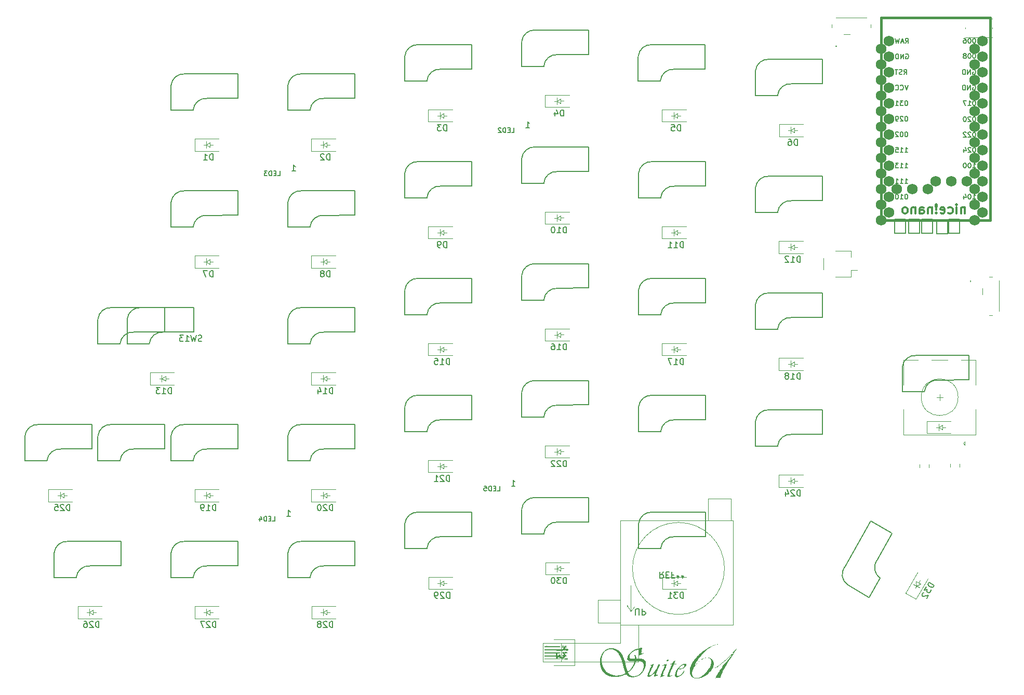
<source format=gbr>
%TF.GenerationSoftware,KiCad,Pcbnew,(6.0.11)*%
%TF.CreationDate,2023-05-19T13:45:06-07:00*%
%TF.ProjectId,suite61pcb,73756974-6536-4317-9063-622e6b696361,rev?*%
%TF.SameCoordinates,Original*%
%TF.FileFunction,Legend,Bot*%
%TF.FilePolarity,Positive*%
%FSLAX46Y46*%
G04 Gerber Fmt 4.6, Leading zero omitted, Abs format (unit mm)*
G04 Created by KiCad (PCBNEW (6.0.11)) date 2023-05-19 13:45:06*
%MOMM*%
%LPD*%
G01*
G04 APERTURE LIST*
%ADD10C,0.000000*%
%ADD11C,0.150000*%
%ADD12C,0.050000*%
%ADD13C,0.300000*%
%ADD14C,0.254000*%
%ADD15C,0.100000*%
%ADD16C,0.200000*%
%ADD17C,0.120000*%
%ADD18C,0.381000*%
%ADD19C,1.752600*%
G04 APERTURE END LIST*
D10*
G36*
X156055056Y-129914908D02*
G01*
X156054844Y-129915316D01*
X156054601Y-129915941D01*
X156054477Y-129916345D01*
X156054358Y-129916815D01*
X156054246Y-129917354D01*
X156054146Y-129917967D01*
X156054061Y-129918658D01*
X156053996Y-129919429D01*
X156053954Y-129920287D01*
X156053939Y-129921233D01*
X156049805Y-129932426D01*
X156037403Y-129956084D01*
X155987793Y-130040792D01*
X155905111Y-130175357D01*
X155789356Y-130359780D01*
X155458627Y-130878198D01*
X154995607Y-131596046D01*
X154604024Y-132206737D01*
X154278586Y-132731769D01*
X154140672Y-132962164D01*
X154019294Y-133171143D01*
X153914453Y-133358708D01*
X153826148Y-133524858D01*
X153749373Y-133675037D01*
X153677069Y-133827299D01*
X153609274Y-133981544D01*
X153546029Y-134137670D01*
X153487371Y-134295578D01*
X153433341Y-134455166D01*
X153383977Y-134616334D01*
X153339319Y-134778980D01*
X153303814Y-134770723D01*
X153268109Y-134763496D01*
X153232226Y-134757303D01*
X153196187Y-134752146D01*
X153160015Y-134748028D01*
X153123732Y-134744953D01*
X153087360Y-134742923D01*
X153050922Y-134741941D01*
X152987748Y-134745486D01*
X152924648Y-134750005D01*
X152861632Y-134755497D01*
X152798712Y-134761960D01*
X152735899Y-134769393D01*
X152673205Y-134777796D01*
X152610640Y-134787166D01*
X152548217Y-134797503D01*
X152593288Y-134678068D01*
X152648467Y-134550614D01*
X152713755Y-134415139D01*
X152789150Y-134271644D01*
X152874653Y-134120129D01*
X152970264Y-133960593D01*
X153075983Y-133793038D01*
X153191811Y-133617462D01*
X153317746Y-133433866D01*
X153453789Y-133242250D01*
X153599940Y-133042613D01*
X153756199Y-132834957D01*
X154099041Y-132395583D01*
X154482314Y-131924129D01*
X154657485Y-131718570D01*
X154829898Y-131510738D01*
X154999531Y-131300659D01*
X155166362Y-131088363D01*
X155330369Y-130873878D01*
X155491530Y-130657232D01*
X155649823Y-130438454D01*
X155805227Y-130217571D01*
X155530028Y-130540959D01*
X155246381Y-130856656D01*
X154954452Y-131164499D01*
X154654405Y-131464330D01*
X154346406Y-131755985D01*
X154030621Y-132039306D01*
X153707213Y-132314131D01*
X153376350Y-132580299D01*
X153188182Y-132720698D01*
X153020447Y-132842276D01*
X152872990Y-132945065D01*
X152745655Y-133029095D01*
X152638287Y-133094399D01*
X152592043Y-133120037D01*
X152550732Y-133141005D01*
X152514336Y-133157307D01*
X152482835Y-133168947D01*
X152456209Y-133175928D01*
X152434440Y-133178254D01*
X152425252Y-133178202D01*
X152421196Y-133178079D01*
X152417490Y-133177840D01*
X152414124Y-133177446D01*
X152411092Y-133176858D01*
X152409699Y-133176480D01*
X152408385Y-133176038D01*
X152407152Y-133175529D01*
X152405997Y-133174946D01*
X152404919Y-133174287D01*
X152403918Y-133173545D01*
X152402992Y-133172715D01*
X152402141Y-133171794D01*
X152401364Y-133170776D01*
X152400660Y-133169656D01*
X152400027Y-133168429D01*
X152399464Y-133167091D01*
X152398972Y-133165637D01*
X152398548Y-133164062D01*
X152398193Y-133162361D01*
X152397904Y-133160529D01*
X152397681Y-133158561D01*
X152397523Y-133156453D01*
X152397397Y-133151795D01*
X152397452Y-133149345D01*
X152397614Y-133146956D01*
X152397886Y-133144626D01*
X152398266Y-133142354D01*
X152398754Y-133140138D01*
X152399351Y-133137976D01*
X152400056Y-133135868D01*
X152400870Y-133133812D01*
X152401793Y-133131806D01*
X152402824Y-133129849D01*
X152403963Y-133127939D01*
X152405211Y-133126076D01*
X152406568Y-133124257D01*
X152408033Y-133122481D01*
X152409606Y-133120747D01*
X152411289Y-133119053D01*
X152413079Y-133117398D01*
X152414978Y-133115780D01*
X152416986Y-133114198D01*
X152419102Y-133112650D01*
X152421327Y-133111136D01*
X152423660Y-133109652D01*
X152428652Y-133106775D01*
X152434078Y-133104006D01*
X152439938Y-133101333D01*
X152446232Y-133098746D01*
X152452960Y-133096233D01*
X152603721Y-133021478D01*
X152762977Y-132931488D01*
X152930729Y-132826265D01*
X153106977Y-132705807D01*
X153291720Y-132570115D01*
X153484959Y-132419189D01*
X153686693Y-132253028D01*
X153896923Y-132071634D01*
X154115649Y-131875005D01*
X154342870Y-131663142D01*
X154578587Y-131436045D01*
X154822800Y-131193713D01*
X155075508Y-130936148D01*
X155336712Y-130663348D01*
X155606411Y-130375314D01*
X155884607Y-130072046D01*
X155945461Y-130008546D01*
X155966173Y-129986335D01*
X155984653Y-129967287D01*
X156000900Y-129951340D01*
X156014914Y-129938431D01*
X156021084Y-129933097D01*
X156026696Y-129928499D01*
X156031750Y-129924630D01*
X156036246Y-129921481D01*
X156040184Y-129919046D01*
X156043563Y-129917316D01*
X156046385Y-129916284D01*
X156048648Y-129915941D01*
X156049595Y-129915927D01*
X156050452Y-129915885D01*
X156051224Y-129915819D01*
X156051914Y-129915735D01*
X156052527Y-129915635D01*
X156053067Y-129915523D01*
X156053536Y-129915403D01*
X156053940Y-129915280D01*
X156054565Y-129915037D01*
X156054973Y-129914825D01*
X156055263Y-129914618D01*
X156055056Y-129914908D01*
G37*
G36*
X133776514Y-131597359D02*
G01*
X133798716Y-131493241D01*
X133825522Y-131390316D01*
X133856881Y-131288739D01*
X133892741Y-131188662D01*
X133933050Y-131090239D01*
X133977759Y-130993623D01*
X134026816Y-130898966D01*
X134080170Y-130806423D01*
X134137771Y-130716146D01*
X134199566Y-130628288D01*
X134265505Y-130543002D01*
X134327225Y-130469406D01*
X134392753Y-130399990D01*
X134461871Y-130334855D01*
X134534363Y-130274102D01*
X134610011Y-130217834D01*
X134688598Y-130166151D01*
X134769908Y-130119156D01*
X134853724Y-130076950D01*
X134939828Y-130039634D01*
X135028005Y-130007309D01*
X135118036Y-129980078D01*
X135209704Y-129958043D01*
X135302794Y-129941303D01*
X135397088Y-129929962D01*
X135492369Y-129924120D01*
X135588420Y-129923879D01*
X135680609Y-129924360D01*
X135772305Y-129929192D01*
X135863365Y-129938323D01*
X135953646Y-129951698D01*
X136043007Y-129969266D01*
X136131305Y-129990971D01*
X136218399Y-130016762D01*
X136304145Y-130046586D01*
X136388403Y-130080388D01*
X136471029Y-130118116D01*
X136551881Y-130159716D01*
X136630818Y-130205135D01*
X136707697Y-130254321D01*
X136782377Y-130307219D01*
X136854713Y-130363777D01*
X136924566Y-130423941D01*
X136963840Y-130459804D01*
X137002159Y-130496600D01*
X137039507Y-130534310D01*
X137075870Y-130572915D01*
X137111233Y-130612393D01*
X137145580Y-130652726D01*
X137178898Y-130693893D01*
X137211170Y-130735874D01*
X137242381Y-130778649D01*
X137272518Y-130822198D01*
X137301564Y-130866501D01*
X137329506Y-130911538D01*
X137356327Y-130957290D01*
X137382013Y-131003735D01*
X137406549Y-131050855D01*
X137429920Y-131098629D01*
X137495346Y-131253468D01*
X137557702Y-131409517D01*
X137616972Y-131566728D01*
X137673140Y-131725057D01*
X137726191Y-131884457D01*
X137776110Y-132044883D01*
X137822879Y-132206289D01*
X137866483Y-132368630D01*
X138009358Y-132982462D01*
X138035180Y-133076762D01*
X138062519Y-133170614D01*
X138091369Y-133263999D01*
X138121723Y-133356900D01*
X138153576Y-133449298D01*
X138186921Y-133541174D01*
X138221753Y-133632511D01*
X138258064Y-133723290D01*
X138308829Y-133687815D01*
X138358498Y-133650968D01*
X138407048Y-133612777D01*
X138454452Y-133573268D01*
X138500685Y-133532470D01*
X138545723Y-133490408D01*
X138589541Y-133447111D01*
X138632112Y-133402604D01*
X138673413Y-133356916D01*
X138713417Y-133310073D01*
X138752100Y-133262102D01*
X138789436Y-133213030D01*
X138825401Y-133162884D01*
X138859970Y-133111692D01*
X138893116Y-133059480D01*
X138924816Y-133006275D01*
X138961206Y-132951336D01*
X138996236Y-132895598D01*
X139029894Y-132839087D01*
X139062169Y-132781828D01*
X139093050Y-132723848D01*
X139122526Y-132665172D01*
X139150586Y-132605827D01*
X139177219Y-132545837D01*
X139202413Y-132485229D01*
X139226158Y-132424029D01*
X139248442Y-132362262D01*
X139269255Y-132299955D01*
X139288584Y-132237133D01*
X139306420Y-132173822D01*
X139322751Y-132110048D01*
X139337565Y-132045837D01*
X139181462Y-132045837D01*
X139080996Y-132048987D01*
X138980621Y-132047899D01*
X138880470Y-132042588D01*
X138780675Y-132033070D01*
X138681368Y-132019360D01*
X138582684Y-132001473D01*
X138484754Y-131979426D01*
X138387712Y-131953233D01*
X138374634Y-131948938D01*
X138361837Y-131944132D01*
X138349333Y-131938830D01*
X138337131Y-131933045D01*
X138325240Y-131926791D01*
X138313671Y-131920082D01*
X138302433Y-131912930D01*
X138291535Y-131905351D01*
X138280988Y-131897357D01*
X138270802Y-131888962D01*
X138260985Y-131880179D01*
X138251548Y-131871023D01*
X138242500Y-131861507D01*
X138233852Y-131851645D01*
X138225612Y-131841449D01*
X138217791Y-131830935D01*
X138210398Y-131820115D01*
X138203444Y-131809004D01*
X138196937Y-131797614D01*
X138190888Y-131785960D01*
X138185306Y-131774055D01*
X138180201Y-131761912D01*
X138175582Y-131749546D01*
X138171460Y-131736971D01*
X138167845Y-131724198D01*
X138164745Y-131711243D01*
X138162170Y-131698119D01*
X138160132Y-131684840D01*
X138158638Y-131671419D01*
X138157699Y-131657870D01*
X138157324Y-131644206D01*
X138157524Y-131630441D01*
X138164945Y-131570630D01*
X138174944Y-131511402D01*
X138187485Y-131452836D01*
X138202530Y-131395006D01*
X138220043Y-131337991D01*
X138239986Y-131281866D01*
X138262324Y-131226708D01*
X138287018Y-131172593D01*
X138314032Y-131119598D01*
X138343328Y-131067800D01*
X138374871Y-131017275D01*
X138408623Y-130968099D01*
X138444547Y-130920349D01*
X138482606Y-130874102D01*
X138522764Y-130829433D01*
X138564982Y-130786421D01*
X138605329Y-130740061D01*
X138646829Y-130694832D01*
X138689457Y-130650753D01*
X138733188Y-130607842D01*
X138777997Y-130566120D01*
X138823860Y-130525605D01*
X138870750Y-130486317D01*
X138918644Y-130448274D01*
X138967517Y-130411497D01*
X139017343Y-130376005D01*
X139068097Y-130341816D01*
X139119754Y-130308951D01*
X139172290Y-130277428D01*
X139225680Y-130247268D01*
X139279898Y-130218488D01*
X139334920Y-130191108D01*
X139472485Y-130131385D01*
X139611925Y-130076552D01*
X139753107Y-130026649D01*
X139895900Y-129981715D01*
X140040174Y-129941789D01*
X140185797Y-129906908D01*
X140332638Y-129877113D01*
X140480565Y-129852442D01*
X140594337Y-129831275D01*
X140594337Y-129886838D01*
X140585769Y-129924034D01*
X140577883Y-129960177D01*
X140563910Y-130029051D01*
X140551921Y-130092964D01*
X140541420Y-130151421D01*
X140485857Y-130468921D01*
X140481642Y-130492898D01*
X140477780Y-130516930D01*
X140474271Y-130541013D01*
X140471116Y-130565144D01*
X140468316Y-130589319D01*
X140465870Y-130613533D01*
X140463779Y-130637784D01*
X140462045Y-130662066D01*
X140462384Y-130674066D01*
X140463399Y-130685264D01*
X140465079Y-130695663D01*
X140466167Y-130700565D01*
X140467419Y-130705268D01*
X140468834Y-130709774D01*
X140470410Y-130714082D01*
X140472147Y-130718194D01*
X140474044Y-130722109D01*
X140476100Y-130725829D01*
X140478314Y-130729354D01*
X140480685Y-130732684D01*
X140483212Y-130735819D01*
X140485893Y-130738761D01*
X140488729Y-130741509D01*
X140491718Y-130744065D01*
X140494860Y-130746428D01*
X140498152Y-130748600D01*
X140501594Y-130750580D01*
X140505186Y-130752369D01*
X140508926Y-130753968D01*
X140512813Y-130755377D01*
X140516847Y-130756596D01*
X140521025Y-130757627D01*
X140525349Y-130758469D01*
X140529815Y-130759123D01*
X140534424Y-130759590D01*
X140544066Y-130759962D01*
X140551553Y-130759784D01*
X140559027Y-130759428D01*
X140566484Y-130758895D01*
X140573921Y-130758186D01*
X140581335Y-130757301D01*
X140588723Y-130756241D01*
X140596081Y-130755006D01*
X140603408Y-130753598D01*
X140610698Y-130752017D01*
X140617951Y-130750262D01*
X140625161Y-130748336D01*
X140632327Y-130746239D01*
X140639446Y-130743971D01*
X140646513Y-130741533D01*
X140653526Y-130738926D01*
X140660483Y-130736150D01*
X140848337Y-130662066D01*
X140890670Y-130775837D01*
X140699343Y-130862116D01*
X140495118Y-130950131D01*
X140278986Y-131039635D01*
X140051941Y-131130379D01*
X139964628Y-131162129D01*
X139969878Y-131132776D01*
X139975046Y-131101605D01*
X139980131Y-131068615D01*
X139985133Y-131033806D01*
X139994890Y-130958730D01*
X140004316Y-130876379D01*
X140013245Y-130797004D01*
X140021513Y-130730858D01*
X140029120Y-130677941D01*
X140032676Y-130656444D01*
X140036066Y-130638254D01*
X140040118Y-130608978D01*
X140043674Y-130579644D01*
X140046735Y-130550258D01*
X140049300Y-130520827D01*
X140051368Y-130491357D01*
X140052939Y-130461854D01*
X140054011Y-130432324D01*
X140054586Y-130402775D01*
X140053841Y-130378250D01*
X140052910Y-130366570D01*
X140051605Y-130355279D01*
X140049925Y-130344378D01*
X140047872Y-130333866D01*
X140045443Y-130323745D01*
X140042639Y-130314015D01*
X140039459Y-130304677D01*
X140035902Y-130295730D01*
X140031969Y-130287176D01*
X140027658Y-130279015D01*
X140022969Y-130271247D01*
X140017902Y-130263873D01*
X140012456Y-130256893D01*
X140006631Y-130250308D01*
X140000425Y-130244119D01*
X139993840Y-130238325D01*
X139986874Y-130232928D01*
X139979526Y-130227927D01*
X139971797Y-130223324D01*
X139963686Y-130219118D01*
X139955191Y-130215311D01*
X139946314Y-130211902D01*
X139937053Y-130208893D01*
X139927408Y-130206283D01*
X139917378Y-130204074D01*
X139906963Y-130202265D01*
X139896162Y-130200857D01*
X139884975Y-130199851D01*
X139873401Y-130199247D01*
X139861441Y-130199045D01*
X139811207Y-130203032D01*
X139761253Y-130208763D01*
X139711620Y-130216223D01*
X139662352Y-130225398D01*
X139613493Y-130236271D01*
X139565085Y-130248828D01*
X139517171Y-130263053D01*
X139469795Y-130278931D01*
X139422999Y-130296447D01*
X139376828Y-130315586D01*
X139331323Y-130336331D01*
X139286529Y-130358668D01*
X139242488Y-130382582D01*
X139199243Y-130408057D01*
X139156838Y-130435077D01*
X139115316Y-130463629D01*
X139084639Y-130479694D01*
X139054627Y-130496679D01*
X139025295Y-130514563D01*
X138996657Y-130533323D01*
X138941521Y-130573385D01*
X138889337Y-130616692D01*
X138840221Y-130663071D01*
X138794291Y-130712346D01*
X138751662Y-130764344D01*
X138712453Y-130818892D01*
X138676779Y-130875814D01*
X138644758Y-130934938D01*
X138616506Y-130996090D01*
X138592141Y-131059095D01*
X138571778Y-131123779D01*
X138555536Y-131189969D01*
X138548996Y-131223574D01*
X138543530Y-131257491D01*
X138539153Y-131291697D01*
X138535878Y-131326170D01*
X138535224Y-131335943D01*
X138534989Y-131345662D01*
X138535166Y-131355319D01*
X138535748Y-131364902D01*
X138538101Y-131383808D01*
X138541995Y-131402297D01*
X138547375Y-131420287D01*
X138554189Y-131437695D01*
X138562383Y-131454439D01*
X138571902Y-131470437D01*
X138582694Y-131485606D01*
X138594703Y-131499863D01*
X138607878Y-131513126D01*
X138622163Y-131525313D01*
X138637505Y-131536342D01*
X138653850Y-131546129D01*
X138662383Y-131550531D01*
X138671146Y-131554592D01*
X138680132Y-131558302D01*
X138689337Y-131561649D01*
X138769929Y-131578464D01*
X138850981Y-131592471D01*
X138932421Y-131603665D01*
X139014174Y-131612039D01*
X139096167Y-131617587D01*
X139178328Y-131620303D01*
X139260582Y-131620180D01*
X139342856Y-131617212D01*
X139387836Y-131617212D01*
X139387836Y-131469045D01*
X139388111Y-131437167D01*
X139387680Y-131405319D01*
X139386543Y-131373511D01*
X139384704Y-131341756D01*
X139382163Y-131310064D01*
X139378923Y-131278448D01*
X139374985Y-131246919D01*
X139370352Y-131215489D01*
X139365025Y-131184169D01*
X139359006Y-131152970D01*
X139352297Y-131121905D01*
X139344899Y-131090985D01*
X139336815Y-131060221D01*
X139328046Y-131029624D01*
X139318594Y-130999208D01*
X139308461Y-130968982D01*
X139329212Y-130974361D01*
X139349297Y-130980579D01*
X139368716Y-130987634D01*
X139387470Y-130995528D01*
X139405559Y-131004261D01*
X139422984Y-131013834D01*
X139439745Y-131024247D01*
X139455843Y-131035500D01*
X139471278Y-131047595D01*
X139486051Y-131060530D01*
X139500162Y-131074308D01*
X139513612Y-131088929D01*
X139526401Y-131104392D01*
X139538530Y-131120699D01*
X139549998Y-131137849D01*
X139560808Y-131155845D01*
X139570959Y-131174685D01*
X139580451Y-131194370D01*
X139589285Y-131214901D01*
X139597462Y-131236279D01*
X139604982Y-131258503D01*
X139611846Y-131281575D01*
X139618053Y-131305495D01*
X139623605Y-131330263D01*
X139628502Y-131355880D01*
X139632745Y-131382346D01*
X139636333Y-131409661D01*
X139639268Y-131437827D01*
X139641550Y-131466844D01*
X139643180Y-131496712D01*
X139644482Y-131559003D01*
X139644482Y-131617212D01*
X140173649Y-131617212D01*
X140240416Y-131615175D01*
X140307144Y-131615625D01*
X140373763Y-131618552D01*
X140440204Y-131623952D01*
X140506399Y-131631816D01*
X140572278Y-131642138D01*
X140637773Y-131654911D01*
X140702815Y-131670128D01*
X140732343Y-131679745D01*
X140761202Y-131690554D01*
X140789370Y-131702521D01*
X140816824Y-131715613D01*
X140843540Y-131729797D01*
X140869497Y-131745038D01*
X140894672Y-131761304D01*
X140919041Y-131778561D01*
X140942581Y-131796776D01*
X140965271Y-131815915D01*
X140987086Y-131835944D01*
X141008005Y-131856831D01*
X141028004Y-131878542D01*
X141047060Y-131901042D01*
X141065152Y-131924299D01*
X141082255Y-131948280D01*
X141098347Y-131972951D01*
X141113405Y-131998277D01*
X141127406Y-132024227D01*
X141140329Y-132050766D01*
X141152148Y-132077861D01*
X141162843Y-132105478D01*
X141172389Y-132133585D01*
X141180765Y-132162147D01*
X141187947Y-132191131D01*
X141193912Y-132220503D01*
X141198638Y-132250231D01*
X141202102Y-132280280D01*
X141204281Y-132310618D01*
X141205152Y-132341210D01*
X141204692Y-132372023D01*
X141202878Y-132403024D01*
X141198608Y-132501775D01*
X141190016Y-132599902D01*
X141177152Y-132697273D01*
X141160068Y-132793757D01*
X141138816Y-132889222D01*
X141113446Y-132983536D01*
X141084011Y-133076568D01*
X141050561Y-133168185D01*
X141013148Y-133258257D01*
X140971824Y-133346652D01*
X140926639Y-133433238D01*
X140877645Y-133517883D01*
X140824893Y-133600455D01*
X140768435Y-133680823D01*
X140708322Y-133758856D01*
X140644606Y-133834421D01*
X140570509Y-133928011D01*
X140491532Y-134016538D01*
X140407943Y-134099867D01*
X140320008Y-134177866D01*
X140227992Y-134250401D01*
X140132163Y-134317336D01*
X140032786Y-134378540D01*
X139930128Y-134433877D01*
X139824456Y-134483215D01*
X139716035Y-134526418D01*
X139605132Y-134563354D01*
X139492014Y-134593889D01*
X139376947Y-134617888D01*
X139260196Y-134635218D01*
X139142029Y-134645746D01*
X139022712Y-134649336D01*
X138942640Y-134649422D01*
X138863378Y-134644218D01*
X138785150Y-134633843D01*
X138708179Y-134618418D01*
X138632691Y-134598063D01*
X138558911Y-134572898D01*
X138487061Y-134543044D01*
X138417368Y-134508620D01*
X138350055Y-134469746D01*
X138285348Y-134426542D01*
X138223470Y-134379130D01*
X138164645Y-134327628D01*
X138109100Y-134272156D01*
X138057057Y-134212836D01*
X138008742Y-134149787D01*
X137964379Y-134083129D01*
X137865063Y-134145406D01*
X137763804Y-134203940D01*
X137660710Y-134258698D01*
X137555887Y-134309648D01*
X137449443Y-134356758D01*
X137341485Y-134399995D01*
X137232121Y-134439328D01*
X137121458Y-134474724D01*
X137009602Y-134506150D01*
X136896662Y-134533576D01*
X136782745Y-134556967D01*
X136667958Y-134576293D01*
X136552408Y-134591521D01*
X136436202Y-134602619D01*
X136319448Y-134609554D01*
X136202253Y-134612295D01*
X136116993Y-134611879D01*
X136031940Y-134608758D01*
X135947158Y-134602945D01*
X135862709Y-134594457D01*
X135778654Y-134583308D01*
X135695055Y-134569515D01*
X135611976Y-134553092D01*
X135529477Y-134534056D01*
X135447622Y-134512421D01*
X135366471Y-134488202D01*
X135286088Y-134461416D01*
X135206535Y-134432077D01*
X135127873Y-134400201D01*
X135050165Y-134365803D01*
X134973472Y-134328899D01*
X134897858Y-134289503D01*
X134826557Y-134249108D01*
X134757515Y-134206966D01*
X134690731Y-134163077D01*
X134626205Y-134117442D01*
X134563938Y-134070059D01*
X134503928Y-134020931D01*
X134446177Y-133970055D01*
X134390685Y-133917433D01*
X134337450Y-133863064D01*
X134286474Y-133806949D01*
X134237756Y-133749087D01*
X134191296Y-133689478D01*
X134147095Y-133628123D01*
X134105152Y-133565021D01*
X134065467Y-133500172D01*
X134028040Y-133433577D01*
X133992872Y-133365234D01*
X133959962Y-133295146D01*
X133929310Y-133223310D01*
X133900916Y-133149728D01*
X133874781Y-133074400D01*
X133850904Y-132997324D01*
X133829285Y-132918502D01*
X133809924Y-132837933D01*
X133792822Y-132755618D01*
X133777978Y-132671556D01*
X133765392Y-132585747D01*
X133755065Y-132498192D01*
X133746995Y-132408890D01*
X133741184Y-132317841D01*
X133736337Y-132130504D01*
X133734757Y-132022712D01*
X133738036Y-131915348D01*
X133746122Y-131808566D01*
X133749471Y-131780913D01*
X134000181Y-131780913D01*
X134003566Y-131868567D01*
X134004535Y-131924575D01*
X134006714Y-131980504D01*
X134010100Y-132036333D01*
X134014689Y-132092044D01*
X134020477Y-132147618D01*
X134027461Y-132203034D01*
X134035637Y-132258275D01*
X134045003Y-132313319D01*
X134055554Y-132368149D01*
X134067287Y-132422745D01*
X134080198Y-132477088D01*
X134094285Y-132531158D01*
X134109543Y-132584936D01*
X134125970Y-132638403D01*
X134143561Y-132691540D01*
X134162313Y-132744327D01*
X134181028Y-132796500D01*
X134200889Y-132848195D01*
X134221885Y-132899394D01*
X134244008Y-132950079D01*
X134267246Y-133000231D01*
X134291589Y-133049834D01*
X134317028Y-133098868D01*
X134343552Y-133147316D01*
X134371151Y-133195160D01*
X134399814Y-133242382D01*
X134429532Y-133288963D01*
X134460295Y-133334885D01*
X134492092Y-133380131D01*
X134524913Y-133424682D01*
X134558748Y-133468521D01*
X134593587Y-133511629D01*
X134682271Y-133611538D01*
X134775804Y-133705915D01*
X134873919Y-133794636D01*
X134976352Y-133877575D01*
X135082837Y-133954610D01*
X135193107Y-134025616D01*
X135306899Y-134090469D01*
X135423947Y-134149046D01*
X135543984Y-134201222D01*
X135666746Y-134246873D01*
X135791967Y-134285875D01*
X135919382Y-134318105D01*
X136048725Y-134343438D01*
X136179731Y-134361750D01*
X136312135Y-134372917D01*
X136445670Y-134376816D01*
X136541202Y-134373690D01*
X136636400Y-134367443D01*
X136731189Y-134358097D01*
X136825496Y-134345672D01*
X136919249Y-134330190D01*
X137012374Y-134311671D01*
X137104797Y-134290136D01*
X137196446Y-134265607D01*
X137287246Y-134238104D01*
X137377125Y-134207647D01*
X137466009Y-134174258D01*
X137553825Y-134137959D01*
X137640499Y-134098769D01*
X137725959Y-134056709D01*
X137810130Y-134011801D01*
X137892940Y-133964066D01*
X137892941Y-133964066D01*
X137857499Y-133886580D01*
X137840646Y-133847648D01*
X138310984Y-133847648D01*
X138327018Y-133883618D01*
X138344124Y-133919017D01*
X138362284Y-133953825D01*
X138381481Y-133988019D01*
X138401700Y-134021576D01*
X138422923Y-134054476D01*
X138445133Y-134086695D01*
X138468313Y-134118212D01*
X138492448Y-134149005D01*
X138517520Y-134179051D01*
X138543512Y-134208329D01*
X138570407Y-134236817D01*
X138598190Y-134264491D01*
X138626842Y-134291331D01*
X138656348Y-134317315D01*
X138686691Y-134342419D01*
X138715577Y-134360843D01*
X138745093Y-134378051D01*
X138775199Y-134394032D01*
X138805856Y-134408776D01*
X138837025Y-134422273D01*
X138868668Y-134434510D01*
X138900746Y-134445478D01*
X138933220Y-134455166D01*
X138966052Y-134463563D01*
X138999203Y-134470658D01*
X139032633Y-134476441D01*
X139066305Y-134480901D01*
X139100179Y-134484027D01*
X139134217Y-134485809D01*
X139168380Y-134486235D01*
X139202628Y-134485296D01*
X139284998Y-134482369D01*
X139366678Y-134475090D01*
X139447513Y-134463529D01*
X139527349Y-134447758D01*
X139606029Y-134427848D01*
X139683399Y-134403871D01*
X139759304Y-134375898D01*
X139833589Y-134344001D01*
X139906098Y-134308251D01*
X139976677Y-134268720D01*
X140045170Y-134225479D01*
X140111422Y-134178600D01*
X140175278Y-134128154D01*
X140236584Y-134074212D01*
X140295182Y-134016847D01*
X140350920Y-133956129D01*
X140409005Y-133892466D01*
X140463661Y-133826313D01*
X140514833Y-133757813D01*
X140562466Y-133687105D01*
X140606503Y-133614332D01*
X140646890Y-133539634D01*
X140683570Y-133463153D01*
X140716489Y-133385030D01*
X140745590Y-133305406D01*
X140770818Y-133224423D01*
X140792119Y-133142221D01*
X140809435Y-133058942D01*
X140822712Y-132974727D01*
X140831894Y-132889718D01*
X140836926Y-132804055D01*
X140837752Y-132717879D01*
X140840531Y-132680121D01*
X140840942Y-132642528D01*
X140839027Y-132605198D01*
X140834826Y-132568231D01*
X140828379Y-132531723D01*
X140819727Y-132495775D01*
X140808910Y-132460485D01*
X140795968Y-132425950D01*
X140780942Y-132392270D01*
X140763872Y-132359543D01*
X140744799Y-132327868D01*
X140723762Y-132297342D01*
X140700803Y-132268065D01*
X140675962Y-132240136D01*
X140649279Y-132213652D01*
X140620794Y-132188712D01*
X140575458Y-132166598D01*
X140529474Y-132146134D01*
X140482886Y-132127331D01*
X140435740Y-132110195D01*
X140388081Y-132094737D01*
X140339955Y-132080965D01*
X140291406Y-132068888D01*
X140242480Y-132058514D01*
X140193222Y-132049852D01*
X140143677Y-132042911D01*
X140093891Y-132037700D01*
X140043909Y-132034228D01*
X139993775Y-132032503D01*
X139943536Y-132032534D01*
X139893236Y-132034330D01*
X139842920Y-132037899D01*
X139591565Y-132037900D01*
X139591565Y-132032608D01*
X139573102Y-132098925D01*
X139553095Y-132164722D01*
X139531558Y-132229975D01*
X139508503Y-132294655D01*
X139483942Y-132358739D01*
X139457889Y-132422200D01*
X139430354Y-132485011D01*
X139401351Y-132547149D01*
X139370893Y-132608585D01*
X139338991Y-132669295D01*
X139305658Y-132729254D01*
X139270906Y-132788434D01*
X139234748Y-132846810D01*
X139197197Y-132904356D01*
X139158264Y-132961047D01*
X139117963Y-133016857D01*
X139076037Y-133076459D01*
X139032898Y-133135118D01*
X138988563Y-133192817D01*
X138943048Y-133249539D01*
X138896371Y-133305265D01*
X138848547Y-133359980D01*
X138799594Y-133413665D01*
X138749529Y-133466304D01*
X138698368Y-133517878D01*
X138646129Y-133568371D01*
X138592828Y-133617766D01*
X138538482Y-133666044D01*
X138483107Y-133713188D01*
X138426722Y-133759182D01*
X138369342Y-133804008D01*
X138310984Y-133847648D01*
X137840646Y-133847648D01*
X137823660Y-133808410D01*
X137791434Y-133729581D01*
X137760830Y-133650117D01*
X137731857Y-133570045D01*
X137704524Y-133489388D01*
X137678841Y-133408172D01*
X137654817Y-133326422D01*
X137390233Y-132339525D01*
X137363833Y-132223951D01*
X137334418Y-132109259D01*
X137302015Y-131995504D01*
X137266647Y-131882743D01*
X137228341Y-131771033D01*
X137187122Y-131660429D01*
X137143016Y-131550988D01*
X137096047Y-131442767D01*
X137046241Y-131335822D01*
X136993623Y-131230209D01*
X136938220Y-131125985D01*
X136880055Y-131023207D01*
X136819155Y-130921929D01*
X136755545Y-130822210D01*
X136689250Y-130724105D01*
X136620296Y-130627672D01*
X136567636Y-130565595D01*
X136511826Y-130506998D01*
X136453042Y-130451963D01*
X136391460Y-130400572D01*
X136327256Y-130352910D01*
X136260607Y-130309060D01*
X136191690Y-130269105D01*
X136120681Y-130233127D01*
X136047756Y-130201211D01*
X135973092Y-130173439D01*
X135896865Y-130149895D01*
X135819251Y-130130662D01*
X135740428Y-130115823D01*
X135660571Y-130105462D01*
X135579857Y-130099661D01*
X135498462Y-130098504D01*
X135420034Y-130096332D01*
X135342077Y-130098674D01*
X135264767Y-130105457D01*
X135188276Y-130116607D01*
X135112780Y-130132049D01*
X135038452Y-130151711D01*
X134965468Y-130175518D01*
X134894000Y-130203398D01*
X134824225Y-130235275D01*
X134756315Y-130271077D01*
X134690445Y-130310729D01*
X134626789Y-130354158D01*
X134565522Y-130401291D01*
X134506818Y-130452053D01*
X134450851Y-130506370D01*
X134397795Y-130564170D01*
X134346429Y-130635276D01*
X134298452Y-130708344D01*
X134253904Y-130783249D01*
X134212821Y-130859871D01*
X134175240Y-130938086D01*
X134141197Y-131017773D01*
X134110731Y-131098807D01*
X134083878Y-131181067D01*
X134060674Y-131264430D01*
X134041158Y-131348774D01*
X134025366Y-131433976D01*
X134013336Y-131519914D01*
X134005103Y-131606464D01*
X134000706Y-131693505D01*
X134000181Y-131780913D01*
X133749471Y-131780913D01*
X133758965Y-131702519D01*
X133776514Y-131597359D01*
G37*
G36*
X144785185Y-131753923D02*
G01*
X144791251Y-131754337D01*
X144797264Y-131755097D01*
X144803209Y-131756197D01*
X144809074Y-131757632D01*
X144814842Y-131759398D01*
X144820501Y-131761489D01*
X144826036Y-131763901D01*
X144831432Y-131766629D01*
X144836675Y-131769668D01*
X144841752Y-131773013D01*
X144846647Y-131776660D01*
X144851346Y-131780603D01*
X144855835Y-131784839D01*
X144860071Y-131789328D01*
X144864014Y-131794027D01*
X144867661Y-131798922D01*
X144871006Y-131803999D01*
X144874045Y-131809242D01*
X144876773Y-131814638D01*
X144879185Y-131820173D01*
X144881277Y-131825832D01*
X144883042Y-131831601D01*
X144884477Y-131837465D01*
X144885577Y-131843411D01*
X144886337Y-131849423D01*
X144886752Y-131855489D01*
X144886817Y-131861592D01*
X144886528Y-131867720D01*
X144885879Y-131873858D01*
X144885493Y-131882446D01*
X144884689Y-131890968D01*
X144883473Y-131899410D01*
X144881852Y-131907758D01*
X144879831Y-131915998D01*
X144877417Y-131924117D01*
X144874616Y-131932101D01*
X144871432Y-131939935D01*
X144867874Y-131947606D01*
X144863946Y-131955100D01*
X144859655Y-131962403D01*
X144855007Y-131969501D01*
X144850007Y-131976380D01*
X144844662Y-131983027D01*
X144838978Y-131989427D01*
X144832961Y-131995566D01*
X144827132Y-132001743D01*
X144821013Y-132007571D01*
X144814620Y-132013043D01*
X144807969Y-132018150D01*
X144801076Y-132022887D01*
X144793958Y-132027246D01*
X144786630Y-132031221D01*
X144779108Y-132034803D01*
X144771410Y-132037985D01*
X144763549Y-132040761D01*
X144755544Y-132043124D01*
X144747409Y-132045066D01*
X144739161Y-132046580D01*
X144730815Y-132047659D01*
X144722389Y-132048296D01*
X144713898Y-132048483D01*
X144699015Y-132048048D01*
X144685119Y-132046736D01*
X144678541Y-132045750D01*
X144672209Y-132044541D01*
X144666121Y-132043110D01*
X144660279Y-132041455D01*
X144654680Y-132039575D01*
X144649325Y-132037469D01*
X144644214Y-132035137D01*
X144639345Y-132032577D01*
X144634718Y-132029788D01*
X144630333Y-132026770D01*
X144626189Y-132023521D01*
X144622286Y-132020040D01*
X144618624Y-132016327D01*
X144615201Y-132012381D01*
X144612017Y-132008199D01*
X144609073Y-132003783D01*
X144606366Y-131999130D01*
X144603898Y-131994240D01*
X144601667Y-131989111D01*
X144599673Y-131983743D01*
X144597915Y-131978134D01*
X144596393Y-131972285D01*
X144595107Y-131966193D01*
X144594056Y-131959858D01*
X144593239Y-131953279D01*
X144592656Y-131946454D01*
X144592190Y-131932066D01*
X144592767Y-131923196D01*
X144593754Y-131914443D01*
X144595142Y-131905819D01*
X144596921Y-131897332D01*
X144599081Y-131888992D01*
X144601613Y-131880809D01*
X144604508Y-131872793D01*
X144607755Y-131864953D01*
X144611346Y-131857299D01*
X144615271Y-131849840D01*
X144619520Y-131842587D01*
X144624084Y-131835548D01*
X144628954Y-131828734D01*
X144634119Y-131822155D01*
X144639570Y-131815819D01*
X144645299Y-131809737D01*
X144651294Y-131803918D01*
X144657547Y-131798372D01*
X144664048Y-131793108D01*
X144670788Y-131788137D01*
X144677757Y-131783467D01*
X144684946Y-131779110D01*
X144692345Y-131775073D01*
X144699944Y-131771367D01*
X144707734Y-131768002D01*
X144715706Y-131764988D01*
X144723850Y-131762333D01*
X144732156Y-131760048D01*
X144740615Y-131758141D01*
X144749218Y-131756624D01*
X144757955Y-131755506D01*
X144766815Y-131754796D01*
X144772953Y-131754147D01*
X144779082Y-131753857D01*
X144785185Y-131753923D01*
G37*
G36*
X144616002Y-132453295D02*
G01*
X144593196Y-132577562D01*
X144565372Y-132700639D01*
X144532580Y-132822380D01*
X144494870Y-132942633D01*
X144452293Y-133061251D01*
X144404898Y-133178083D01*
X144352736Y-133292981D01*
X144295857Y-133405795D01*
X144105357Y-133839712D01*
X144081119Y-133891232D01*
X144058121Y-133943291D01*
X144036369Y-133995866D01*
X144015872Y-134048934D01*
X143996639Y-134102473D01*
X143978679Y-134156460D01*
X143961998Y-134210873D01*
X143946607Y-134265690D01*
X143946692Y-134270806D01*
X143946949Y-134275737D01*
X143947377Y-134280484D01*
X143947976Y-134285048D01*
X143948749Y-134289430D01*
X143949694Y-134293631D01*
X143950813Y-134297651D01*
X143952105Y-134301492D01*
X143953573Y-134305155D01*
X143955215Y-134308640D01*
X143957032Y-134311949D01*
X143959025Y-134315083D01*
X143961195Y-134318042D01*
X143963541Y-134320828D01*
X143966065Y-134323442D01*
X143968766Y-134325884D01*
X143971646Y-134328155D01*
X143974705Y-134330257D01*
X143977942Y-134332190D01*
X143981360Y-134333956D01*
X143984958Y-134335555D01*
X143988736Y-134336988D01*
X143992696Y-134338256D01*
X143996837Y-134339361D01*
X144001161Y-134340303D01*
X144005667Y-134341083D01*
X144010356Y-134341703D01*
X144015229Y-134342162D01*
X144020286Y-134342463D01*
X144025527Y-134342605D01*
X144036566Y-134342421D01*
X144058530Y-134338144D01*
X144080306Y-134333091D01*
X144101875Y-134327270D01*
X144123216Y-134320686D01*
X144144310Y-134313346D01*
X144165135Y-134305257D01*
X144185671Y-134296426D01*
X144205899Y-134286858D01*
X144240295Y-134360942D01*
X144160977Y-134399549D01*
X144081148Y-134437057D01*
X144000818Y-134473462D01*
X143919999Y-134508758D01*
X143838703Y-134542940D01*
X143756941Y-134576003D01*
X143674725Y-134607943D01*
X143592066Y-134638754D01*
X143595422Y-134581943D01*
X143600574Y-134525310D01*
X143607515Y-134468897D01*
X143616237Y-134412746D01*
X143626734Y-134356899D01*
X143638997Y-134301399D01*
X143653020Y-134246288D01*
X143668795Y-134191608D01*
X143688308Y-134135798D01*
X143712451Y-134071554D01*
X143741225Y-133998876D01*
X143774628Y-133917764D01*
X143812662Y-133828220D01*
X143855326Y-133730241D01*
X143902621Y-133623829D01*
X143954545Y-133508983D01*
X143998785Y-133423527D01*
X144040723Y-133336974D01*
X144080340Y-133249372D01*
X144117617Y-133160766D01*
X144152534Y-133071204D01*
X144185073Y-132980734D01*
X144215215Y-132889401D01*
X144242940Y-132797253D01*
X144242720Y-132787612D01*
X144242046Y-132778536D01*
X144240900Y-132770034D01*
X144239261Y-132762113D01*
X144238251Y-132758374D01*
X144237111Y-132754782D01*
X144235838Y-132751339D01*
X144234429Y-132748047D01*
X144232883Y-132744906D01*
X144231198Y-132741917D01*
X144229369Y-132739081D01*
X144227396Y-132736399D01*
X144225276Y-132733873D01*
X144223006Y-132731502D01*
X144220583Y-132729288D01*
X144218007Y-132727232D01*
X144215273Y-132725335D01*
X144212380Y-132723598D01*
X144209325Y-132722022D01*
X144206106Y-132720607D01*
X144202720Y-132719355D01*
X144199165Y-132718268D01*
X144195438Y-132717344D01*
X144191538Y-132716587D01*
X144187461Y-132715996D01*
X144183206Y-132715573D01*
X144178769Y-132715318D01*
X144174149Y-132715233D01*
X144163016Y-132716388D01*
X144151931Y-132717877D01*
X144140901Y-132719700D01*
X144129933Y-132721854D01*
X144119035Y-132724338D01*
X144108215Y-132727150D01*
X144097479Y-132730289D01*
X144086836Y-132733753D01*
X143978357Y-132773441D01*
X143930732Y-132791962D01*
X143904274Y-132707295D01*
X143957191Y-132691420D01*
X144102133Y-132636354D01*
X144247571Y-132578311D01*
X144394001Y-132517292D01*
X144541920Y-132453295D01*
X144616002Y-132416254D01*
X144616002Y-132453295D01*
G37*
G36*
X145992090Y-131994740D02*
G01*
X145982949Y-132018056D01*
X145960418Y-132073619D01*
X145899232Y-132220462D01*
X145819858Y-132405671D01*
X145796046Y-132466525D01*
X146158524Y-132477108D01*
X146126774Y-132553837D01*
X145761649Y-132553837D01*
X145740482Y-132596171D01*
X145649862Y-132797916D01*
X145573051Y-132973450D01*
X145526986Y-133080968D01*
X145475899Y-133202067D01*
X145368411Y-133444161D01*
X145227190Y-133765630D01*
X145194498Y-133829677D01*
X145164292Y-133894848D01*
X145136596Y-133961069D01*
X145111438Y-134028268D01*
X145088842Y-134096371D01*
X145068835Y-134165306D01*
X145051443Y-134235000D01*
X145036690Y-134305379D01*
X145036189Y-134311171D01*
X145036024Y-134316948D01*
X145036189Y-134322697D01*
X145036681Y-134328404D01*
X145037494Y-134334056D01*
X145038624Y-134339641D01*
X145040065Y-134345144D01*
X145041814Y-134350553D01*
X145043866Y-134355855D01*
X145046216Y-134361036D01*
X145048860Y-134366083D01*
X145051792Y-134370984D01*
X145055008Y-134375724D01*
X145058503Y-134380291D01*
X145062273Y-134384671D01*
X145066313Y-134388852D01*
X145070588Y-134392793D01*
X145075056Y-134396459D01*
X145079704Y-134399846D01*
X145084518Y-134402949D01*
X145089486Y-134405765D01*
X145094595Y-134408289D01*
X145099830Y-134410517D01*
X145105178Y-134412443D01*
X145110627Y-134414065D01*
X145116163Y-134415377D01*
X145121773Y-134416375D01*
X145127443Y-134417055D01*
X145133160Y-134417412D01*
X145138911Y-134417442D01*
X145144683Y-134417141D01*
X145150461Y-134416504D01*
X145176128Y-134412757D01*
X145201598Y-134408146D01*
X145226854Y-134402680D01*
X145251873Y-134396368D01*
X145276635Y-134389217D01*
X145301119Y-134381238D01*
X145325306Y-134372438D01*
X145349173Y-134362826D01*
X145372702Y-134352411D01*
X145395870Y-134341202D01*
X145418658Y-134329207D01*
X145441045Y-134316436D01*
X145463010Y-134302896D01*
X145484533Y-134288596D01*
X145505593Y-134273546D01*
X145526169Y-134257754D01*
X145565857Y-134305379D01*
X145524496Y-134335444D01*
X145482220Y-134364140D01*
X145439066Y-134391447D01*
X145395067Y-134417346D01*
X145350258Y-134441816D01*
X145304674Y-134464838D01*
X145258348Y-134486393D01*
X145211316Y-134506461D01*
X145191885Y-134515228D01*
X145172269Y-134523520D01*
X145152478Y-134531334D01*
X145132520Y-134538669D01*
X145112405Y-134545522D01*
X145092140Y-134551892D01*
X145071735Y-134557775D01*
X145051199Y-134563169D01*
X145030540Y-134568073D01*
X145009767Y-134572485D01*
X144988889Y-134576401D01*
X144967915Y-134579821D01*
X144946853Y-134582741D01*
X144925713Y-134585159D01*
X144904503Y-134587074D01*
X144883232Y-134588483D01*
X144859698Y-134587894D01*
X144837710Y-134586126D01*
X144817265Y-134583181D01*
X144798358Y-134579057D01*
X144789481Y-134576553D01*
X144780987Y-134573755D01*
X144772875Y-134570662D01*
X144765146Y-134567275D01*
X144757798Y-134563593D01*
X144750832Y-134559616D01*
X144744246Y-134555345D01*
X144738041Y-134550779D01*
X144732216Y-134545919D01*
X144726770Y-134540765D01*
X144721703Y-134535315D01*
X144717014Y-134529572D01*
X144712703Y-134523533D01*
X144708770Y-134517200D01*
X144705213Y-134510573D01*
X144702033Y-134503651D01*
X144699229Y-134496434D01*
X144696800Y-134488923D01*
X144694747Y-134481117D01*
X144693067Y-134473017D01*
X144691762Y-134464622D01*
X144690830Y-134455933D01*
X144690086Y-134437670D01*
X144708471Y-134358408D01*
X144729394Y-134279844D01*
X144752834Y-134202038D01*
X144778770Y-134125050D01*
X144807180Y-134048940D01*
X144838044Y-133973769D01*
X144871339Y-133899597D01*
X144907044Y-133826483D01*
X145171627Y-133215296D01*
X145351544Y-132797915D01*
X145436211Y-132604108D01*
X145462669Y-132545900D01*
X145126648Y-132545900D01*
X145161044Y-132469171D01*
X145195441Y-132469171D01*
X145215126Y-132470992D01*
X145234805Y-132471944D01*
X145254450Y-132472034D01*
X145274035Y-132471269D01*
X145293532Y-132469656D01*
X145312913Y-132467199D01*
X145332153Y-132463907D01*
X145351223Y-132459786D01*
X145370096Y-132454841D01*
X145388745Y-132449080D01*
X145407144Y-132442509D01*
X145425264Y-132435135D01*
X145443079Y-132426964D01*
X145460562Y-132418002D01*
X145477685Y-132408256D01*
X145494420Y-132397733D01*
X145511110Y-132375439D01*
X145527313Y-132352816D01*
X145543027Y-132329873D01*
X145558247Y-132306618D01*
X145572969Y-132283058D01*
X145587188Y-132259202D01*
X145600901Y-132235058D01*
X145614102Y-132210634D01*
X145626787Y-132185939D01*
X145638953Y-132160980D01*
X145650595Y-132135766D01*
X145661709Y-132110305D01*
X145672290Y-132084604D01*
X145682335Y-132058673D01*
X145691838Y-132032519D01*
X145700795Y-132006150D01*
X145753712Y-132006150D01*
X145784829Y-132005607D01*
X145815890Y-132004079D01*
X145846871Y-132001569D01*
X145877750Y-131998081D01*
X145908503Y-131993617D01*
X145939107Y-131988180D01*
X145969538Y-131981773D01*
X145999774Y-131974400D01*
X145992090Y-131994740D01*
G37*
G36*
X142455813Y-132498101D02*
G01*
X142448251Y-132542686D01*
X142439610Y-132587034D01*
X142429898Y-132631125D01*
X142419121Y-132674941D01*
X142407284Y-132718462D01*
X142394396Y-132761670D01*
X142380461Y-132804545D01*
X142365487Y-132847067D01*
X142349480Y-132889219D01*
X142332447Y-132930981D01*
X142314393Y-132972334D01*
X142295326Y-133013259D01*
X142275252Y-133053737D01*
X142254177Y-133093748D01*
X142232107Y-133133274D01*
X142007212Y-133591004D01*
X141964002Y-133667920D01*
X141923624Y-133746263D01*
X141886110Y-133825956D01*
X141851492Y-133906917D01*
X141819803Y-133989069D01*
X141791074Y-134072333D01*
X141765339Y-134156629D01*
X141742627Y-134241878D01*
X141743000Y-134255334D01*
X141744121Y-134267923D01*
X141745994Y-134279643D01*
X141747213Y-134285178D01*
X141748622Y-134290495D01*
X141750221Y-134295596D01*
X141752011Y-134300479D01*
X141753991Y-134305146D01*
X141756162Y-134309595D01*
X141758525Y-134313827D01*
X141761081Y-134317843D01*
X141763830Y-134321641D01*
X141766771Y-134325222D01*
X141769907Y-134328586D01*
X141773237Y-134331733D01*
X141776761Y-134334663D01*
X141780481Y-134337376D01*
X141784397Y-134339872D01*
X141788508Y-134342151D01*
X141792817Y-134344213D01*
X141797322Y-134346058D01*
X141802026Y-134347686D01*
X141806927Y-134349097D01*
X141812027Y-134350290D01*
X141817326Y-134351267D01*
X141822825Y-134352027D01*
X141828524Y-134352569D01*
X141834424Y-134352895D01*
X141840524Y-134353003D01*
X141856306Y-134352492D01*
X141872399Y-134350956D01*
X141888805Y-134348395D01*
X141905523Y-134344807D01*
X141922555Y-134340193D01*
X141939902Y-134334551D01*
X141957565Y-134327880D01*
X141975544Y-134320178D01*
X141993842Y-134311446D01*
X142012458Y-134301682D01*
X142050651Y-134279054D01*
X142090130Y-134252287D01*
X142130904Y-134221373D01*
X142172981Y-134186304D01*
X142216367Y-134147073D01*
X142261071Y-134103671D01*
X142307100Y-134056091D01*
X142354463Y-134004326D01*
X142403167Y-133948366D01*
X142453219Y-133888206D01*
X142504628Y-133823837D01*
X142557010Y-133758186D01*
X142608125Y-133691610D01*
X142657964Y-133624127D01*
X142706514Y-133555757D01*
X142753766Y-133486517D01*
X142799707Y-133416427D01*
X142844327Y-133345505D01*
X142887614Y-133273771D01*
X142929557Y-133201243D01*
X142970146Y-133127939D01*
X143009369Y-133053880D01*
X143047215Y-132979083D01*
X143083673Y-132903568D01*
X143118731Y-132827353D01*
X143152379Y-132750458D01*
X143184606Y-132672900D01*
X143216357Y-132590879D01*
X143259720Y-132583813D01*
X143302772Y-132575247D01*
X143345473Y-132565192D01*
X143387785Y-132553660D01*
X143429670Y-132540662D01*
X143471089Y-132526209D01*
X143512005Y-132510312D01*
X143552378Y-132492982D01*
X143552378Y-132492983D01*
X143506484Y-132584528D01*
X143458078Y-132684599D01*
X143407131Y-132793290D01*
X143353609Y-132910694D01*
X143297483Y-133036903D01*
X143238722Y-133172011D01*
X143113169Y-133469295D01*
X143072698Y-133557749D01*
X143034314Y-133647084D01*
X142998030Y-133737265D01*
X142963860Y-133828254D01*
X142931818Y-133920014D01*
X142901916Y-134012507D01*
X142874168Y-134105696D01*
X142848587Y-134199545D01*
X142848672Y-134204428D01*
X142848928Y-134209157D01*
X142849354Y-134213730D01*
X142849951Y-134218148D01*
X142850719Y-134222412D01*
X142851656Y-134226520D01*
X142852765Y-134230473D01*
X142854044Y-134234271D01*
X142855493Y-134237915D01*
X142857113Y-134241403D01*
X142858904Y-134244736D01*
X142860865Y-134247914D01*
X142862997Y-134250937D01*
X142865299Y-134253805D01*
X142867771Y-134256518D01*
X142870415Y-134259076D01*
X142873228Y-134261479D01*
X142876213Y-134263727D01*
X142879368Y-134265820D01*
X142882693Y-134267758D01*
X142886189Y-134269541D01*
X142889855Y-134271168D01*
X142893692Y-134272641D01*
X142897700Y-134273959D01*
X142901878Y-134275122D01*
X142906226Y-134276129D01*
X142910746Y-134276982D01*
X142915435Y-134277680D01*
X142920295Y-134278222D01*
X142925326Y-134278610D01*
X142930527Y-134278842D01*
X142935899Y-134278920D01*
X142962167Y-134276388D01*
X142988272Y-134272768D01*
X143014182Y-134268067D01*
X143039863Y-134262294D01*
X143065281Y-134255458D01*
X143090403Y-134247566D01*
X143115197Y-134238627D01*
X143139628Y-134228649D01*
X143184607Y-134305379D01*
X143108087Y-134341972D01*
X143031110Y-134377567D01*
X142953685Y-134412161D01*
X142875822Y-134445749D01*
X142797532Y-134478328D01*
X142718823Y-134509892D01*
X142639707Y-134540438D01*
X142560191Y-134569962D01*
X142491399Y-134593775D01*
X142513157Y-134478583D01*
X142538189Y-134364132D01*
X142566474Y-134250490D01*
X142597991Y-134137726D01*
X142632721Y-134025910D01*
X142670643Y-133915111D01*
X142711737Y-133805398D01*
X142755982Y-133696839D01*
X142685098Y-133786703D01*
X142611792Y-133874516D01*
X142536108Y-133960229D01*
X142458093Y-134043796D01*
X142377793Y-134125170D01*
X142295251Y-134204301D01*
X142210515Y-134281143D01*
X142123630Y-134355649D01*
X142097985Y-134379450D01*
X142071486Y-134402145D01*
X142044170Y-134423717D01*
X142016073Y-134444148D01*
X141987233Y-134463419D01*
X141957687Y-134481512D01*
X141927472Y-134498411D01*
X141896624Y-134514097D01*
X141865180Y-134528552D01*
X141833178Y-134541759D01*
X141800654Y-134553699D01*
X141767646Y-134564354D01*
X141734189Y-134573707D01*
X141700322Y-134581740D01*
X141666081Y-134588435D01*
X141631503Y-134593774D01*
X141622450Y-134594729D01*
X141613413Y-134595145D01*
X141604413Y-134595029D01*
X141595474Y-134594389D01*
X141586615Y-134593232D01*
X141577860Y-134591566D01*
X141569230Y-134589399D01*
X141560746Y-134586737D01*
X141552430Y-134583589D01*
X141544304Y-134579962D01*
X141536390Y-134575864D01*
X141528710Y-134571301D01*
X141521284Y-134566282D01*
X141514136Y-134560814D01*
X141507286Y-134554905D01*
X141500756Y-134548561D01*
X141494613Y-134541843D01*
X141488914Y-134534817D01*
X141483665Y-134527506D01*
X141478873Y-134519932D01*
X141474545Y-134512116D01*
X141470688Y-134504082D01*
X141467309Y-134495850D01*
X141464415Y-134487443D01*
X141462011Y-134478882D01*
X141460107Y-134470190D01*
X141458707Y-134461388D01*
X141457819Y-134452499D01*
X141457450Y-134443544D01*
X141457607Y-134434545D01*
X141458296Y-134425524D01*
X141459524Y-134416504D01*
X141470539Y-134358619D01*
X141482761Y-134301024D01*
X141496185Y-134243738D01*
X141510804Y-134186778D01*
X141526611Y-134130163D01*
X141543600Y-134073912D01*
X141561764Y-134018043D01*
X141581096Y-133962574D01*
X141601591Y-133907524D01*
X141623240Y-133852911D01*
X141646038Y-133798753D01*
X141669978Y-133745069D01*
X141695053Y-133691878D01*
X141721257Y-133639197D01*
X141748583Y-133587045D01*
X141777025Y-133535440D01*
X141986045Y-133101525D01*
X142003409Y-133067304D01*
X142019431Y-133032481D01*
X142034096Y-132997095D01*
X142047391Y-132961187D01*
X142059301Y-132924797D01*
X142069813Y-132887964D01*
X142078913Y-132850728D01*
X142086587Y-132813129D01*
X142086275Y-132802556D01*
X142085881Y-132797525D01*
X142085326Y-132792665D01*
X142084609Y-132787975D01*
X142083727Y-132783456D01*
X142082678Y-132779108D01*
X142081461Y-132774930D01*
X142080073Y-132770922D01*
X142078513Y-132767085D01*
X142076778Y-132763419D01*
X142074867Y-132759923D01*
X142072778Y-132756597D01*
X142070508Y-132753443D01*
X142068056Y-132750458D01*
X142065420Y-132747645D01*
X142062598Y-132745001D01*
X142059589Y-132742529D01*
X142056389Y-132740226D01*
X142052997Y-132738095D01*
X142049412Y-132736134D01*
X142045631Y-132734343D01*
X142041652Y-132732723D01*
X142037473Y-132731273D01*
X142033094Y-132729994D01*
X142028510Y-132728886D01*
X142023721Y-132727948D01*
X142018725Y-132727181D01*
X142013520Y-132726584D01*
X142008103Y-132726157D01*
X142002473Y-132725902D01*
X141996628Y-132725816D01*
X141978382Y-132727829D01*
X141960220Y-132730407D01*
X141942156Y-132733546D01*
X141924202Y-132737244D01*
X141906372Y-132741497D01*
X141888679Y-132746304D01*
X141871135Y-132751662D01*
X141853753Y-132757566D01*
X141832587Y-132680837D01*
X141874920Y-132680837D01*
X141949736Y-132656113D01*
X142024176Y-132630318D01*
X142098229Y-132603455D01*
X142171884Y-132575531D01*
X142245129Y-132546548D01*
X142317953Y-132516512D01*
X142390344Y-132485427D01*
X142462291Y-132453297D01*
X142455813Y-132498101D01*
G37*
G36*
X148375395Y-133912592D02*
G01*
X148365439Y-133852329D01*
X148358345Y-133791527D01*
X148354145Y-133730286D01*
X148352875Y-133668703D01*
X148354568Y-133606878D01*
X148363262Y-133485897D01*
X148376825Y-133365722D01*
X148395205Y-133246490D01*
X148418346Y-133128338D01*
X148446194Y-133011403D01*
X148478696Y-132895822D01*
X148515798Y-132781734D01*
X148557445Y-132669276D01*
X148603584Y-132558584D01*
X148654160Y-132449796D01*
X148709119Y-132343050D01*
X148768408Y-132238484D01*
X148831972Y-132136233D01*
X148899757Y-132036436D01*
X148971709Y-131939231D01*
X149047775Y-131844754D01*
X149151311Y-131716853D01*
X149257437Y-131591261D01*
X149366113Y-131468015D01*
X149477298Y-131347151D01*
X149590951Y-131228705D01*
X149707033Y-131112714D01*
X149825502Y-130999215D01*
X149946318Y-130888243D01*
X150069440Y-130779836D01*
X150194828Y-130674030D01*
X150322441Y-130570862D01*
X150452238Y-130470367D01*
X150584180Y-130372583D01*
X150718224Y-130277546D01*
X150854332Y-130185292D01*
X150992462Y-130095859D01*
X151121640Y-130012537D01*
X151252560Y-129932086D01*
X151385174Y-129854532D01*
X151519434Y-129779901D01*
X151655291Y-129708219D01*
X151792697Y-129639512D01*
X151931604Y-129573807D01*
X152071964Y-129511129D01*
X152121956Y-129486889D01*
X152172428Y-129463782D01*
X152223363Y-129441814D01*
X152274739Y-129420990D01*
X152326538Y-129401315D01*
X152378739Y-129382796D01*
X152431324Y-129365438D01*
X152484273Y-129349247D01*
X152537567Y-129334229D01*
X152591185Y-129320390D01*
X152645109Y-129307734D01*
X152699319Y-129296269D01*
X152753796Y-129285999D01*
X152808520Y-129276930D01*
X152863471Y-129269068D01*
X152918630Y-129262419D01*
X152923738Y-129261768D01*
X152928647Y-129261297D01*
X152933360Y-129261003D01*
X152937878Y-129260880D01*
X152942205Y-129260924D01*
X152946342Y-129261129D01*
X152950292Y-129261492D01*
X152954058Y-129262007D01*
X152957641Y-129262669D01*
X152961045Y-129263473D01*
X152964271Y-129264415D01*
X152967322Y-129265490D01*
X152970201Y-129266692D01*
X152972911Y-129268018D01*
X152975452Y-129269462D01*
X152977828Y-129271019D01*
X152980042Y-129272685D01*
X152982095Y-129274455D01*
X152983990Y-129276323D01*
X152985729Y-129278285D01*
X152987316Y-129280337D01*
X152988752Y-129282472D01*
X152990039Y-129284687D01*
X152991181Y-129286977D01*
X152992180Y-129289337D01*
X152993037Y-129291761D01*
X152994339Y-129296785D01*
X152995106Y-129302011D01*
X152995357Y-129307400D01*
X152995271Y-129310089D01*
X152995015Y-129312701D01*
X152994585Y-129315234D01*
X152993982Y-129317689D01*
X152993205Y-129320063D01*
X152992252Y-129322358D01*
X152991123Y-129324573D01*
X152989817Y-129326706D01*
X152988333Y-129328758D01*
X152986669Y-129330728D01*
X152984825Y-129332616D01*
X152982799Y-129334421D01*
X152980592Y-129336143D01*
X152978202Y-129337781D01*
X152975627Y-129339335D01*
X152972867Y-129340803D01*
X152969922Y-129342187D01*
X152966789Y-129343485D01*
X152963468Y-129344696D01*
X152959959Y-129345821D01*
X152956259Y-129346859D01*
X152952369Y-129347809D01*
X152948286Y-129348671D01*
X152944011Y-129349444D01*
X152939542Y-129350128D01*
X152934879Y-129350722D01*
X152930020Y-129351226D01*
X152924964Y-129351640D01*
X152919710Y-129351963D01*
X152914258Y-129352194D01*
X152908606Y-129352332D01*
X152902753Y-129352379D01*
X152815440Y-129352379D01*
X152710083Y-129356999D01*
X152601707Y-129370858D01*
X152490314Y-129393958D01*
X152375902Y-129426297D01*
X152258472Y-129467876D01*
X152138025Y-129518694D01*
X152014560Y-129578753D01*
X151888076Y-129648051D01*
X151758575Y-129726589D01*
X151626056Y-129814366D01*
X151490519Y-129911383D01*
X151351964Y-130017641D01*
X151210391Y-130133137D01*
X151065801Y-130257874D01*
X150918192Y-130391850D01*
X150767566Y-130535066D01*
X150625215Y-130673000D01*
X150486455Y-130814249D01*
X150351337Y-130958740D01*
X150219913Y-131106400D01*
X150092236Y-131257157D01*
X149968357Y-131410936D01*
X149848328Y-131567664D01*
X149732201Y-131727269D01*
X149620028Y-131889677D01*
X149511860Y-132054815D01*
X149407751Y-132222610D01*
X149307750Y-132392988D01*
X149211911Y-132565878D01*
X149120285Y-132741204D01*
X149032925Y-132918895D01*
X148949881Y-133098876D01*
X149003592Y-133011257D01*
X149059343Y-132925045D01*
X149117102Y-132840274D01*
X149176841Y-132756976D01*
X149238530Y-132675186D01*
X149302139Y-132594936D01*
X149367639Y-132516260D01*
X149435000Y-132439190D01*
X149504192Y-132363760D01*
X149575185Y-132290002D01*
X149647950Y-132217950D01*
X149722457Y-132147638D01*
X149798677Y-132079097D01*
X149876580Y-132012362D01*
X149956136Y-131947466D01*
X150037315Y-131884441D01*
X150099961Y-131833780D01*
X150164425Y-131785847D01*
X150230616Y-131740678D01*
X150298443Y-131698309D01*
X150367814Y-131658776D01*
X150438639Y-131622115D01*
X150510826Y-131588362D01*
X150584285Y-131557554D01*
X150658923Y-131529727D01*
X150734650Y-131504916D01*
X150811376Y-131483158D01*
X150889007Y-131464489D01*
X150967454Y-131448944D01*
X151046626Y-131436560D01*
X151126430Y-131427374D01*
X151206777Y-131421421D01*
X151259031Y-131420665D01*
X151311022Y-131422528D01*
X151362661Y-131426974D01*
X151413857Y-131433971D01*
X151464521Y-131443484D01*
X151514561Y-131455480D01*
X151563887Y-131469924D01*
X151612410Y-131486783D01*
X151660040Y-131506024D01*
X151706685Y-131527611D01*
X151752255Y-131551511D01*
X151796662Y-131577690D01*
X151839813Y-131606115D01*
X151881620Y-131636752D01*
X151921992Y-131669566D01*
X151960838Y-131704524D01*
X151996597Y-131741991D01*
X152030190Y-131781083D01*
X152061577Y-131821703D01*
X152090723Y-131863756D01*
X152117588Y-131907147D01*
X152142136Y-131951780D01*
X152164328Y-131997559D01*
X152184128Y-132044388D01*
X152201498Y-132092172D01*
X152216400Y-132140815D01*
X152228796Y-132190222D01*
X152238649Y-132240296D01*
X152245921Y-132290942D01*
X152250575Y-132342065D01*
X152252573Y-132393569D01*
X152251878Y-132445357D01*
X152248343Y-132548379D01*
X152237739Y-132651071D01*
X152220066Y-132753431D01*
X152195323Y-132855461D01*
X152163512Y-132957160D01*
X152124630Y-133058529D01*
X152078680Y-133159567D01*
X152025660Y-133260274D01*
X151965570Y-133360650D01*
X151898412Y-133460696D01*
X151824184Y-133560410D01*
X151742886Y-133659794D01*
X151654520Y-133758848D01*
X151559083Y-133857570D01*
X151456578Y-133955962D01*
X151347003Y-134054024D01*
X151251668Y-134142332D01*
X151152746Y-134225851D01*
X151050422Y-134304500D01*
X150944883Y-134378202D01*
X150836312Y-134446875D01*
X150724896Y-134510442D01*
X150610818Y-134568823D01*
X150494265Y-134621937D01*
X150375421Y-134669707D01*
X150254471Y-134712053D01*
X150131601Y-134748895D01*
X150006995Y-134780154D01*
X149880840Y-134805750D01*
X149753318Y-134825605D01*
X149624617Y-134839639D01*
X149494921Y-134847773D01*
X149436462Y-134848685D01*
X149378341Y-134846460D01*
X149320672Y-134841143D01*
X149263569Y-134832780D01*
X149207146Y-134821419D01*
X149151519Y-134807106D01*
X149096801Y-134789886D01*
X149043107Y-134769806D01*
X148990550Y-134746912D01*
X148939247Y-134721250D01*
X148889310Y-134692867D01*
X148840854Y-134661810D01*
X148793994Y-134628123D01*
X148748843Y-134591854D01*
X148705517Y-134553048D01*
X148664130Y-134511752D01*
X148624922Y-134463919D01*
X148588205Y-134414463D01*
X148554013Y-134363482D01*
X148522378Y-134311076D01*
X148493336Y-134257342D01*
X148466918Y-134202380D01*
X148443160Y-134146288D01*
X148422095Y-134089165D01*
X148403757Y-134031108D01*
X148400780Y-134019856D01*
X148740000Y-134019856D01*
X148740930Y-134059627D01*
X148743628Y-134099198D01*
X148748076Y-134138513D01*
X148754255Y-134177517D01*
X148762148Y-134216152D01*
X148771737Y-134254365D01*
X148783004Y-134292097D01*
X148795929Y-134329293D01*
X148810497Y-134365898D01*
X148826687Y-134401855D01*
X148844483Y-134437108D01*
X148863866Y-134471601D01*
X148884818Y-134505278D01*
X148907321Y-134538084D01*
X148931357Y-134569961D01*
X148954311Y-134596188D01*
X148978602Y-134620888D01*
X149004152Y-134644027D01*
X149030883Y-134665570D01*
X149058718Y-134685482D01*
X149087580Y-134703728D01*
X149117389Y-134720274D01*
X149148070Y-134735084D01*
X149179544Y-134748124D01*
X149211733Y-134759360D01*
X149244560Y-134768755D01*
X149277947Y-134776276D01*
X149311817Y-134781888D01*
X149346091Y-134785556D01*
X149380693Y-134787245D01*
X149415545Y-134786920D01*
X149506334Y-134783260D01*
X149598138Y-134772275D01*
X149690981Y-134753957D01*
X149784886Y-134728299D01*
X149879877Y-134695291D01*
X149975976Y-134654928D01*
X150073206Y-134607201D01*
X150171591Y-134552103D01*
X150271155Y-134489624D01*
X150371920Y-134419759D01*
X150473910Y-134342499D01*
X150577148Y-134257836D01*
X150681657Y-134165763D01*
X150787461Y-134066272D01*
X150894583Y-133959355D01*
X151003045Y-133845004D01*
X151108508Y-133727494D01*
X151206661Y-133611111D01*
X151297574Y-133495868D01*
X151381317Y-133381776D01*
X151457959Y-133268847D01*
X151527571Y-133157092D01*
X151590222Y-133046523D01*
X151645982Y-132937152D01*
X151694921Y-132828990D01*
X151737108Y-132722049D01*
X151772614Y-132616340D01*
X151801508Y-132511876D01*
X151823859Y-132408667D01*
X151839738Y-132306725D01*
X151849214Y-132206063D01*
X151852357Y-132106691D01*
X151851683Y-132068112D01*
X151849659Y-132030758D01*
X151846286Y-131994628D01*
X151841562Y-131959723D01*
X151835488Y-131926043D01*
X151828062Y-131893588D01*
X151819285Y-131862357D01*
X151809156Y-131832351D01*
X151797674Y-131803570D01*
X151784839Y-131776014D01*
X151770650Y-131749682D01*
X151755107Y-131724575D01*
X151738210Y-131700693D01*
X151719957Y-131678035D01*
X151700349Y-131656602D01*
X151679385Y-131636394D01*
X151657065Y-131617411D01*
X151633388Y-131599652D01*
X151608353Y-131583118D01*
X151581960Y-131567809D01*
X151554208Y-131553725D01*
X151525098Y-131540865D01*
X151494629Y-131529230D01*
X151462799Y-131518820D01*
X151429609Y-131509634D01*
X151395058Y-131501674D01*
X151359146Y-131494938D01*
X151321872Y-131489426D01*
X151283236Y-131485140D01*
X151243237Y-131482078D01*
X151201875Y-131480241D01*
X151159149Y-131479629D01*
X151071266Y-131483038D01*
X150981330Y-131493261D01*
X150889456Y-131510290D01*
X150795760Y-131534116D01*
X150700359Y-131564733D01*
X150603369Y-131602133D01*
X150504906Y-131646307D01*
X150405086Y-131697248D01*
X150304026Y-131754949D01*
X150201842Y-131819401D01*
X150098651Y-131890597D01*
X149994568Y-131968529D01*
X149889710Y-132053189D01*
X149784193Y-132144570D01*
X149678134Y-132242664D01*
X149571648Y-132347462D01*
X149468573Y-132455238D01*
X149372626Y-132562266D01*
X149283741Y-132668541D01*
X149201851Y-132774061D01*
X149126891Y-132878822D01*
X149058796Y-132982819D01*
X148997498Y-133086048D01*
X148942932Y-133188506D01*
X148895032Y-133290189D01*
X148853733Y-133391093D01*
X148818969Y-133491215D01*
X148790672Y-133590549D01*
X148768779Y-133689093D01*
X148753223Y-133786842D01*
X148743937Y-133883793D01*
X148740856Y-133979941D01*
X148740000Y-134019856D01*
X148400780Y-134019856D01*
X148388179Y-133972218D01*
X148375395Y-133912592D01*
G37*
G36*
X147617526Y-132459176D02*
G01*
X147640821Y-132460938D01*
X147662457Y-132463872D01*
X147682441Y-132467972D01*
X147700783Y-132473234D01*
X147709340Y-132476300D01*
X147717489Y-132479656D01*
X147725231Y-132483300D01*
X147732567Y-132487232D01*
X147739497Y-132491452D01*
X147746024Y-132495960D01*
X147752148Y-132500754D01*
X147757870Y-132505834D01*
X147763191Y-132511201D01*
X147768111Y-132516852D01*
X147772632Y-132522789D01*
X147776755Y-132529010D01*
X147780481Y-132535515D01*
X147783810Y-132542303D01*
X147786745Y-132549374D01*
X147789284Y-132556728D01*
X147791431Y-132564363D01*
X147793185Y-132572280D01*
X147794547Y-132580478D01*
X147795519Y-132588957D01*
X147796295Y-132606754D01*
X147794527Y-132623096D01*
X147792148Y-132639319D01*
X147789165Y-132655406D01*
X147785584Y-132671341D01*
X147781412Y-132687109D01*
X147776656Y-132702692D01*
X147771321Y-132718076D01*
X147765416Y-132733243D01*
X147758946Y-132748179D01*
X147751917Y-132762866D01*
X147744338Y-132777289D01*
X147736213Y-132791432D01*
X147727551Y-132805278D01*
X147718357Y-132818812D01*
X147708637Y-132832017D01*
X147698400Y-132844878D01*
X147685627Y-132862647D01*
X147672506Y-132880142D01*
X147659044Y-132897358D01*
X147645243Y-132914289D01*
X147631109Y-132930932D01*
X147616647Y-132947282D01*
X147601861Y-132963333D01*
X147586756Y-132979082D01*
X147571336Y-132994522D01*
X147555606Y-133009650D01*
X147539572Y-133024461D01*
X147523237Y-133038949D01*
X147506606Y-133053111D01*
X147489684Y-133066941D01*
X147472475Y-133080435D01*
X147454985Y-133093587D01*
X147413879Y-133121295D01*
X147371984Y-133147732D01*
X147329331Y-133172884D01*
X147285950Y-133196733D01*
X147241869Y-133219265D01*
X147197120Y-133240463D01*
X147151732Y-133260312D01*
X147105734Y-133278795D01*
X147086614Y-133287620D01*
X147067318Y-133296005D01*
X147047853Y-133303948D01*
X147028227Y-133311449D01*
X147008448Y-133318503D01*
X146988523Y-133325110D01*
X146968459Y-133331268D01*
X146948266Y-133336973D01*
X146927950Y-133342225D01*
X146907518Y-133347021D01*
X146886980Y-133351359D01*
X146866341Y-133355237D01*
X146845610Y-133358653D01*
X146824795Y-133361605D01*
X146803903Y-133364090D01*
X146782942Y-133366108D01*
X146775359Y-133366003D01*
X146767846Y-133365572D01*
X146760411Y-133364819D01*
X146753062Y-133363751D01*
X146745806Y-133362375D01*
X146738651Y-133360696D01*
X146731605Y-133358721D01*
X146724675Y-133356455D01*
X146717870Y-133353906D01*
X146711198Y-133351079D01*
X146698280Y-133344617D01*
X146685985Y-133337118D01*
X146674374Y-133328632D01*
X146663511Y-133319209D01*
X146653456Y-133308898D01*
X146644273Y-133297749D01*
X146640028Y-133291876D01*
X146636024Y-133285811D01*
X146632269Y-133279563D01*
X146628771Y-133273135D01*
X146625537Y-133266536D01*
X146622576Y-133259770D01*
X146619894Y-133252844D01*
X146617501Y-133245765D01*
X146615403Y-133238538D01*
X146613609Y-133231170D01*
X146635296Y-133234501D01*
X146657034Y-133237449D01*
X146678818Y-133240012D01*
X146700641Y-133242190D01*
X146722499Y-133243983D01*
X146744388Y-133245390D01*
X146766301Y-133246411D01*
X146788234Y-133247046D01*
X146820162Y-133246513D01*
X146851960Y-133244744D01*
X146883594Y-133241750D01*
X146915031Y-133237541D01*
X146946235Y-133232129D01*
X146977174Y-133225525D01*
X147007813Y-133217738D01*
X147038119Y-133208779D01*
X147068057Y-133198660D01*
X147097594Y-133187392D01*
X147126695Y-133174984D01*
X147155327Y-133161447D01*
X147183456Y-133146793D01*
X147211047Y-133131032D01*
X147238068Y-133114175D01*
X147264483Y-133096233D01*
X147275856Y-133090224D01*
X147286986Y-133083880D01*
X147308494Y-133070215D01*
X147328965Y-133055300D01*
X147348356Y-133039197D01*
X147366626Y-133021969D01*
X147383732Y-133003679D01*
X147399631Y-132984389D01*
X147414281Y-132964161D01*
X147427640Y-132943058D01*
X147439666Y-132921143D01*
X147450315Y-132898477D01*
X147459546Y-132875125D01*
X147467317Y-132851147D01*
X147473585Y-132826606D01*
X147478307Y-132801565D01*
X147480076Y-132788877D01*
X147481442Y-132776087D01*
X147481287Y-132768514D01*
X147480822Y-132761174D01*
X147480047Y-132754068D01*
X147478961Y-132747195D01*
X147477566Y-132740557D01*
X147475861Y-132734154D01*
X147473845Y-132727986D01*
X147471520Y-132722055D01*
X147468884Y-132716359D01*
X147465939Y-132710901D01*
X147462683Y-132705680D01*
X147459118Y-132700697D01*
X147455242Y-132695952D01*
X147451056Y-132691446D01*
X147446560Y-132687179D01*
X147441754Y-132683153D01*
X147436638Y-132679366D01*
X147431212Y-132675820D01*
X147425476Y-132672516D01*
X147419430Y-132669453D01*
X147413074Y-132666633D01*
X147406408Y-132664055D01*
X147399432Y-132661720D01*
X147392145Y-132659630D01*
X147384549Y-132657783D01*
X147376642Y-132656181D01*
X147368426Y-132654824D01*
X147359899Y-132653713D01*
X147351062Y-132652847D01*
X147341916Y-132652229D01*
X147332459Y-132651857D01*
X147322692Y-132651733D01*
X147278337Y-132657631D01*
X147234609Y-132665909D01*
X147191592Y-132676518D01*
X147149370Y-132689408D01*
X147108027Y-132704528D01*
X147067647Y-132721828D01*
X147028315Y-132741257D01*
X146990113Y-132762765D01*
X146953127Y-132786301D01*
X146917440Y-132811816D01*
X146883137Y-132839259D01*
X146850302Y-132868579D01*
X146819018Y-132899727D01*
X146789369Y-132932651D01*
X146761441Y-132967302D01*
X146735317Y-133003629D01*
X146708260Y-133036442D01*
X146681871Y-133069757D01*
X146656156Y-133103565D01*
X146631121Y-133137854D01*
X146606772Y-133172614D01*
X146583117Y-133207835D01*
X146560161Y-133243506D01*
X146537910Y-133279617D01*
X146516372Y-133316156D01*
X146495551Y-133353114D01*
X146475456Y-133390481D01*
X146456091Y-133428244D01*
X146437463Y-133466395D01*
X146419579Y-133504923D01*
X146402445Y-133543817D01*
X146386067Y-133583066D01*
X146370933Y-133617955D01*
X146356654Y-133653160D01*
X146343232Y-133688666D01*
X146330671Y-133724457D01*
X146318976Y-133760518D01*
X146308149Y-133796832D01*
X146298195Y-133833384D01*
X146289117Y-133870158D01*
X146280919Y-133907138D01*
X146273605Y-133944308D01*
X146267178Y-133981653D01*
X146261642Y-134019157D01*
X146257001Y-134056803D01*
X146253258Y-134094576D01*
X146250418Y-134132461D01*
X146248483Y-134170441D01*
X146249351Y-134202626D01*
X146251956Y-134232706D01*
X146256296Y-134260686D01*
X146259118Y-134273889D01*
X146262374Y-134286569D01*
X146266063Y-134298725D01*
X146270187Y-134310358D01*
X146274745Y-134321470D01*
X146279737Y-134332059D01*
X146285163Y-134342128D01*
X146291023Y-134351675D01*
X146297317Y-134360702D01*
X146304046Y-134369210D01*
X146311208Y-134377198D01*
X146318804Y-134384667D01*
X146326835Y-134391618D01*
X146335299Y-134398050D01*
X146344198Y-134403966D01*
X146353531Y-134409364D01*
X146363298Y-134414246D01*
X146373499Y-134418613D01*
X146384134Y-134422463D01*
X146395203Y-134425799D01*
X146406706Y-134428620D01*
X146418643Y-134430927D01*
X146431014Y-134432721D01*
X146443820Y-134434001D01*
X146470733Y-134435025D01*
X146507519Y-134430990D01*
X146543893Y-134425141D01*
X146579794Y-134417509D01*
X146615163Y-134408127D01*
X146649938Y-134397024D01*
X146684060Y-134384234D01*
X146717469Y-134369788D01*
X146750103Y-134353717D01*
X146781904Y-134336052D01*
X146812810Y-134316826D01*
X146842761Y-134296070D01*
X146871698Y-134273815D01*
X146899559Y-134250093D01*
X146926284Y-134224936D01*
X146951814Y-134198375D01*
X146976088Y-134170441D01*
X147011294Y-134132602D01*
X147045545Y-134093966D01*
X147078828Y-134054551D01*
X147111130Y-134014376D01*
X147142441Y-133973461D01*
X147172747Y-133931824D01*
X147202038Y-133889483D01*
X147230300Y-133846458D01*
X147257522Y-133802768D01*
X147283692Y-133758431D01*
X147308797Y-133713466D01*
X147332826Y-133667892D01*
X147355767Y-133621727D01*
X147377608Y-133574991D01*
X147398336Y-133527702D01*
X147417939Y-133479879D01*
X147417940Y-133479878D01*
X147421879Y-133487433D01*
X147425607Y-133495082D01*
X147429123Y-133502820D01*
X147432426Y-133510643D01*
X147435515Y-133518546D01*
X147438388Y-133526526D01*
X147441044Y-133534577D01*
X147443482Y-133542695D01*
X147445701Y-133550876D01*
X147447699Y-133559115D01*
X147449475Y-133567408D01*
X147451028Y-133575751D01*
X147452357Y-133584138D01*
X147453459Y-133592565D01*
X147454335Y-133601029D01*
X147454982Y-133609524D01*
X147447427Y-133652071D01*
X147437828Y-133694014D01*
X147426226Y-133735286D01*
X147412660Y-133775823D01*
X147397169Y-133815559D01*
X147379793Y-133854428D01*
X147360571Y-133892364D01*
X147339543Y-133929303D01*
X147316747Y-133965178D01*
X147292225Y-133999925D01*
X147266014Y-134033476D01*
X147238155Y-134065768D01*
X147208687Y-134096735D01*
X147177650Y-134126310D01*
X147145082Y-134154428D01*
X147111023Y-134181024D01*
X147048638Y-134238229D01*
X146987486Y-134291772D01*
X146927558Y-134341648D01*
X146868847Y-134387854D01*
X146811345Y-134430386D01*
X146755045Y-134469239D01*
X146699939Y-134504411D01*
X146646018Y-134535897D01*
X146593276Y-134563693D01*
X146541704Y-134587795D01*
X146491295Y-134608200D01*
X146442041Y-134624904D01*
X146393934Y-134637903D01*
X146346967Y-134647192D01*
X146301131Y-134652769D01*
X146256419Y-134654629D01*
X146234836Y-134654295D01*
X146214226Y-134653295D01*
X146194571Y-134651627D01*
X146175851Y-134649290D01*
X146158048Y-134646286D01*
X146141142Y-134642612D01*
X146125115Y-134638268D01*
X146109948Y-134633255D01*
X146095622Y-134627571D01*
X146082119Y-134621216D01*
X146069418Y-134614190D01*
X146057502Y-134606492D01*
X146046351Y-134598121D01*
X146035947Y-134589078D01*
X146026271Y-134579361D01*
X146017303Y-134568970D01*
X146009025Y-134557904D01*
X146001418Y-134546164D01*
X145994464Y-134533749D01*
X145988142Y-134520657D01*
X145982435Y-134506890D01*
X145977323Y-134492445D01*
X145972788Y-134477324D01*
X145968810Y-134461524D01*
X145965371Y-134445046D01*
X145962452Y-134427890D01*
X145958097Y-134391539D01*
X145955596Y-134352467D01*
X145954795Y-134310671D01*
X145957193Y-134256840D01*
X145961309Y-134203212D01*
X145967132Y-134149825D01*
X145974651Y-134096719D01*
X145983853Y-134043934D01*
X145994728Y-133991509D01*
X146007264Y-133939484D01*
X146021449Y-133887898D01*
X146037272Y-133836790D01*
X146054721Y-133786200D01*
X146073785Y-133736168D01*
X146094452Y-133686733D01*
X146116710Y-133637934D01*
X146140549Y-133589812D01*
X146165956Y-133542405D01*
X146192920Y-133495753D01*
X146221379Y-133444560D01*
X146251193Y-133394233D01*
X146282340Y-133344799D01*
X146314799Y-133296281D01*
X146348548Y-133248705D01*
X146383566Y-133202095D01*
X146419832Y-133156476D01*
X146457323Y-133111873D01*
X146496019Y-133068311D01*
X146535899Y-133025815D01*
X146576939Y-132984409D01*
X146619120Y-132944119D01*
X146662420Y-132904969D01*
X146706817Y-132866984D01*
X146752289Y-132830189D01*
X146798816Y-132794609D01*
X146841149Y-132759276D01*
X146884726Y-132725738D01*
X146929488Y-132694021D01*
X146975376Y-132664148D01*
X147022332Y-132636144D01*
X147070297Y-132610035D01*
X147119213Y-132585845D01*
X147169021Y-132563599D01*
X147219662Y-132543321D01*
X147271078Y-132525037D01*
X147323211Y-132508772D01*
X147376001Y-132494549D01*
X147429390Y-132482395D01*
X147483319Y-132472333D01*
X147537730Y-132464389D01*
X147592565Y-132458587D01*
X147617526Y-132459176D01*
G37*
D11*
%TO.C,D26*%
X52073249Y-126523844D02*
X52073249Y-125523844D01*
X51835154Y-125523844D01*
X51692297Y-125571464D01*
X51597059Y-125666702D01*
X51549440Y-125761940D01*
X51501821Y-125952416D01*
X51501821Y-126095273D01*
X51549440Y-126285749D01*
X51597059Y-126380987D01*
X51692297Y-126476225D01*
X51835154Y-126523844D01*
X52073249Y-126523844D01*
X51120868Y-125619083D02*
X51073249Y-125571464D01*
X50978011Y-125523844D01*
X50739916Y-125523844D01*
X50644678Y-125571464D01*
X50597059Y-125619083D01*
X50549440Y-125714321D01*
X50549440Y-125809559D01*
X50597059Y-125952416D01*
X51168487Y-126523844D01*
X50549440Y-126523844D01*
X49692297Y-125523844D02*
X49882773Y-125523844D01*
X49978011Y-125571464D01*
X50025630Y-125619083D01*
X50120868Y-125761940D01*
X50168487Y-125952416D01*
X50168487Y-126333368D01*
X50120868Y-126428606D01*
X50073249Y-126476225D01*
X49978011Y-126523844D01*
X49787535Y-126523844D01*
X49692297Y-126476225D01*
X49644678Y-126428606D01*
X49597059Y-126333368D01*
X49597059Y-126095273D01*
X49644678Y-126000035D01*
X49692297Y-125952416D01*
X49787535Y-125904797D01*
X49978011Y-125904797D01*
X50073249Y-125952416D01*
X50120868Y-126000035D01*
X50168487Y-126095273D01*
%TO.C,D8*%
X89690809Y-69373844D02*
X89690809Y-68373844D01*
X89452714Y-68373844D01*
X89309856Y-68421464D01*
X89214618Y-68516702D01*
X89166999Y-68611940D01*
X89119380Y-68802416D01*
X89119380Y-68945273D01*
X89166999Y-69135749D01*
X89214618Y-69230987D01*
X89309856Y-69326225D01*
X89452714Y-69373844D01*
X89690809Y-69373844D01*
X88547952Y-68802416D02*
X88643190Y-68754797D01*
X88690809Y-68707178D01*
X88738428Y-68611940D01*
X88738428Y-68564321D01*
X88690809Y-68469083D01*
X88643190Y-68421464D01*
X88547952Y-68373844D01*
X88357475Y-68373844D01*
X88262237Y-68421464D01*
X88214618Y-68469083D01*
X88166999Y-68564321D01*
X88166999Y-68611940D01*
X88214618Y-68707178D01*
X88262237Y-68754797D01*
X88357475Y-68802416D01*
X88547952Y-68802416D01*
X88643190Y-68850035D01*
X88690809Y-68897654D01*
X88738428Y-68992892D01*
X88738428Y-69183368D01*
X88690809Y-69278606D01*
X88643190Y-69326225D01*
X88547952Y-69373844D01*
X88357475Y-69373844D01*
X88262237Y-69326225D01*
X88214618Y-69278606D01*
X88166999Y-69183368D01*
X88166999Y-68992892D01*
X88214618Y-68897654D01*
X88262237Y-68850035D01*
X88357475Y-68802416D01*
%TO.C,D7*%
X70647055Y-69380094D02*
X70647055Y-68380094D01*
X70408960Y-68380094D01*
X70266102Y-68427714D01*
X70170864Y-68522952D01*
X70123245Y-68618190D01*
X70075626Y-68808666D01*
X70075626Y-68951523D01*
X70123245Y-69141999D01*
X70170864Y-69237237D01*
X70266102Y-69332475D01*
X70408960Y-69380094D01*
X70647055Y-69380094D01*
X69742293Y-68380094D02*
X69075626Y-68380094D01*
X69504198Y-69380094D01*
%TO.C,D18*%
X166366999Y-86042594D02*
X166366999Y-85042594D01*
X166128904Y-85042594D01*
X165986047Y-85090214D01*
X165890809Y-85185452D01*
X165843190Y-85280690D01*
X165795571Y-85471166D01*
X165795571Y-85614023D01*
X165843190Y-85804499D01*
X165890809Y-85899737D01*
X165986047Y-85994975D01*
X166128904Y-86042594D01*
X166366999Y-86042594D01*
X164843190Y-86042594D02*
X165414618Y-86042594D01*
X165128904Y-86042594D02*
X165128904Y-85042594D01*
X165224142Y-85185452D01*
X165319380Y-85280690D01*
X165414618Y-85328309D01*
X164271761Y-85471166D02*
X164366999Y-85423547D01*
X164414618Y-85375928D01*
X164462237Y-85280690D01*
X164462237Y-85233071D01*
X164414618Y-85137833D01*
X164366999Y-85090214D01*
X164271761Y-85042594D01*
X164081285Y-85042594D01*
X163986047Y-85090214D01*
X163938428Y-85137833D01*
X163890809Y-85233071D01*
X163890809Y-85280690D01*
X163938428Y-85375928D01*
X163986047Y-85423547D01*
X164081285Y-85471166D01*
X164271761Y-85471166D01*
X164366999Y-85518785D01*
X164414618Y-85566404D01*
X164462237Y-85661642D01*
X164462237Y-85852118D01*
X164414618Y-85947356D01*
X164366999Y-85994975D01*
X164271761Y-86042594D01*
X164081285Y-86042594D01*
X163986047Y-85994975D01*
X163938428Y-85947356D01*
X163890809Y-85852118D01*
X163890809Y-85661642D01*
X163938428Y-85566404D01*
X163986047Y-85518785D01*
X164081285Y-85471166D01*
%TO.C,D9*%
X108740809Y-64611344D02*
X108740809Y-63611344D01*
X108502714Y-63611344D01*
X108359856Y-63658964D01*
X108264618Y-63754202D01*
X108216999Y-63849440D01*
X108169380Y-64039916D01*
X108169380Y-64182773D01*
X108216999Y-64373249D01*
X108264618Y-64468487D01*
X108359856Y-64563725D01*
X108502714Y-64611344D01*
X108740809Y-64611344D01*
X107693190Y-64611344D02*
X107502714Y-64611344D01*
X107407475Y-64563725D01*
X107359856Y-64516106D01*
X107264618Y-64373249D01*
X107216999Y-64182773D01*
X107216999Y-63801821D01*
X107264618Y-63706583D01*
X107312237Y-63658964D01*
X107407475Y-63611344D01*
X107597952Y-63611344D01*
X107693190Y-63658964D01*
X107740809Y-63706583D01*
X107788428Y-63801821D01*
X107788428Y-64039916D01*
X107740809Y-64135154D01*
X107693190Y-64182773D01*
X107597952Y-64230392D01*
X107407475Y-64230392D01*
X107312237Y-64182773D01*
X107264618Y-64135154D01*
X107216999Y-64039916D01*
%TO.C,D24*%
X166366999Y-105092594D02*
X166366999Y-104092594D01*
X166128904Y-104092594D01*
X165986047Y-104140214D01*
X165890809Y-104235452D01*
X165843190Y-104330690D01*
X165795571Y-104521166D01*
X165795571Y-104664023D01*
X165843190Y-104854499D01*
X165890809Y-104949737D01*
X165986047Y-105044975D01*
X166128904Y-105092594D01*
X166366999Y-105092594D01*
X165414618Y-104187833D02*
X165366999Y-104140214D01*
X165271761Y-104092594D01*
X165033666Y-104092594D01*
X164938428Y-104140214D01*
X164890809Y-104187833D01*
X164843190Y-104283071D01*
X164843190Y-104378309D01*
X164890809Y-104521166D01*
X165462237Y-105092594D01*
X164843190Y-105092594D01*
X163986047Y-104425928D02*
X163986047Y-105092594D01*
X164224142Y-104044975D02*
X164462237Y-104759261D01*
X163843190Y-104759261D01*
%TO.C,D22*%
X128266999Y-100330094D02*
X128266999Y-99330094D01*
X128028904Y-99330094D01*
X127886047Y-99377714D01*
X127790809Y-99472952D01*
X127743190Y-99568190D01*
X127695571Y-99758666D01*
X127695571Y-99901523D01*
X127743190Y-100091999D01*
X127790809Y-100187237D01*
X127886047Y-100282475D01*
X128028904Y-100330094D01*
X128266999Y-100330094D01*
X127314618Y-99425333D02*
X127266999Y-99377714D01*
X127171761Y-99330094D01*
X126933666Y-99330094D01*
X126838428Y-99377714D01*
X126790809Y-99425333D01*
X126743190Y-99520571D01*
X126743190Y-99615809D01*
X126790809Y-99758666D01*
X127362237Y-100330094D01*
X126743190Y-100330094D01*
X126362237Y-99425333D02*
X126314618Y-99377714D01*
X126219380Y-99330094D01*
X125981285Y-99330094D01*
X125886047Y-99377714D01*
X125838428Y-99425333D01*
X125790809Y-99520571D01*
X125790809Y-99615809D01*
X125838428Y-99758666D01*
X126409856Y-100330094D01*
X125790809Y-100330094D01*
%TO.C,D32*%
X188204226Y-119643355D02*
X187338200Y-119143355D01*
X187219153Y-119349551D01*
X187188963Y-119497079D01*
X187223823Y-119627176D01*
X187282492Y-119716035D01*
X187423640Y-119852512D01*
X187547358Y-119923941D01*
X187736124Y-119977939D01*
X187842413Y-119984319D01*
X187972510Y-119949460D01*
X188085178Y-119849551D01*
X188204226Y-119643355D01*
X186885819Y-119926901D02*
X186576296Y-120463012D01*
X187072877Y-120364814D01*
X187001448Y-120488531D01*
X186995068Y-120594820D01*
X187012498Y-120659868D01*
X187071167Y-120748727D01*
X187277364Y-120867774D01*
X187383652Y-120874154D01*
X187448701Y-120856724D01*
X187537559Y-120798055D01*
X187680416Y-120550619D01*
X187686796Y-120444331D01*
X187669366Y-120379282D01*
X186468298Y-120840546D02*
X186403249Y-120857976D01*
X186314391Y-120916645D01*
X186195343Y-121122841D01*
X186188963Y-121229129D01*
X186206393Y-121294178D01*
X186265062Y-121383037D01*
X186347541Y-121430656D01*
X186495068Y-121460845D01*
X187275654Y-121251688D01*
X186966131Y-121787799D01*
%TO.C,D27*%
X71123249Y-126530094D02*
X71123249Y-125530094D01*
X70885154Y-125530094D01*
X70742297Y-125577714D01*
X70647059Y-125672952D01*
X70599440Y-125768190D01*
X70551821Y-125958666D01*
X70551821Y-126101523D01*
X70599440Y-126291999D01*
X70647059Y-126387237D01*
X70742297Y-126482475D01*
X70885154Y-126530094D01*
X71123249Y-126530094D01*
X70170868Y-125625333D02*
X70123249Y-125577714D01*
X70028011Y-125530094D01*
X69789916Y-125530094D01*
X69694678Y-125577714D01*
X69647059Y-125625333D01*
X69599440Y-125720571D01*
X69599440Y-125815809D01*
X69647059Y-125958666D01*
X70218487Y-126530094D01*
X69599440Y-126530094D01*
X69266106Y-125530094D02*
X68599440Y-125530094D01*
X69028011Y-126530094D01*
%TO.C,REF\u002A\u002A*%
X144081666Y-117467619D02*
X143748333Y-117943809D01*
X143510238Y-117467619D02*
X143510238Y-118467619D01*
X143891190Y-118467619D01*
X143986428Y-118420000D01*
X144034047Y-118372380D01*
X144081666Y-118277142D01*
X144081666Y-118134285D01*
X144034047Y-118039047D01*
X143986428Y-117991428D01*
X143891190Y-117943809D01*
X143510238Y-117943809D01*
X144510238Y-117991428D02*
X144843571Y-117991428D01*
X144986428Y-117467619D02*
X144510238Y-117467619D01*
X144510238Y-118467619D01*
X144986428Y-118467619D01*
X145748333Y-117991428D02*
X145415000Y-117991428D01*
X145415000Y-117467619D02*
X145415000Y-118467619D01*
X145891190Y-118467619D01*
X146415000Y-118467619D02*
X146415000Y-118229523D01*
X146176904Y-118324761D02*
X146415000Y-118229523D01*
X146653095Y-118324761D01*
X146272142Y-118039047D02*
X146415000Y-118229523D01*
X146557857Y-118039047D01*
X147176904Y-118467619D02*
X147176904Y-118229523D01*
X146938809Y-118324761D02*
X147176904Y-118229523D01*
X147415000Y-118324761D01*
X147034047Y-118039047D02*
X147176904Y-118229523D01*
X147319761Y-118039047D01*
D12*
X127710238Y-131529523D02*
X127595952Y-131529523D01*
X127653095Y-131529523D02*
X127653095Y-131729523D01*
X127634047Y-131700952D01*
X127615000Y-131681904D01*
X127595952Y-131672380D01*
X127919761Y-131729523D02*
X127986428Y-131529523D01*
X128053095Y-131729523D01*
X128234047Y-131548571D02*
X128224523Y-131539047D01*
X128195952Y-131529523D01*
X128176904Y-131529523D01*
X128148333Y-131539047D01*
X128129285Y-131558095D01*
X128119761Y-131577142D01*
X128110238Y-131615238D01*
X128110238Y-131643809D01*
X128119761Y-131681904D01*
X128129285Y-131700952D01*
X128148333Y-131720000D01*
X128176904Y-131729523D01*
X128195952Y-131729523D01*
X128224523Y-131720000D01*
X128234047Y-131710476D01*
X128434047Y-131548571D02*
X128424523Y-131539047D01*
X128395952Y-131529523D01*
X128376904Y-131529523D01*
X128348333Y-131539047D01*
X128329285Y-131558095D01*
X128319761Y-131577142D01*
X128310238Y-131615238D01*
X128310238Y-131643809D01*
X128319761Y-131681904D01*
X128329285Y-131700952D01*
X128348333Y-131720000D01*
X128376904Y-131729523D01*
X128395952Y-131729523D01*
X128424523Y-131720000D01*
X128434047Y-131710476D01*
D11*
X139529285Y-124467619D02*
X139529285Y-123658095D01*
X139576904Y-123562857D01*
X139624523Y-123515238D01*
X139719761Y-123467619D01*
X139910238Y-123467619D01*
X140005476Y-123515238D01*
X140053095Y-123562857D01*
X140100714Y-123658095D01*
X140100714Y-124467619D01*
X140576904Y-123467619D02*
X140576904Y-124467619D01*
X140957857Y-124467619D01*
X141053095Y-124420000D01*
X141100714Y-124372380D01*
X141148333Y-124277142D01*
X141148333Y-124134285D01*
X141100714Y-124039047D01*
X141053095Y-123991428D01*
X140957857Y-123943809D01*
X140576904Y-123943809D01*
D12*
X127572619Y-130729523D02*
X127696428Y-130729523D01*
X127629761Y-130653333D01*
X127658333Y-130653333D01*
X127677380Y-130643809D01*
X127686904Y-130634285D01*
X127696428Y-130615238D01*
X127696428Y-130567619D01*
X127686904Y-130548571D01*
X127677380Y-130539047D01*
X127658333Y-130529523D01*
X127601190Y-130529523D01*
X127582142Y-130539047D01*
X127572619Y-130548571D01*
X127925000Y-130539047D02*
X127953571Y-130529523D01*
X128001190Y-130529523D01*
X128020238Y-130539047D01*
X128029761Y-130548571D01*
X128039285Y-130567619D01*
X128039285Y-130586666D01*
X128029761Y-130605714D01*
X128020238Y-130615238D01*
X128001190Y-130624761D01*
X127963095Y-130634285D01*
X127944047Y-130643809D01*
X127934523Y-130653333D01*
X127925000Y-130672380D01*
X127925000Y-130691428D01*
X127934523Y-130710476D01*
X127944047Y-130720000D01*
X127963095Y-130729523D01*
X128010714Y-130729523D01*
X128039285Y-130720000D01*
X128105952Y-130729523D02*
X128153571Y-130529523D01*
X128191666Y-130672380D01*
X128229761Y-130529523D01*
X128277380Y-130729523D01*
X127585476Y-131210476D02*
X127595000Y-131220000D01*
X127614047Y-131229523D01*
X127661666Y-131229523D01*
X127680714Y-131220000D01*
X127690238Y-131210476D01*
X127699761Y-131191428D01*
X127699761Y-131172380D01*
X127690238Y-131143809D01*
X127575952Y-131029523D01*
X127699761Y-131029523D01*
X128023571Y-131029523D02*
X128023571Y-131229523D01*
X128023571Y-131039047D02*
X128004523Y-131029523D01*
X127966428Y-131029523D01*
X127947380Y-131039047D01*
X127937857Y-131048571D01*
X127928333Y-131067619D01*
X127928333Y-131124761D01*
X127937857Y-131143809D01*
X127947380Y-131153333D01*
X127966428Y-131162857D01*
X128004523Y-131162857D01*
X128023571Y-131153333D01*
X128156904Y-131124761D02*
X128156904Y-131029523D01*
X128090238Y-131229523D02*
X128156904Y-131124761D01*
X128223571Y-131229523D01*
X127690714Y-129719523D02*
X127595476Y-129719523D01*
X127585952Y-129624285D01*
X127595476Y-129633809D01*
X127614523Y-129643333D01*
X127662142Y-129643333D01*
X127681190Y-129633809D01*
X127690714Y-129624285D01*
X127700238Y-129605238D01*
X127700238Y-129557619D01*
X127690714Y-129538571D01*
X127681190Y-129529047D01*
X127662142Y-129519523D01*
X127614523Y-129519523D01*
X127595476Y-129529047D01*
X127585952Y-129538571D01*
X128024047Y-129519523D02*
X128024047Y-129719523D01*
X128024047Y-129529047D02*
X128005000Y-129519523D01*
X127966904Y-129519523D01*
X127947857Y-129529047D01*
X127938333Y-129538571D01*
X127928809Y-129557619D01*
X127928809Y-129614761D01*
X127938333Y-129633809D01*
X127947857Y-129643333D01*
X127966904Y-129652857D01*
X128005000Y-129652857D01*
X128024047Y-129643333D01*
X128100238Y-129719523D02*
X128233571Y-129519523D01*
X128233571Y-129719523D02*
X128100238Y-129519523D01*
X127672142Y-130162857D02*
X127672142Y-130029523D01*
X127624523Y-130239047D02*
X127576904Y-130096190D01*
X127700714Y-130096190D01*
X128034047Y-130220000D02*
X128015000Y-130229523D01*
X127986428Y-130229523D01*
X127957857Y-130220000D01*
X127938809Y-130200952D01*
X127929285Y-130181904D01*
X127919761Y-130143809D01*
X127919761Y-130115238D01*
X127929285Y-130077142D01*
X127938809Y-130058095D01*
X127957857Y-130039047D01*
X127986428Y-130029523D01*
X128005476Y-130029523D01*
X128034047Y-130039047D01*
X128043571Y-130048571D01*
X128043571Y-130115238D01*
X128005476Y-130115238D01*
X128129285Y-130029523D02*
X128129285Y-130229523D01*
X128243571Y-130029523D01*
X128243571Y-130229523D01*
X128338809Y-130029523D02*
X128338809Y-130229523D01*
X128386428Y-130229523D01*
X128415000Y-130220000D01*
X128434047Y-130200952D01*
X128443571Y-130181904D01*
X128453095Y-130143809D01*
X128453095Y-130115238D01*
X128443571Y-130077142D01*
X128434047Y-130058095D01*
X128415000Y-130039047D01*
X128386428Y-130029523D01*
X128338809Y-130029523D01*
D11*
%TO.C,D13*%
X63879499Y-88423844D02*
X63879499Y-87423844D01*
X63641404Y-87423844D01*
X63498547Y-87471464D01*
X63403309Y-87566702D01*
X63355690Y-87661940D01*
X63308071Y-87852416D01*
X63308071Y-87995273D01*
X63355690Y-88185749D01*
X63403309Y-88280987D01*
X63498547Y-88376225D01*
X63641404Y-88423844D01*
X63879499Y-88423844D01*
X62355690Y-88423844D02*
X62927118Y-88423844D01*
X62641404Y-88423844D02*
X62641404Y-87423844D01*
X62736642Y-87566702D01*
X62831880Y-87661940D01*
X62927118Y-87709559D01*
X62022356Y-87423844D02*
X61403309Y-87423844D01*
X61736642Y-87804797D01*
X61593785Y-87804797D01*
X61498547Y-87852416D01*
X61450928Y-87900035D01*
X61403309Y-87995273D01*
X61403309Y-88233368D01*
X61450928Y-88328606D01*
X61498547Y-88376225D01*
X61593785Y-88423844D01*
X61879499Y-88423844D01*
X61974737Y-88376225D01*
X62022356Y-88328606D01*
%TO.C,D5*%
X146840809Y-45567594D02*
X146840809Y-44567594D01*
X146602714Y-44567594D01*
X146459856Y-44615214D01*
X146364618Y-44710452D01*
X146316999Y-44805690D01*
X146269380Y-44996166D01*
X146269380Y-45139023D01*
X146316999Y-45329499D01*
X146364618Y-45424737D01*
X146459856Y-45519975D01*
X146602714Y-45567594D01*
X146840809Y-45567594D01*
X145364618Y-44567594D02*
X145840809Y-44567594D01*
X145888428Y-45043785D01*
X145840809Y-44996166D01*
X145745571Y-44948547D01*
X145507475Y-44948547D01*
X145412237Y-44996166D01*
X145364618Y-45043785D01*
X145316999Y-45139023D01*
X145316999Y-45377118D01*
X145364618Y-45472356D01*
X145412237Y-45519975D01*
X145507475Y-45567594D01*
X145745571Y-45567594D01*
X145840809Y-45519975D01*
X145888428Y-45472356D01*
%TO.C,D6*%
X165897059Y-47942594D02*
X165897059Y-46942594D01*
X165658964Y-46942594D01*
X165516106Y-46990214D01*
X165420868Y-47085452D01*
X165373249Y-47180690D01*
X165325630Y-47371166D01*
X165325630Y-47514023D01*
X165373249Y-47704499D01*
X165420868Y-47799737D01*
X165516106Y-47894975D01*
X165658964Y-47942594D01*
X165897059Y-47942594D01*
X164468487Y-46942594D02*
X164658964Y-46942594D01*
X164754202Y-46990214D01*
X164801821Y-47037833D01*
X164897059Y-47180690D01*
X164944678Y-47371166D01*
X164944678Y-47752118D01*
X164897059Y-47847356D01*
X164849440Y-47894975D01*
X164754202Y-47942594D01*
X164563725Y-47942594D01*
X164468487Y-47894975D01*
X164420868Y-47847356D01*
X164373249Y-47752118D01*
X164373249Y-47514023D01*
X164420868Y-47418785D01*
X164468487Y-47371166D01*
X164563725Y-47323547D01*
X164754202Y-47323547D01*
X164849440Y-47371166D01*
X164897059Y-47418785D01*
X164944678Y-47514023D01*
D13*
%TO.C,U1*%
X193186128Y-58054421D02*
X193186128Y-59054421D01*
X193186128Y-58197278D02*
X193114699Y-58125850D01*
X192971842Y-58054421D01*
X192757556Y-58054421D01*
X192614699Y-58125850D01*
X192543271Y-58268707D01*
X192543271Y-59054421D01*
X191828985Y-59054421D02*
X191828985Y-58054421D01*
X191828985Y-57554421D02*
X191900414Y-57625850D01*
X191828985Y-57697278D01*
X191757556Y-57625850D01*
X191828985Y-57554421D01*
X191828985Y-57697278D01*
X190471842Y-58982992D02*
X190614699Y-59054421D01*
X190900414Y-59054421D01*
X191043271Y-58982992D01*
X191114699Y-58911564D01*
X191186128Y-58768707D01*
X191186128Y-58340135D01*
X191114699Y-58197278D01*
X191043271Y-58125850D01*
X190900414Y-58054421D01*
X190614699Y-58054421D01*
X190471842Y-58125850D01*
X189257556Y-58982992D02*
X189400414Y-59054421D01*
X189686128Y-59054421D01*
X189828985Y-58982992D01*
X189900414Y-58840135D01*
X189900414Y-58268707D01*
X189828985Y-58125850D01*
X189686128Y-58054421D01*
X189400414Y-58054421D01*
X189257556Y-58125850D01*
X189186128Y-58268707D01*
X189186128Y-58411564D01*
X189900414Y-58554421D01*
X188543271Y-58911564D02*
X188471842Y-58982992D01*
X188543271Y-59054421D01*
X188614699Y-58982992D01*
X188543271Y-58911564D01*
X188543271Y-59054421D01*
X188543271Y-58482992D02*
X188614699Y-57625850D01*
X188543271Y-57554421D01*
X188471842Y-57625850D01*
X188543271Y-58482992D01*
X188543271Y-57554421D01*
X187828985Y-58054421D02*
X187828985Y-59054421D01*
X187828985Y-58197278D02*
X187757556Y-58125850D01*
X187614699Y-58054421D01*
X187400414Y-58054421D01*
X187257556Y-58125850D01*
X187186128Y-58268707D01*
X187186128Y-59054421D01*
X185828985Y-59054421D02*
X185828985Y-58268707D01*
X185900414Y-58125850D01*
X186043271Y-58054421D01*
X186328985Y-58054421D01*
X186471842Y-58125850D01*
X185828985Y-58982992D02*
X185971842Y-59054421D01*
X186328985Y-59054421D01*
X186471842Y-58982992D01*
X186543271Y-58840135D01*
X186543271Y-58697278D01*
X186471842Y-58554421D01*
X186328985Y-58482992D01*
X185971842Y-58482992D01*
X185828985Y-58411564D01*
X185114699Y-58054421D02*
X185114699Y-59054421D01*
X185114699Y-58197278D02*
X185043271Y-58125850D01*
X184900414Y-58054421D01*
X184686128Y-58054421D01*
X184543271Y-58125850D01*
X184471842Y-58268707D01*
X184471842Y-59054421D01*
X183543271Y-59054421D02*
X183686128Y-58982992D01*
X183757556Y-58911564D01*
X183828985Y-58768707D01*
X183828985Y-58340135D01*
X183757556Y-58197278D01*
X183686128Y-58125850D01*
X183543271Y-58054421D01*
X183328985Y-58054421D01*
X183186128Y-58125850D01*
X183114699Y-58197278D01*
X183043271Y-58340135D01*
X183043271Y-58768707D01*
X183114699Y-58911564D01*
X183186128Y-58982992D01*
X183328985Y-59054421D01*
X183543271Y-59054421D01*
D11*
X183667223Y-40665754D02*
X183591032Y-40665754D01*
X183514842Y-40703850D01*
X183476746Y-40741945D01*
X183438651Y-40818135D01*
X183400556Y-40970516D01*
X183400556Y-41160992D01*
X183438651Y-41313373D01*
X183476746Y-41389564D01*
X183514842Y-41427659D01*
X183591032Y-41465754D01*
X183667223Y-41465754D01*
X183743413Y-41427659D01*
X183781508Y-41389564D01*
X183819603Y-41313373D01*
X183857699Y-41160992D01*
X183857699Y-40970516D01*
X183819603Y-40818135D01*
X183781508Y-40741945D01*
X183743413Y-40703850D01*
X183667223Y-40665754D01*
X183133889Y-40665754D02*
X182638651Y-40665754D01*
X182905318Y-40970516D01*
X182791032Y-40970516D01*
X182714842Y-41008611D01*
X182676746Y-41046707D01*
X182638651Y-41122897D01*
X182638651Y-41313373D01*
X182676746Y-41389564D01*
X182714842Y-41427659D01*
X182791032Y-41465754D01*
X183019603Y-41465754D01*
X183095794Y-41427659D01*
X183133889Y-41389564D01*
X181876746Y-41465754D02*
X182333889Y-41465754D01*
X182105318Y-41465754D02*
X182105318Y-40665754D01*
X182181508Y-40780040D01*
X182257699Y-40856230D01*
X182333889Y-40894326D01*
X183667223Y-45745754D02*
X183591032Y-45745754D01*
X183514842Y-45783850D01*
X183476746Y-45821945D01*
X183438651Y-45898135D01*
X183400556Y-46050516D01*
X183400556Y-46240992D01*
X183438651Y-46393373D01*
X183476746Y-46469564D01*
X183514842Y-46507659D01*
X183591032Y-46545754D01*
X183667223Y-46545754D01*
X183743413Y-46507659D01*
X183781508Y-46469564D01*
X183819603Y-46393373D01*
X183857699Y-46240992D01*
X183857699Y-46050516D01*
X183819603Y-45898135D01*
X183781508Y-45821945D01*
X183743413Y-45783850D01*
X183667223Y-45745754D01*
X182905318Y-45745754D02*
X182829127Y-45745754D01*
X182752937Y-45783850D01*
X182714842Y-45821945D01*
X182676746Y-45898135D01*
X182638651Y-46050516D01*
X182638651Y-46240992D01*
X182676746Y-46393373D01*
X182714842Y-46469564D01*
X182752937Y-46507659D01*
X182829127Y-46545754D01*
X182905318Y-46545754D01*
X182981508Y-46507659D01*
X183019603Y-46469564D01*
X183057699Y-46393373D01*
X183095794Y-46240992D01*
X183095794Y-46050516D01*
X183057699Y-45898135D01*
X183019603Y-45821945D01*
X182981508Y-45783850D01*
X182905318Y-45745754D01*
X182333889Y-45821945D02*
X182295794Y-45783850D01*
X182219603Y-45745754D01*
X182029127Y-45745754D01*
X181952937Y-45783850D01*
X181914842Y-45821945D01*
X181876746Y-45898135D01*
X181876746Y-45974326D01*
X181914842Y-46088611D01*
X182371984Y-46545754D01*
X181876746Y-46545754D01*
X183400556Y-49085754D02*
X183857699Y-49085754D01*
X183629127Y-49085754D02*
X183629127Y-48285754D01*
X183705318Y-48400040D01*
X183781508Y-48476230D01*
X183857699Y-48514326D01*
X182638651Y-49085754D02*
X183095794Y-49085754D01*
X182867223Y-49085754D02*
X182867223Y-48285754D01*
X182943413Y-48400040D01*
X183019603Y-48476230D01*
X183095794Y-48514326D01*
X181914842Y-48285754D02*
X182295794Y-48285754D01*
X182333889Y-48666707D01*
X182295794Y-48628611D01*
X182219603Y-48590516D01*
X182029127Y-48590516D01*
X181952937Y-48628611D01*
X181914842Y-48666707D01*
X181876746Y-48742897D01*
X181876746Y-48933373D01*
X181914842Y-49009564D01*
X181952937Y-49047659D01*
X182029127Y-49085754D01*
X182219603Y-49085754D01*
X182295794Y-49047659D01*
X182333889Y-49009564D01*
X183933889Y-38125754D02*
X183667223Y-38925754D01*
X183400556Y-38125754D01*
X182676746Y-38849564D02*
X182714842Y-38887659D01*
X182829127Y-38925754D01*
X182905318Y-38925754D01*
X183019603Y-38887659D01*
X183095794Y-38811469D01*
X183133889Y-38735278D01*
X183171984Y-38582897D01*
X183171984Y-38468611D01*
X183133889Y-38316230D01*
X183095794Y-38240040D01*
X183019603Y-38163850D01*
X182905318Y-38125754D01*
X182829127Y-38125754D01*
X182714842Y-38163850D01*
X182676746Y-38201945D01*
X181876746Y-38849564D02*
X181914842Y-38887659D01*
X182029127Y-38925754D01*
X182105318Y-38925754D01*
X182219603Y-38887659D01*
X182295794Y-38811469D01*
X182333889Y-38735278D01*
X182371984Y-38582897D01*
X182371984Y-38468611D01*
X182333889Y-38316230D01*
X182295794Y-38240040D01*
X182219603Y-38163850D01*
X182105318Y-38125754D01*
X182029127Y-38125754D01*
X181914842Y-38163850D01*
X181876746Y-38201945D01*
X194474937Y-38163850D02*
X194551128Y-38125754D01*
X194665414Y-38125754D01*
X194779699Y-38163850D01*
X194855890Y-38240040D01*
X194893985Y-38316230D01*
X194932080Y-38468611D01*
X194932080Y-38582897D01*
X194893985Y-38735278D01*
X194855890Y-38811469D01*
X194779699Y-38887659D01*
X194665414Y-38925754D01*
X194589223Y-38925754D01*
X194474937Y-38887659D01*
X194436842Y-38849564D01*
X194436842Y-38582897D01*
X194589223Y-38582897D01*
X194093985Y-38925754D02*
X194093985Y-38125754D01*
X193636842Y-38925754D01*
X193636842Y-38125754D01*
X193255890Y-38925754D02*
X193255890Y-38125754D01*
X193065414Y-38125754D01*
X192951128Y-38163850D01*
X192874937Y-38240040D01*
X192836842Y-38316230D01*
X192798747Y-38468611D01*
X192798747Y-38582897D01*
X192836842Y-38735278D01*
X192874937Y-38811469D01*
X192951128Y-38887659D01*
X193065414Y-38925754D01*
X193255890Y-38925754D01*
X183400556Y-54165754D02*
X183857699Y-54165754D01*
X183629127Y-54165754D02*
X183629127Y-53365754D01*
X183705318Y-53480040D01*
X183781508Y-53556230D01*
X183857699Y-53594326D01*
X182638651Y-54165754D02*
X183095794Y-54165754D01*
X182867223Y-54165754D02*
X182867223Y-53365754D01*
X182943413Y-53480040D01*
X183019603Y-53556230D01*
X183095794Y-53594326D01*
X181876746Y-54165754D02*
X182333889Y-54165754D01*
X182105318Y-54165754D02*
X182105318Y-53365754D01*
X182181508Y-53480040D01*
X182257699Y-53556230D01*
X182333889Y-53594326D01*
X194474937Y-35623850D02*
X194551128Y-35585754D01*
X194665414Y-35585754D01*
X194779699Y-35623850D01*
X194855890Y-35700040D01*
X194893985Y-35776230D01*
X194932080Y-35928611D01*
X194932080Y-36042897D01*
X194893985Y-36195278D01*
X194855890Y-36271469D01*
X194779699Y-36347659D01*
X194665414Y-36385754D01*
X194589223Y-36385754D01*
X194474937Y-36347659D01*
X194436842Y-36309564D01*
X194436842Y-36042897D01*
X194589223Y-36042897D01*
X194093985Y-36385754D02*
X194093985Y-35585754D01*
X193636842Y-36385754D01*
X193636842Y-35585754D01*
X193255890Y-36385754D02*
X193255890Y-35585754D01*
X193065414Y-35585754D01*
X192951128Y-35623850D01*
X192874937Y-35700040D01*
X192836842Y-35776230D01*
X192798747Y-35928611D01*
X192798747Y-36042897D01*
X192836842Y-36195278D01*
X192874937Y-36271469D01*
X192951128Y-36347659D01*
X193065414Y-36385754D01*
X193255890Y-36385754D01*
X194474937Y-51625754D02*
X194932080Y-51625754D01*
X194703508Y-51625754D02*
X194703508Y-50825754D01*
X194779699Y-50940040D01*
X194855889Y-51016230D01*
X194932080Y-51054326D01*
X193979699Y-50825754D02*
X193903508Y-50825754D01*
X193827318Y-50863850D01*
X193789223Y-50901945D01*
X193751127Y-50978135D01*
X193713032Y-51130516D01*
X193713032Y-51320992D01*
X193751127Y-51473373D01*
X193789223Y-51549564D01*
X193827318Y-51587659D01*
X193903508Y-51625754D01*
X193979699Y-51625754D01*
X194055889Y-51587659D01*
X194093984Y-51549564D01*
X194132080Y-51473373D01*
X194170175Y-51320992D01*
X194170175Y-51130516D01*
X194132080Y-50978135D01*
X194093984Y-50901945D01*
X194055889Y-50863850D01*
X193979699Y-50825754D01*
X193217794Y-50825754D02*
X193141604Y-50825754D01*
X193065413Y-50863850D01*
X193027318Y-50901945D01*
X192989223Y-50978135D01*
X192951127Y-51130516D01*
X192951127Y-51320992D01*
X192989223Y-51473373D01*
X193027318Y-51549564D01*
X193065413Y-51587659D01*
X193141604Y-51625754D01*
X193217794Y-51625754D01*
X193293984Y-51587659D01*
X193332080Y-51549564D01*
X193370175Y-51473373D01*
X193408270Y-51320992D01*
X193408270Y-51130516D01*
X193370175Y-50978135D01*
X193332080Y-50901945D01*
X193293984Y-50863850D01*
X193217794Y-50825754D01*
X183559270Y-33083850D02*
X183635461Y-33045754D01*
X183749747Y-33045754D01*
X183864032Y-33083850D01*
X183940223Y-33160040D01*
X183978318Y-33236230D01*
X184016413Y-33388611D01*
X184016413Y-33502897D01*
X183978318Y-33655278D01*
X183940223Y-33731469D01*
X183864032Y-33807659D01*
X183749747Y-33845754D01*
X183673556Y-33845754D01*
X183559270Y-33807659D01*
X183521175Y-33769564D01*
X183521175Y-33502897D01*
X183673556Y-33502897D01*
X183178318Y-33845754D02*
X183178318Y-33045754D01*
X182721175Y-33845754D01*
X182721175Y-33045754D01*
X182340223Y-33845754D02*
X182340223Y-33045754D01*
X182149747Y-33045754D01*
X182035461Y-33083850D01*
X181959270Y-33160040D01*
X181921175Y-33236230D01*
X181883080Y-33388611D01*
X181883080Y-33502897D01*
X181921175Y-33655278D01*
X181959270Y-33731469D01*
X182035461Y-33807659D01*
X182149747Y-33845754D01*
X182340223Y-33845754D01*
X183254509Y-36385754D02*
X183521175Y-36004802D01*
X183711652Y-36385754D02*
X183711652Y-35585754D01*
X183406890Y-35585754D01*
X183330699Y-35623850D01*
X183292604Y-35661945D01*
X183254509Y-35738135D01*
X183254509Y-35852421D01*
X183292604Y-35928611D01*
X183330699Y-35966707D01*
X183406890Y-36004802D01*
X183711652Y-36004802D01*
X182949747Y-36347659D02*
X182835461Y-36385754D01*
X182644985Y-36385754D01*
X182568794Y-36347659D01*
X182530699Y-36309564D01*
X182492604Y-36233373D01*
X182492604Y-36157183D01*
X182530699Y-36080992D01*
X182568794Y-36042897D01*
X182644985Y-36004802D01*
X182797366Y-35966707D01*
X182873556Y-35928611D01*
X182911652Y-35890516D01*
X182949747Y-35814326D01*
X182949747Y-35738135D01*
X182911652Y-35661945D01*
X182873556Y-35623850D01*
X182797366Y-35585754D01*
X182606890Y-35585754D01*
X182492604Y-35623850D01*
X182264033Y-35585754D02*
X181806890Y-35585754D01*
X182035461Y-36385754D02*
X182035461Y-35585754D01*
X183400556Y-51625754D02*
X183857699Y-51625754D01*
X183629127Y-51625754D02*
X183629127Y-50825754D01*
X183705318Y-50940040D01*
X183781508Y-51016230D01*
X183857699Y-51054326D01*
X182638651Y-51625754D02*
X183095794Y-51625754D01*
X182867223Y-51625754D02*
X182867223Y-50825754D01*
X182943413Y-50940040D01*
X183019603Y-51016230D01*
X183095794Y-51054326D01*
X182371984Y-50825754D02*
X181876746Y-50825754D01*
X182143413Y-51130516D01*
X182029127Y-51130516D01*
X181952937Y-51168611D01*
X181914842Y-51206707D01*
X181876746Y-51282897D01*
X181876746Y-51473373D01*
X181914842Y-51549564D01*
X181952937Y-51587659D01*
X182029127Y-51625754D01*
X182257699Y-51625754D01*
X182333889Y-51587659D01*
X182371984Y-51549564D01*
X183483079Y-31305754D02*
X183749746Y-30924802D01*
X183940222Y-31305754D02*
X183940222Y-30505754D01*
X183635460Y-30505754D01*
X183559270Y-30543850D01*
X183521175Y-30581945D01*
X183483079Y-30658135D01*
X183483079Y-30772421D01*
X183521175Y-30848611D01*
X183559270Y-30886707D01*
X183635460Y-30924802D01*
X183940222Y-30924802D01*
X183178318Y-31077183D02*
X182797365Y-31077183D01*
X183254508Y-31305754D02*
X182987841Y-30505754D01*
X182721175Y-31305754D01*
X182530699Y-30505754D02*
X182340222Y-31305754D01*
X182187841Y-30734326D01*
X182035460Y-31305754D01*
X181844984Y-30505754D01*
X183667223Y-43205754D02*
X183591032Y-43205754D01*
X183514842Y-43243850D01*
X183476746Y-43281945D01*
X183438651Y-43358135D01*
X183400556Y-43510516D01*
X183400556Y-43700992D01*
X183438651Y-43853373D01*
X183476746Y-43929564D01*
X183514842Y-43967659D01*
X183591032Y-44005754D01*
X183667223Y-44005754D01*
X183743413Y-43967659D01*
X183781508Y-43929564D01*
X183819603Y-43853373D01*
X183857699Y-43700992D01*
X183857699Y-43510516D01*
X183819603Y-43358135D01*
X183781508Y-43281945D01*
X183743413Y-43243850D01*
X183667223Y-43205754D01*
X183095794Y-43281945D02*
X183057699Y-43243850D01*
X182981508Y-43205754D01*
X182791032Y-43205754D01*
X182714842Y-43243850D01*
X182676746Y-43281945D01*
X182638651Y-43358135D01*
X182638651Y-43434326D01*
X182676746Y-43548611D01*
X183133889Y-44005754D01*
X182638651Y-44005754D01*
X182257699Y-44005754D02*
X182105318Y-44005754D01*
X182029127Y-43967659D01*
X181991032Y-43929564D01*
X181914842Y-43815278D01*
X181876746Y-43662897D01*
X181876746Y-43358135D01*
X181914842Y-43281945D01*
X181952937Y-43243850D01*
X182029127Y-43205754D01*
X182181508Y-43205754D01*
X182257699Y-43243850D01*
X182295794Y-43281945D01*
X182333889Y-43358135D01*
X182333889Y-43548611D01*
X182295794Y-43624802D01*
X182257699Y-43662897D01*
X182181508Y-43700992D01*
X182029127Y-43700992D01*
X181952937Y-43662897D01*
X181914842Y-43624802D01*
X181876746Y-43548611D01*
X194741604Y-48285754D02*
X194665413Y-48285754D01*
X194589223Y-48323850D01*
X194551127Y-48361945D01*
X194513032Y-48438135D01*
X194474937Y-48590516D01*
X194474937Y-48780992D01*
X194513032Y-48933373D01*
X194551127Y-49009564D01*
X194589223Y-49047659D01*
X194665413Y-49085754D01*
X194741604Y-49085754D01*
X194817794Y-49047659D01*
X194855889Y-49009564D01*
X194893984Y-48933373D01*
X194932080Y-48780992D01*
X194932080Y-48590516D01*
X194893984Y-48438135D01*
X194855889Y-48361945D01*
X194817794Y-48323850D01*
X194741604Y-48285754D01*
X194170175Y-48361945D02*
X194132080Y-48323850D01*
X194055889Y-48285754D01*
X193865413Y-48285754D01*
X193789223Y-48323850D01*
X193751127Y-48361945D01*
X193713032Y-48438135D01*
X193713032Y-48514326D01*
X193751127Y-48628611D01*
X194208270Y-49085754D01*
X193713032Y-49085754D01*
X193027318Y-48552421D02*
X193027318Y-49085754D01*
X193217794Y-48247659D02*
X193408270Y-48819088D01*
X192913032Y-48819088D01*
X194741604Y-40675754D02*
X194665413Y-40675754D01*
X194589223Y-40713850D01*
X194551127Y-40751945D01*
X194513032Y-40828135D01*
X194474937Y-40980516D01*
X194474937Y-41170992D01*
X194513032Y-41323373D01*
X194551127Y-41399564D01*
X194589223Y-41437659D01*
X194665413Y-41475754D01*
X194741604Y-41475754D01*
X194817794Y-41437659D01*
X194855889Y-41399564D01*
X194893984Y-41323373D01*
X194932080Y-41170992D01*
X194932080Y-40980516D01*
X194893984Y-40828135D01*
X194855889Y-40751945D01*
X194817794Y-40713850D01*
X194741604Y-40675754D01*
X193713032Y-41475754D02*
X194170175Y-41475754D01*
X193941604Y-41475754D02*
X193941604Y-40675754D01*
X194017794Y-40790040D01*
X194093984Y-40866230D01*
X194170175Y-40904326D01*
X193446365Y-40675754D02*
X192913032Y-40675754D01*
X193255889Y-41475754D01*
X194741604Y-45775754D02*
X194665413Y-45775754D01*
X194589223Y-45813850D01*
X194551127Y-45851945D01*
X194513032Y-45928135D01*
X194474937Y-46080516D01*
X194474937Y-46270992D01*
X194513032Y-46423373D01*
X194551127Y-46499564D01*
X194589223Y-46537659D01*
X194665413Y-46575754D01*
X194741604Y-46575754D01*
X194817794Y-46537659D01*
X194855889Y-46499564D01*
X194893984Y-46423373D01*
X194932080Y-46270992D01*
X194932080Y-46080516D01*
X194893984Y-45928135D01*
X194855889Y-45851945D01*
X194817794Y-45813850D01*
X194741604Y-45775754D01*
X194170175Y-45851945D02*
X194132080Y-45813850D01*
X194055889Y-45775754D01*
X193865413Y-45775754D01*
X193789223Y-45813850D01*
X193751127Y-45851945D01*
X193713032Y-45928135D01*
X193713032Y-46004326D01*
X193751127Y-46118611D01*
X194208270Y-46575754D01*
X193713032Y-46575754D01*
X193408270Y-45851945D02*
X193370175Y-45813850D01*
X193293984Y-45775754D01*
X193103508Y-45775754D01*
X193027318Y-45813850D01*
X192989223Y-45851945D01*
X192951127Y-45928135D01*
X192951127Y-46004326D01*
X192989223Y-46118611D01*
X193446365Y-46575754D01*
X192951127Y-46575754D01*
X194741604Y-43275754D02*
X194665413Y-43275754D01*
X194589223Y-43313850D01*
X194551127Y-43351945D01*
X194513032Y-43428135D01*
X194474937Y-43580516D01*
X194474937Y-43770992D01*
X194513032Y-43923373D01*
X194551127Y-43999564D01*
X194589223Y-44037659D01*
X194665413Y-44075754D01*
X194741604Y-44075754D01*
X194817794Y-44037659D01*
X194855889Y-43999564D01*
X194893984Y-43923373D01*
X194932080Y-43770992D01*
X194932080Y-43580516D01*
X194893984Y-43428135D01*
X194855889Y-43351945D01*
X194817794Y-43313850D01*
X194741604Y-43275754D01*
X194170175Y-43351945D02*
X194132080Y-43313850D01*
X194055889Y-43275754D01*
X193865413Y-43275754D01*
X193789223Y-43313850D01*
X193751127Y-43351945D01*
X193713032Y-43428135D01*
X193713032Y-43504326D01*
X193751127Y-43618611D01*
X194208270Y-44075754D01*
X193713032Y-44075754D01*
X193217794Y-43275754D02*
X193141604Y-43275754D01*
X193065413Y-43313850D01*
X193027318Y-43351945D01*
X192989223Y-43428135D01*
X192951127Y-43580516D01*
X192951127Y-43770992D01*
X192989223Y-43923373D01*
X193027318Y-43999564D01*
X193065413Y-44037659D01*
X193141604Y-44075754D01*
X193217794Y-44075754D01*
X193293984Y-44037659D01*
X193332080Y-43999564D01*
X193370175Y-43923373D01*
X193408270Y-43770992D01*
X193408270Y-43580516D01*
X193370175Y-43428135D01*
X193332080Y-43351945D01*
X193293984Y-43313850D01*
X193217794Y-43275754D01*
X194741604Y-30505754D02*
X194665413Y-30505754D01*
X194589223Y-30543850D01*
X194551127Y-30581945D01*
X194513032Y-30658135D01*
X194474937Y-30810516D01*
X194474937Y-31000992D01*
X194513032Y-31153373D01*
X194551127Y-31229564D01*
X194589223Y-31267659D01*
X194665413Y-31305754D01*
X194741604Y-31305754D01*
X194817794Y-31267659D01*
X194855889Y-31229564D01*
X194893984Y-31153373D01*
X194932080Y-31000992D01*
X194932080Y-30810516D01*
X194893984Y-30658135D01*
X194855889Y-30581945D01*
X194817794Y-30543850D01*
X194741604Y-30505754D01*
X193979699Y-30505754D02*
X193903508Y-30505754D01*
X193827318Y-30543850D01*
X193789223Y-30581945D01*
X193751127Y-30658135D01*
X193713032Y-30810516D01*
X193713032Y-31000992D01*
X193751127Y-31153373D01*
X193789223Y-31229564D01*
X193827318Y-31267659D01*
X193903508Y-31305754D01*
X193979699Y-31305754D01*
X194055889Y-31267659D01*
X194093984Y-31229564D01*
X194132080Y-31153373D01*
X194170175Y-31000992D01*
X194170175Y-30810516D01*
X194132080Y-30658135D01*
X194093984Y-30581945D01*
X194055889Y-30543850D01*
X193979699Y-30505754D01*
X193027318Y-30505754D02*
X193179699Y-30505754D01*
X193255889Y-30543850D01*
X193293984Y-30581945D01*
X193370175Y-30696230D01*
X193408270Y-30848611D01*
X193408270Y-31153373D01*
X193370175Y-31229564D01*
X193332080Y-31267659D01*
X193255889Y-31305754D01*
X193103508Y-31305754D01*
X193027318Y-31267659D01*
X192989223Y-31229564D01*
X192951127Y-31153373D01*
X192951127Y-30962897D01*
X192989223Y-30886707D01*
X193027318Y-30848611D01*
X193103508Y-30810516D01*
X193255889Y-30810516D01*
X193332080Y-30848611D01*
X193370175Y-30886707D01*
X193408270Y-30962897D01*
X194741604Y-32975754D02*
X194665413Y-32975754D01*
X194589223Y-33013850D01*
X194551127Y-33051945D01*
X194513032Y-33128135D01*
X194474937Y-33280516D01*
X194474937Y-33470992D01*
X194513032Y-33623373D01*
X194551127Y-33699564D01*
X194589223Y-33737659D01*
X194665413Y-33775754D01*
X194741604Y-33775754D01*
X194817794Y-33737659D01*
X194855889Y-33699564D01*
X194893984Y-33623373D01*
X194932080Y-33470992D01*
X194932080Y-33280516D01*
X194893984Y-33128135D01*
X194855889Y-33051945D01*
X194817794Y-33013850D01*
X194741604Y-32975754D01*
X193979699Y-32975754D02*
X193903508Y-32975754D01*
X193827318Y-33013850D01*
X193789223Y-33051945D01*
X193751127Y-33128135D01*
X193713032Y-33280516D01*
X193713032Y-33470992D01*
X193751127Y-33623373D01*
X193789223Y-33699564D01*
X193827318Y-33737659D01*
X193903508Y-33775754D01*
X193979699Y-33775754D01*
X194055889Y-33737659D01*
X194093984Y-33699564D01*
X194132080Y-33623373D01*
X194170175Y-33470992D01*
X194170175Y-33280516D01*
X194132080Y-33128135D01*
X194093984Y-33051945D01*
X194055889Y-33013850D01*
X193979699Y-32975754D01*
X193255889Y-33318611D02*
X193332080Y-33280516D01*
X193370175Y-33242421D01*
X193408270Y-33166230D01*
X193408270Y-33128135D01*
X193370175Y-33051945D01*
X193332080Y-33013850D01*
X193255889Y-32975754D01*
X193103508Y-32975754D01*
X193027318Y-33013850D01*
X192989223Y-33051945D01*
X192951127Y-33128135D01*
X192951127Y-33166230D01*
X192989223Y-33242421D01*
X193027318Y-33280516D01*
X193103508Y-33318611D01*
X193255889Y-33318611D01*
X193332080Y-33356707D01*
X193370175Y-33394802D01*
X193408270Y-33470992D01*
X193408270Y-33623373D01*
X193370175Y-33699564D01*
X193332080Y-33737659D01*
X193255889Y-33775754D01*
X193103508Y-33775754D01*
X193027318Y-33737659D01*
X192989223Y-33699564D01*
X192951127Y-33623373D01*
X192951127Y-33470992D01*
X192989223Y-33394802D01*
X193027318Y-33356707D01*
X193103508Y-33318611D01*
X194474937Y-56705754D02*
X194932080Y-56705754D01*
X194703508Y-56705754D02*
X194703508Y-55905754D01*
X194779699Y-56020040D01*
X194855889Y-56096230D01*
X194932080Y-56134326D01*
X193979699Y-55905754D02*
X193903508Y-55905754D01*
X193827318Y-55943850D01*
X193789223Y-55981945D01*
X193751127Y-56058135D01*
X193713032Y-56210516D01*
X193713032Y-56400992D01*
X193751127Y-56553373D01*
X193789223Y-56629564D01*
X193827318Y-56667659D01*
X193903508Y-56705754D01*
X193979699Y-56705754D01*
X194055889Y-56667659D01*
X194093984Y-56629564D01*
X194132080Y-56553373D01*
X194170175Y-56400992D01*
X194170175Y-56210516D01*
X194132080Y-56058135D01*
X194093984Y-55981945D01*
X194055889Y-55943850D01*
X193979699Y-55905754D01*
X193027318Y-56172421D02*
X193027318Y-56705754D01*
X193217794Y-55867659D02*
X193408270Y-56439088D01*
X192913032Y-56439088D01*
X183667223Y-55905754D02*
X183591032Y-55905754D01*
X183514842Y-55943850D01*
X183476746Y-55981945D01*
X183438651Y-56058135D01*
X183400556Y-56210516D01*
X183400556Y-56400992D01*
X183438651Y-56553373D01*
X183476746Y-56629564D01*
X183514842Y-56667659D01*
X183591032Y-56705754D01*
X183667223Y-56705754D01*
X183743413Y-56667659D01*
X183781508Y-56629564D01*
X183819603Y-56553373D01*
X183857699Y-56400992D01*
X183857699Y-56210516D01*
X183819603Y-56058135D01*
X183781508Y-55981945D01*
X183743413Y-55943850D01*
X183667223Y-55905754D01*
X182638651Y-56705754D02*
X183095794Y-56705754D01*
X182867223Y-56705754D02*
X182867223Y-55905754D01*
X182943413Y-56020040D01*
X183019603Y-56096230D01*
X183095794Y-56134326D01*
X182143413Y-55905754D02*
X182067223Y-55905754D01*
X181991032Y-55943850D01*
X181952937Y-55981945D01*
X181914842Y-56058135D01*
X181876746Y-56210516D01*
X181876746Y-56400992D01*
X181914842Y-56553373D01*
X181952937Y-56629564D01*
X181991032Y-56667659D01*
X182067223Y-56705754D01*
X182143413Y-56705754D01*
X182219603Y-56667659D01*
X182257699Y-56629564D01*
X182295794Y-56553373D01*
X182333889Y-56400992D01*
X182333889Y-56210516D01*
X182295794Y-56058135D01*
X182257699Y-55981945D01*
X182219603Y-55943850D01*
X182143413Y-55905754D01*
%TO.C,LED4*%
X80355354Y-109218919D02*
X80730307Y-109218919D01*
X80730307Y-108431517D01*
X80092887Y-108806471D02*
X79830419Y-108806471D01*
X79717933Y-109218919D02*
X80092887Y-109218919D01*
X80092887Y-108431517D01*
X79717933Y-108431517D01*
X79380475Y-109218919D02*
X79380475Y-108431517D01*
X79192999Y-108431517D01*
X79080513Y-108469013D01*
X79005522Y-108544003D01*
X78968027Y-108618994D01*
X78930531Y-108768975D01*
X78930531Y-108881461D01*
X78968027Y-109031443D01*
X79005522Y-109106433D01*
X79080513Y-109181424D01*
X79192999Y-109218919D01*
X79380475Y-109218919D01*
X78255615Y-108693985D02*
X78255615Y-109218919D01*
X78443092Y-108394022D02*
X78630569Y-108956452D01*
X78143129Y-108956452D01*
X82688499Y-108440094D02*
X83259928Y-108440094D01*
X82974214Y-108440094D02*
X82974214Y-107440094D01*
X83069452Y-107582952D01*
X83164690Y-107678190D01*
X83259928Y-107725809D01*
%TO.C,LED2*%
X119326104Y-45846419D02*
X119701057Y-45846419D01*
X119701057Y-45059017D01*
X119063637Y-45433971D02*
X118801169Y-45433971D01*
X118688683Y-45846419D02*
X119063637Y-45846419D01*
X119063637Y-45059017D01*
X118688683Y-45059017D01*
X118351225Y-45846419D02*
X118351225Y-45059017D01*
X118163749Y-45059017D01*
X118051263Y-45096513D01*
X117976272Y-45171503D01*
X117938777Y-45246494D01*
X117901281Y-45396475D01*
X117901281Y-45508961D01*
X117938777Y-45658943D01*
X117976272Y-45733933D01*
X118051263Y-45808924D01*
X118163749Y-45846419D01*
X118351225Y-45846419D01*
X117601319Y-45134008D02*
X117563823Y-45096513D01*
X117488833Y-45059017D01*
X117301356Y-45059017D01*
X117226365Y-45096513D01*
X117188870Y-45134008D01*
X117151375Y-45208999D01*
X117151375Y-45283989D01*
X117188870Y-45396475D01*
X117638814Y-45846419D01*
X117151375Y-45846419D01*
X121659249Y-45067594D02*
X122230678Y-45067594D01*
X121944964Y-45067594D02*
X121944964Y-44067594D01*
X122040202Y-44210452D01*
X122135440Y-44305690D01*
X122230678Y-44353309D01*
%TO.C,D4*%
X127790809Y-43180094D02*
X127790809Y-42180094D01*
X127552714Y-42180094D01*
X127409856Y-42227714D01*
X127314618Y-42322952D01*
X127266999Y-42418190D01*
X127219380Y-42608666D01*
X127219380Y-42751523D01*
X127266999Y-42941999D01*
X127314618Y-43037237D01*
X127409856Y-43132475D01*
X127552714Y-43180094D01*
X127790809Y-43180094D01*
X126362237Y-42513428D02*
X126362237Y-43180094D01*
X126600333Y-42132475D02*
X126838428Y-42846761D01*
X126219380Y-42846761D01*
%TO.C,D3*%
X108740809Y-45561344D02*
X108740809Y-44561344D01*
X108502714Y-44561344D01*
X108359856Y-44608964D01*
X108264618Y-44704202D01*
X108216999Y-44799440D01*
X108169380Y-44989916D01*
X108169380Y-45132773D01*
X108216999Y-45323249D01*
X108264618Y-45418487D01*
X108359856Y-45513725D01*
X108502714Y-45561344D01*
X108740809Y-45561344D01*
X107836047Y-44561344D02*
X107216999Y-44561344D01*
X107550333Y-44942297D01*
X107407475Y-44942297D01*
X107312237Y-44989916D01*
X107264618Y-45037535D01*
X107216999Y-45132773D01*
X107216999Y-45370868D01*
X107264618Y-45466106D01*
X107312237Y-45513725D01*
X107407475Y-45561344D01*
X107693190Y-45561344D01*
X107788428Y-45513725D01*
X107836047Y-45466106D01*
%TO.C,D19*%
X71123249Y-107473844D02*
X71123249Y-106473844D01*
X70885154Y-106473844D01*
X70742297Y-106521464D01*
X70647059Y-106616702D01*
X70599440Y-106711940D01*
X70551821Y-106902416D01*
X70551821Y-107045273D01*
X70599440Y-107235749D01*
X70647059Y-107330987D01*
X70742297Y-107426225D01*
X70885154Y-107473844D01*
X71123249Y-107473844D01*
X69599440Y-107473844D02*
X70170868Y-107473844D01*
X69885154Y-107473844D02*
X69885154Y-106473844D01*
X69980392Y-106616702D01*
X70075630Y-106711940D01*
X70170868Y-106759559D01*
X69123249Y-107473844D02*
X68932773Y-107473844D01*
X68837535Y-107426225D01*
X68789916Y-107378606D01*
X68694678Y-107235749D01*
X68647059Y-107045273D01*
X68647059Y-106664321D01*
X68694678Y-106569083D01*
X68742297Y-106521464D01*
X68837535Y-106473844D01*
X69028011Y-106473844D01*
X69123249Y-106521464D01*
X69170868Y-106569083D01*
X69218487Y-106664321D01*
X69218487Y-106902416D01*
X69170868Y-106997654D01*
X69123249Y-107045273D01*
X69028011Y-107092892D01*
X68837535Y-107092892D01*
X68742297Y-107045273D01*
X68694678Y-106997654D01*
X68647059Y-106902416D01*
%TO.C,D20*%
X90166999Y-107473844D02*
X90166999Y-106473844D01*
X89928904Y-106473844D01*
X89786047Y-106521464D01*
X89690809Y-106616702D01*
X89643190Y-106711940D01*
X89595571Y-106902416D01*
X89595571Y-107045273D01*
X89643190Y-107235749D01*
X89690809Y-107330987D01*
X89786047Y-107426225D01*
X89928904Y-107473844D01*
X90166999Y-107473844D01*
X89214618Y-106569083D02*
X89166999Y-106521464D01*
X89071761Y-106473844D01*
X88833666Y-106473844D01*
X88738428Y-106521464D01*
X88690809Y-106569083D01*
X88643190Y-106664321D01*
X88643190Y-106759559D01*
X88690809Y-106902416D01*
X89262237Y-107473844D01*
X88643190Y-107473844D01*
X88024142Y-106473844D02*
X87928904Y-106473844D01*
X87833666Y-106521464D01*
X87786047Y-106569083D01*
X87738428Y-106664321D01*
X87690809Y-106854797D01*
X87690809Y-107092892D01*
X87738428Y-107283368D01*
X87786047Y-107378606D01*
X87833666Y-107426225D01*
X87928904Y-107473844D01*
X88024142Y-107473844D01*
X88119380Y-107426225D01*
X88166999Y-107378606D01*
X88214618Y-107283368D01*
X88262237Y-107092892D01*
X88262237Y-106854797D01*
X88214618Y-106664321D01*
X88166999Y-106569083D01*
X88119380Y-106521464D01*
X88024142Y-106473844D01*
%TO.C,D10*%
X128266999Y-62230094D02*
X128266999Y-61230094D01*
X128028904Y-61230094D01*
X127886047Y-61277714D01*
X127790809Y-61372952D01*
X127743190Y-61468190D01*
X127695571Y-61658666D01*
X127695571Y-61801523D01*
X127743190Y-61991999D01*
X127790809Y-62087237D01*
X127886047Y-62182475D01*
X128028904Y-62230094D01*
X128266999Y-62230094D01*
X126743190Y-62230094D02*
X127314618Y-62230094D01*
X127028904Y-62230094D02*
X127028904Y-61230094D01*
X127124142Y-61372952D01*
X127219380Y-61468190D01*
X127314618Y-61515809D01*
X126124142Y-61230094D02*
X126028904Y-61230094D01*
X125933666Y-61277714D01*
X125886047Y-61325333D01*
X125838428Y-61420571D01*
X125790809Y-61611047D01*
X125790809Y-61849142D01*
X125838428Y-62039618D01*
X125886047Y-62134856D01*
X125933666Y-62182475D01*
X126028904Y-62230094D01*
X126124142Y-62230094D01*
X126219380Y-62182475D01*
X126266999Y-62134856D01*
X126314618Y-62039618D01*
X126362237Y-61849142D01*
X126362237Y-61611047D01*
X126314618Y-61420571D01*
X126266999Y-61325333D01*
X126219380Y-61277714D01*
X126124142Y-61230094D01*
%TO.C,D12*%
X166366999Y-66992594D02*
X166366999Y-65992594D01*
X166128904Y-65992594D01*
X165986047Y-66040214D01*
X165890809Y-66135452D01*
X165843190Y-66230690D01*
X165795571Y-66421166D01*
X165795571Y-66564023D01*
X165843190Y-66754499D01*
X165890809Y-66849737D01*
X165986047Y-66944975D01*
X166128904Y-66992594D01*
X166366999Y-66992594D01*
X164843190Y-66992594D02*
X165414618Y-66992594D01*
X165128904Y-66992594D02*
X165128904Y-65992594D01*
X165224142Y-66135452D01*
X165319380Y-66230690D01*
X165414618Y-66278309D01*
X164462237Y-66087833D02*
X164414618Y-66040214D01*
X164319380Y-65992594D01*
X164081285Y-65992594D01*
X163986047Y-66040214D01*
X163938428Y-66087833D01*
X163890809Y-66183071D01*
X163890809Y-66278309D01*
X163938428Y-66421166D01*
X164509856Y-66992594D01*
X163890809Y-66992594D01*
%TO.C,LED5*%
X116983854Y-104258919D02*
X117358807Y-104258919D01*
X117358807Y-103471517D01*
X116721387Y-103846471D02*
X116458919Y-103846471D01*
X116346433Y-104258919D02*
X116721387Y-104258919D01*
X116721387Y-103471517D01*
X116346433Y-103471517D01*
X116008975Y-104258919D02*
X116008975Y-103471517D01*
X115821499Y-103471517D01*
X115709013Y-103509013D01*
X115634022Y-103584003D01*
X115596527Y-103658994D01*
X115559031Y-103808975D01*
X115559031Y-103921461D01*
X115596527Y-104071443D01*
X115634022Y-104146433D01*
X115709013Y-104221424D01*
X115821499Y-104258919D01*
X116008975Y-104258919D01*
X114846620Y-103471517D02*
X115221573Y-103471517D01*
X115259069Y-103846471D01*
X115221573Y-103808975D01*
X115146583Y-103771480D01*
X114959106Y-103771480D01*
X114884115Y-103808975D01*
X114846620Y-103846471D01*
X114809125Y-103921461D01*
X114809125Y-104108938D01*
X114846620Y-104183929D01*
X114884115Y-104221424D01*
X114959106Y-104258919D01*
X115146583Y-104258919D01*
X115221573Y-104221424D01*
X115259069Y-104183929D01*
X119316999Y-103480094D02*
X119888428Y-103480094D01*
X119602714Y-103480094D02*
X119602714Y-102480094D01*
X119697952Y-102622952D01*
X119793190Y-102718190D01*
X119888428Y-102765809D01*
%TO.C,D31*%
X147323249Y-121761344D02*
X147323249Y-120761344D01*
X147085154Y-120761344D01*
X146942297Y-120808964D01*
X146847059Y-120904202D01*
X146799440Y-120999440D01*
X146751821Y-121189916D01*
X146751821Y-121332773D01*
X146799440Y-121523249D01*
X146847059Y-121618487D01*
X146942297Y-121713725D01*
X147085154Y-121761344D01*
X147323249Y-121761344D01*
X146418487Y-120761344D02*
X145799440Y-120761344D01*
X146132773Y-121142297D01*
X145989916Y-121142297D01*
X145894678Y-121189916D01*
X145847059Y-121237535D01*
X145799440Y-121332773D01*
X145799440Y-121570868D01*
X145847059Y-121666106D01*
X145894678Y-121713725D01*
X145989916Y-121761344D01*
X146275630Y-121761344D01*
X146370868Y-121713725D01*
X146418487Y-121666106D01*
X144847059Y-121761344D02*
X145418487Y-121761344D01*
X145132773Y-121761344D02*
X145132773Y-120761344D01*
X145228011Y-120904202D01*
X145323249Y-120999440D01*
X145418487Y-121047059D01*
%TO.C,D28*%
X90173249Y-126523844D02*
X90173249Y-125523844D01*
X89935154Y-125523844D01*
X89792297Y-125571464D01*
X89697059Y-125666702D01*
X89649440Y-125761940D01*
X89601821Y-125952416D01*
X89601821Y-126095273D01*
X89649440Y-126285749D01*
X89697059Y-126380987D01*
X89792297Y-126476225D01*
X89935154Y-126523844D01*
X90173249Y-126523844D01*
X89220868Y-125619083D02*
X89173249Y-125571464D01*
X89078011Y-125523844D01*
X88839916Y-125523844D01*
X88744678Y-125571464D01*
X88697059Y-125619083D01*
X88649440Y-125714321D01*
X88649440Y-125809559D01*
X88697059Y-125952416D01*
X89268487Y-126523844D01*
X88649440Y-126523844D01*
X88078011Y-125952416D02*
X88173249Y-125904797D01*
X88220868Y-125857178D01*
X88268487Y-125761940D01*
X88268487Y-125714321D01*
X88220868Y-125619083D01*
X88173249Y-125571464D01*
X88078011Y-125523844D01*
X87887535Y-125523844D01*
X87792297Y-125571464D01*
X87744678Y-125619083D01*
X87697059Y-125714321D01*
X87697059Y-125761940D01*
X87744678Y-125857178D01*
X87792297Y-125904797D01*
X87887535Y-125952416D01*
X88078011Y-125952416D01*
X88173249Y-126000035D01*
X88220868Y-126047654D01*
X88268487Y-126142892D01*
X88268487Y-126333368D01*
X88220868Y-126428606D01*
X88173249Y-126476225D01*
X88078011Y-126523844D01*
X87887535Y-126523844D01*
X87792297Y-126476225D01*
X87744678Y-126428606D01*
X87697059Y-126333368D01*
X87697059Y-126142892D01*
X87744678Y-126047654D01*
X87792297Y-126000035D01*
X87887535Y-125952416D01*
%TO.C,D17*%
X147316999Y-83667594D02*
X147316999Y-82667594D01*
X147078904Y-82667594D01*
X146936047Y-82715214D01*
X146840809Y-82810452D01*
X146793190Y-82905690D01*
X146745571Y-83096166D01*
X146745571Y-83239023D01*
X146793190Y-83429499D01*
X146840809Y-83524737D01*
X146936047Y-83619975D01*
X147078904Y-83667594D01*
X147316999Y-83667594D01*
X145793190Y-83667594D02*
X146364618Y-83667594D01*
X146078904Y-83667594D02*
X146078904Y-82667594D01*
X146174142Y-82810452D01*
X146269380Y-82905690D01*
X146364618Y-82953309D01*
X145459856Y-82667594D02*
X144793190Y-82667594D01*
X145221761Y-83667594D01*
%TO.C,LED3*%
X81182354Y-52915169D02*
X81557307Y-52915169D01*
X81557307Y-52127767D01*
X80919887Y-52502721D02*
X80657419Y-52502721D01*
X80544933Y-52915169D02*
X80919887Y-52915169D01*
X80919887Y-52127767D01*
X80544933Y-52127767D01*
X80207475Y-52915169D02*
X80207475Y-52127767D01*
X80019999Y-52127767D01*
X79907513Y-52165263D01*
X79832522Y-52240253D01*
X79795027Y-52315244D01*
X79757531Y-52465225D01*
X79757531Y-52577711D01*
X79795027Y-52727693D01*
X79832522Y-52802683D01*
X79907513Y-52877674D01*
X80019999Y-52915169D01*
X80207475Y-52915169D01*
X79495064Y-52127767D02*
X79007625Y-52127767D01*
X79270092Y-52427730D01*
X79157606Y-52427730D01*
X79082615Y-52465225D01*
X79045120Y-52502721D01*
X79007625Y-52577711D01*
X79007625Y-52765188D01*
X79045120Y-52840179D01*
X79082615Y-52877674D01*
X79157606Y-52915169D01*
X79382578Y-52915169D01*
X79457569Y-52877674D01*
X79495064Y-52840179D01*
X83515499Y-52136344D02*
X84086928Y-52136344D01*
X83801214Y-52136344D02*
X83801214Y-51136344D01*
X83896452Y-51279202D01*
X83991690Y-51374440D01*
X84086928Y-51422059D01*
%TO.C,D1*%
X70647059Y-50323844D02*
X70647059Y-49323844D01*
X70408964Y-49323844D01*
X70266106Y-49371464D01*
X70170868Y-49466702D01*
X70123249Y-49561940D01*
X70075630Y-49752416D01*
X70075630Y-49895273D01*
X70123249Y-50085749D01*
X70170868Y-50180987D01*
X70266106Y-50276225D01*
X70408964Y-50323844D01*
X70647059Y-50323844D01*
X69123249Y-50323844D02*
X69694678Y-50323844D01*
X69408964Y-50323844D02*
X69408964Y-49323844D01*
X69504202Y-49466702D01*
X69599440Y-49561940D01*
X69694678Y-49609559D01*
%TO.C,D30*%
X128273249Y-119380094D02*
X128273249Y-118380094D01*
X128035154Y-118380094D01*
X127892297Y-118427714D01*
X127797059Y-118522952D01*
X127749440Y-118618190D01*
X127701821Y-118808666D01*
X127701821Y-118951523D01*
X127749440Y-119141999D01*
X127797059Y-119237237D01*
X127892297Y-119332475D01*
X128035154Y-119380094D01*
X128273249Y-119380094D01*
X127368487Y-118380094D02*
X126749440Y-118380094D01*
X127082773Y-118761047D01*
X126939916Y-118761047D01*
X126844678Y-118808666D01*
X126797059Y-118856285D01*
X126749440Y-118951523D01*
X126749440Y-119189618D01*
X126797059Y-119284856D01*
X126844678Y-119332475D01*
X126939916Y-119380094D01*
X127225630Y-119380094D01*
X127320868Y-119332475D01*
X127368487Y-119284856D01*
X126130392Y-118380094D02*
X126035154Y-118380094D01*
X125939916Y-118427714D01*
X125892297Y-118475333D01*
X125844678Y-118570571D01*
X125797059Y-118761047D01*
X125797059Y-118999142D01*
X125844678Y-119189618D01*
X125892297Y-119284856D01*
X125939916Y-119332475D01*
X126035154Y-119380094D01*
X126130392Y-119380094D01*
X126225630Y-119332475D01*
X126273249Y-119284856D01*
X126320868Y-119189618D01*
X126368487Y-118999142D01*
X126368487Y-118761047D01*
X126320868Y-118570571D01*
X126273249Y-118475333D01*
X126225630Y-118427714D01*
X126130392Y-118380094D01*
%TO.C,D11*%
X147316999Y-64617594D02*
X147316999Y-63617594D01*
X147078904Y-63617594D01*
X146936047Y-63665214D01*
X146840809Y-63760452D01*
X146793190Y-63855690D01*
X146745571Y-64046166D01*
X146745571Y-64189023D01*
X146793190Y-64379499D01*
X146840809Y-64474737D01*
X146936047Y-64569975D01*
X147078904Y-64617594D01*
X147316999Y-64617594D01*
X145793190Y-64617594D02*
X146364618Y-64617594D01*
X146078904Y-64617594D02*
X146078904Y-63617594D01*
X146174142Y-63760452D01*
X146269380Y-63855690D01*
X146364618Y-63903309D01*
X144840809Y-64617594D02*
X145412237Y-64617594D01*
X145126523Y-64617594D02*
X145126523Y-63617594D01*
X145221761Y-63760452D01*
X145316999Y-63855690D01*
X145412237Y-63903309D01*
%TO.C,D2*%
X89690809Y-50323844D02*
X89690809Y-49323844D01*
X89452714Y-49323844D01*
X89309856Y-49371464D01*
X89214618Y-49466702D01*
X89166999Y-49561940D01*
X89119380Y-49752416D01*
X89119380Y-49895273D01*
X89166999Y-50085749D01*
X89214618Y-50180987D01*
X89309856Y-50276225D01*
X89452714Y-50323844D01*
X89690809Y-50323844D01*
X88738428Y-49419083D02*
X88690809Y-49371464D01*
X88595571Y-49323844D01*
X88357475Y-49323844D01*
X88262237Y-49371464D01*
X88214618Y-49419083D01*
X88166999Y-49514321D01*
X88166999Y-49609559D01*
X88214618Y-49752416D01*
X88786047Y-50323844D01*
X88166999Y-50323844D01*
%TO.C,SW13*%
X68824737Y-79857475D02*
X68681880Y-79905094D01*
X68443785Y-79905094D01*
X68348547Y-79857475D01*
X68300928Y-79809856D01*
X68253309Y-79714618D01*
X68253309Y-79619380D01*
X68300928Y-79524142D01*
X68348547Y-79476523D01*
X68443785Y-79428904D01*
X68634261Y-79381285D01*
X68729499Y-79333666D01*
X68777118Y-79286047D01*
X68824737Y-79190809D01*
X68824737Y-79095571D01*
X68777118Y-79000333D01*
X68729499Y-78952714D01*
X68634261Y-78905094D01*
X68396166Y-78905094D01*
X68253309Y-78952714D01*
X67919975Y-78905094D02*
X67681880Y-79905094D01*
X67491404Y-79190809D01*
X67300928Y-79905094D01*
X67062833Y-78905094D01*
X66158071Y-79905094D02*
X66729499Y-79905094D01*
X66443785Y-79905094D02*
X66443785Y-78905094D01*
X66539023Y-79047952D01*
X66634261Y-79143190D01*
X66729499Y-79190809D01*
X65824737Y-78905094D02*
X65205690Y-78905094D01*
X65539023Y-79286047D01*
X65396166Y-79286047D01*
X65300928Y-79333666D01*
X65253309Y-79381285D01*
X65205690Y-79476523D01*
X65205690Y-79714618D01*
X65253309Y-79809856D01*
X65300928Y-79857475D01*
X65396166Y-79905094D01*
X65681880Y-79905094D01*
X65777118Y-79857475D01*
X65824737Y-79809856D01*
%TO.C,D16*%
X128266999Y-81280094D02*
X128266999Y-80280094D01*
X128028904Y-80280094D01*
X127886047Y-80327714D01*
X127790809Y-80422952D01*
X127743190Y-80518190D01*
X127695571Y-80708666D01*
X127695571Y-80851523D01*
X127743190Y-81041999D01*
X127790809Y-81137237D01*
X127886047Y-81232475D01*
X128028904Y-81280094D01*
X128266999Y-81280094D01*
X126743190Y-81280094D02*
X127314618Y-81280094D01*
X127028904Y-81280094D02*
X127028904Y-80280094D01*
X127124142Y-80422952D01*
X127219380Y-80518190D01*
X127314618Y-80565809D01*
X125886047Y-80280094D02*
X126076523Y-80280094D01*
X126171761Y-80327714D01*
X126219380Y-80375333D01*
X126314618Y-80518190D01*
X126362237Y-80708666D01*
X126362237Y-81089618D01*
X126314618Y-81184856D01*
X126266999Y-81232475D01*
X126171761Y-81280094D01*
X125981285Y-81280094D01*
X125886047Y-81232475D01*
X125838428Y-81184856D01*
X125790809Y-81089618D01*
X125790809Y-80851523D01*
X125838428Y-80756285D01*
X125886047Y-80708666D01*
X125981285Y-80661047D01*
X126171761Y-80661047D01*
X126266999Y-80708666D01*
X126314618Y-80756285D01*
X126362237Y-80851523D01*
%TO.C,D25*%
X47310749Y-107473844D02*
X47310749Y-106473844D01*
X47072654Y-106473844D01*
X46929797Y-106521464D01*
X46834559Y-106616702D01*
X46786940Y-106711940D01*
X46739321Y-106902416D01*
X46739321Y-107045273D01*
X46786940Y-107235749D01*
X46834559Y-107330987D01*
X46929797Y-107426225D01*
X47072654Y-107473844D01*
X47310749Y-107473844D01*
X46358368Y-106569083D02*
X46310749Y-106521464D01*
X46215511Y-106473844D01*
X45977416Y-106473844D01*
X45882178Y-106521464D01*
X45834559Y-106569083D01*
X45786940Y-106664321D01*
X45786940Y-106759559D01*
X45834559Y-106902416D01*
X46405987Y-107473844D01*
X45786940Y-107473844D01*
X44882178Y-106473844D02*
X45358368Y-106473844D01*
X45405987Y-106950035D01*
X45358368Y-106902416D01*
X45263130Y-106854797D01*
X45025035Y-106854797D01*
X44929797Y-106902416D01*
X44882178Y-106950035D01*
X44834559Y-107045273D01*
X44834559Y-107283368D01*
X44882178Y-107378606D01*
X44929797Y-107426225D01*
X45025035Y-107473844D01*
X45263130Y-107473844D01*
X45358368Y-107426225D01*
X45405987Y-107378606D01*
%TO.C,D21*%
X109216999Y-102711344D02*
X109216999Y-101711344D01*
X108978904Y-101711344D01*
X108836047Y-101758964D01*
X108740809Y-101854202D01*
X108693190Y-101949440D01*
X108645571Y-102139916D01*
X108645571Y-102282773D01*
X108693190Y-102473249D01*
X108740809Y-102568487D01*
X108836047Y-102663725D01*
X108978904Y-102711344D01*
X109216999Y-102711344D01*
X108264618Y-101806583D02*
X108216999Y-101758964D01*
X108121761Y-101711344D01*
X107883666Y-101711344D01*
X107788428Y-101758964D01*
X107740809Y-101806583D01*
X107693190Y-101901821D01*
X107693190Y-101997059D01*
X107740809Y-102139916D01*
X108312237Y-102711344D01*
X107693190Y-102711344D01*
X106740809Y-102711344D02*
X107312237Y-102711344D01*
X107026523Y-102711344D02*
X107026523Y-101711344D01*
X107121761Y-101854202D01*
X107216999Y-101949440D01*
X107312237Y-101997059D01*
D14*
%TO.C,J3*%
X126631809Y-130196666D02*
X127538952Y-130196666D01*
X127720381Y-130136190D01*
X127841333Y-130015238D01*
X127901809Y-129833809D01*
X127901809Y-129712857D01*
X126631809Y-130680476D02*
X126631809Y-131466666D01*
X127115619Y-131043333D01*
X127115619Y-131224761D01*
X127176095Y-131345714D01*
X127236571Y-131406190D01*
X127357524Y-131466666D01*
X127659905Y-131466666D01*
X127780857Y-131406190D01*
X127841333Y-131345714D01*
X127901809Y-131224761D01*
X127901809Y-130861904D01*
X127841333Y-130740952D01*
X127780857Y-130680476D01*
D11*
%TO.C,D14*%
X90166999Y-88423844D02*
X90166999Y-87423844D01*
X89928904Y-87423844D01*
X89786047Y-87471464D01*
X89690809Y-87566702D01*
X89643190Y-87661940D01*
X89595571Y-87852416D01*
X89595571Y-87995273D01*
X89643190Y-88185749D01*
X89690809Y-88280987D01*
X89786047Y-88376225D01*
X89928904Y-88423844D01*
X90166999Y-88423844D01*
X88643190Y-88423844D02*
X89214618Y-88423844D01*
X88928904Y-88423844D02*
X88928904Y-87423844D01*
X89024142Y-87566702D01*
X89119380Y-87661940D01*
X89214618Y-87709559D01*
X87786047Y-87757178D02*
X87786047Y-88423844D01*
X88024142Y-87376225D02*
X88262237Y-88090511D01*
X87643190Y-88090511D01*
%TO.C,D15*%
X109216999Y-83661344D02*
X109216999Y-82661344D01*
X108978904Y-82661344D01*
X108836047Y-82708964D01*
X108740809Y-82804202D01*
X108693190Y-82899440D01*
X108645571Y-83089916D01*
X108645571Y-83232773D01*
X108693190Y-83423249D01*
X108740809Y-83518487D01*
X108836047Y-83613725D01*
X108978904Y-83661344D01*
X109216999Y-83661344D01*
X107693190Y-83661344D02*
X108264618Y-83661344D01*
X107978904Y-83661344D02*
X107978904Y-82661344D01*
X108074142Y-82804202D01*
X108169380Y-82899440D01*
X108264618Y-82947059D01*
X106788428Y-82661344D02*
X107264618Y-82661344D01*
X107312237Y-83137535D01*
X107264618Y-83089916D01*
X107169380Y-83042297D01*
X106931285Y-83042297D01*
X106836047Y-83089916D01*
X106788428Y-83137535D01*
X106740809Y-83232773D01*
X106740809Y-83470868D01*
X106788428Y-83566106D01*
X106836047Y-83613725D01*
X106931285Y-83661344D01*
X107169380Y-83661344D01*
X107264618Y-83613725D01*
X107312237Y-83566106D01*
%TO.C,D29*%
X109229499Y-121761344D02*
X109229499Y-120761344D01*
X108991404Y-120761344D01*
X108848547Y-120808964D01*
X108753309Y-120904202D01*
X108705690Y-120999440D01*
X108658071Y-121189916D01*
X108658071Y-121332773D01*
X108705690Y-121523249D01*
X108753309Y-121618487D01*
X108848547Y-121713725D01*
X108991404Y-121761344D01*
X109229499Y-121761344D01*
X108277118Y-120856583D02*
X108229499Y-120808964D01*
X108134261Y-120761344D01*
X107896166Y-120761344D01*
X107800928Y-120808964D01*
X107753309Y-120856583D01*
X107705690Y-120951821D01*
X107705690Y-121047059D01*
X107753309Y-121189916D01*
X108324737Y-121761344D01*
X107705690Y-121761344D01*
X107229499Y-121761344D02*
X107039023Y-121761344D01*
X106943785Y-121713725D01*
X106896166Y-121666106D01*
X106800928Y-121523249D01*
X106753309Y-121332773D01*
X106753309Y-120951821D01*
X106800928Y-120856583D01*
X106848547Y-120808964D01*
X106943785Y-120761344D01*
X107134261Y-120761344D01*
X107229499Y-120808964D01*
X107277118Y-120856583D01*
X107324737Y-120951821D01*
X107324737Y-121189916D01*
X107277118Y-121285154D01*
X107229499Y-121332773D01*
X107134261Y-121380392D01*
X106943785Y-121380392D01*
X106848547Y-121332773D01*
X106800928Y-121285154D01*
X106753309Y-121189916D01*
%TO.C,SW8*%
X93752714Y-55361214D02*
X85127714Y-55361214D01*
X82852714Y-57315214D02*
X82852714Y-61260214D01*
X93752714Y-59315214D02*
X88702714Y-59361214D01*
X82852714Y-61269214D02*
X86462714Y-61269214D01*
X93752714Y-59269214D02*
X93752714Y-55361214D01*
X88727714Y-59365215D02*
G75*
G03*
X86467715Y-61245213I-190001J-2069997D01*
G01*
X85127714Y-55361214D02*
G75*
G03*
X82863714Y-57245214I-190000J-2074000D01*
G01*
%TO.C,SW22*%
X63802714Y-99356714D02*
X67412714Y-99356714D01*
X74702714Y-93448714D02*
X66077714Y-93448714D01*
X74702714Y-97356714D02*
X74702714Y-93448714D01*
X74702714Y-97402714D02*
X69652714Y-97448714D01*
X63802714Y-95402714D02*
X63802714Y-99347714D01*
X69677714Y-97452715D02*
G75*
G03*
X67417715Y-99332713I-190001J-2069997D01*
G01*
X66077714Y-93448714D02*
G75*
G03*
X63813714Y-95332714I-190000J-2074000D01*
G01*
%TO.C,SW3*%
X112802714Y-35496464D02*
X107752714Y-35542464D01*
X112802714Y-35450464D02*
X112802714Y-31542464D01*
X101902714Y-33496464D02*
X101902714Y-37441464D01*
X101902714Y-37450464D02*
X105512714Y-37450464D01*
X112802714Y-31542464D02*
X104177714Y-31542464D01*
X107777714Y-35546465D02*
G75*
G03*
X105517715Y-37426463I-190001J-2069997D01*
G01*
X104177714Y-31542464D02*
G75*
G03*
X101913714Y-33426464I-190000J-2074000D01*
G01*
%TO.C,SW30*%
X63808964Y-114458964D02*
X63808964Y-118403964D01*
X63808964Y-118412964D02*
X67418964Y-118412964D01*
X74708964Y-116458964D02*
X69658964Y-116504964D01*
X74708964Y-116412964D02*
X74708964Y-112504964D01*
X74708964Y-112504964D02*
X66083964Y-112504964D01*
X69683964Y-116508965D02*
G75*
G03*
X67423965Y-118388963I-190001J-2069997D01*
G01*
X66083964Y-112504964D02*
G75*
G03*
X63819964Y-114388964I-190000J-2074000D01*
G01*
D15*
%TO.C,S1*%
X177840000Y-28720336D02*
X177840000Y-28720336D01*
D16*
X172190000Y-31770336D02*
X172190000Y-31770336D01*
D15*
X173440000Y-29820336D02*
X173440000Y-29820336D01*
X177190000Y-27120336D02*
X177190000Y-27120336D01*
X177190000Y-27120336D02*
X172190000Y-27120336D01*
X177840000Y-28720336D02*
X177840000Y-28220336D01*
X171540000Y-28720336D02*
X171540000Y-28220336D01*
X173440000Y-29820336D02*
X174440000Y-29820336D01*
X172190000Y-27120336D02*
X177190000Y-27120336D01*
X172190000Y-27120336D02*
X172190000Y-27120336D01*
D16*
X172190000Y-31770336D02*
X172190000Y-31770336D01*
D15*
X174440000Y-29820336D02*
X173440000Y-29820336D01*
D16*
X172290000Y-31770336D02*
X172290000Y-31770336D01*
D15*
X177840000Y-28220336D02*
X177840000Y-28720336D01*
X171540000Y-28720336D02*
X171540000Y-28720336D01*
X177840000Y-28220336D02*
X177840000Y-28220336D01*
X171540000Y-28220336D02*
X171540000Y-28720336D01*
X171540000Y-28220336D02*
X171540000Y-28220336D01*
X174440000Y-29820336D02*
X174440000Y-29820336D01*
D16*
X172190000Y-31770336D02*
G75*
G03*
X172290000Y-31770336I50000J0D01*
G01*
X172290000Y-31770336D02*
G75*
G03*
X172190000Y-31770336I-50000J0D01*
G01*
X172290000Y-31770336D02*
G75*
G03*
X172190000Y-31770336I-50000J0D01*
G01*
D11*
%TO.C,SW7*%
X63808964Y-61269214D02*
X67418964Y-61269214D01*
X63808964Y-57315214D02*
X63808964Y-61260214D01*
X74708964Y-59315214D02*
X69658964Y-59361214D01*
X74708964Y-55361214D02*
X66083964Y-55361214D01*
X74708964Y-59269214D02*
X74708964Y-55361214D01*
X69683964Y-59365215D02*
G75*
G03*
X67423965Y-61245213I-190001J-2069997D01*
G01*
X66083964Y-55361214D02*
G75*
G03*
X63819964Y-57245214I-190000J-2074000D01*
G01*
%TO.C,SW34*%
X140008964Y-113650464D02*
X143618964Y-113650464D01*
X150908964Y-111696464D02*
X145858964Y-111742464D01*
X150908964Y-111650464D02*
X150908964Y-107742464D01*
X150908964Y-107742464D02*
X142283964Y-107742464D01*
X140008964Y-109696464D02*
X140008964Y-113641464D01*
X145883964Y-111746465D02*
G75*
G03*
X143623965Y-113626463I-190001J-2069997D01*
G01*
X142283964Y-107742464D02*
G75*
G03*
X140019964Y-109626464I-190000J-2074000D01*
G01*
%TO.C,SW31*%
X82858964Y-114458964D02*
X82858964Y-118403964D01*
X93758964Y-116412964D02*
X93758964Y-112504964D01*
X93758964Y-116458964D02*
X88708964Y-116504964D01*
X82858964Y-118412964D02*
X86468964Y-118412964D01*
X93758964Y-112504964D02*
X85133964Y-112504964D01*
X85133964Y-112504964D02*
G75*
G03*
X82869964Y-114388964I-190000J-2074000D01*
G01*
X88733964Y-116508965D02*
G75*
G03*
X86473965Y-118388963I-190001J-2069997D01*
G01*
%TO.C,SW4*%
X120952714Y-35069214D02*
X124562714Y-35069214D01*
X131852714Y-29161214D02*
X123227714Y-29161214D01*
X131852714Y-33115214D02*
X126802714Y-33161214D01*
X131852714Y-33069214D02*
X131852714Y-29161214D01*
X120952714Y-31115214D02*
X120952714Y-35060214D01*
X123227714Y-29161214D02*
G75*
G03*
X120963714Y-31045214I-190000J-2074000D01*
G01*
X126827714Y-33165215D02*
G75*
G03*
X124567715Y-35045213I-190001J-2069997D01*
G01*
%TO.C,SW25*%
X131858964Y-90212964D02*
X131858964Y-86304964D01*
X120958964Y-88258964D02*
X120958964Y-92203964D01*
X131858964Y-86304964D02*
X123233964Y-86304964D01*
X131858964Y-90258964D02*
X126808964Y-90304964D01*
X120958964Y-92212964D02*
X124568964Y-92212964D01*
X126833964Y-90308965D02*
G75*
G03*
X124573965Y-92188963I-190001J-2069997D01*
G01*
X123233964Y-86304964D02*
G75*
G03*
X120969964Y-88188964I-190000J-2074000D01*
G01*
D15*
%TO.C,S2*%
X196090000Y-72270000D02*
X196090000Y-71270000D01*
X198790000Y-75020000D02*
X198790000Y-70020000D01*
X197690000Y-75670000D02*
X197190000Y-75670000D01*
D16*
X194140000Y-70020000D02*
X194140000Y-70020000D01*
D15*
X196090000Y-71270000D02*
X196090000Y-71270000D01*
X197690000Y-69370000D02*
X197690000Y-69370000D01*
X197190000Y-75670000D02*
X197690000Y-75670000D01*
X197690000Y-69370000D02*
X197190000Y-69370000D01*
D16*
X194140000Y-70020000D02*
X194140000Y-70020000D01*
D15*
X197690000Y-75670000D02*
X197690000Y-75670000D01*
X197190000Y-75670000D02*
X197190000Y-75670000D01*
D16*
X194140000Y-70120000D02*
X194140000Y-70120000D01*
D15*
X198790000Y-70020000D02*
X198790000Y-70020000D01*
X197190000Y-69370000D02*
X197190000Y-69370000D01*
X196090000Y-71270000D02*
X196090000Y-72270000D01*
X196090000Y-72270000D02*
X196090000Y-72270000D01*
X197190000Y-69370000D02*
X197690000Y-69370000D01*
X198790000Y-70020000D02*
X198790000Y-75020000D01*
X198790000Y-75020000D02*
X198790000Y-75020000D01*
D16*
X194140000Y-70120000D02*
G75*
G03*
X194140000Y-70020000I0J50000D01*
G01*
X194140000Y-70120000D02*
G75*
G03*
X194140000Y-70020000I0J50000D01*
G01*
X194140000Y-70020000D02*
G75*
G03*
X194140000Y-70120000I0J-50000D01*
G01*
D11*
%TO.C,SW24*%
X101908964Y-90640214D02*
X101908964Y-94585214D01*
X112808964Y-92640214D02*
X107758964Y-92686214D01*
X112808964Y-88686214D02*
X104183964Y-88686214D01*
X101908964Y-94594214D02*
X105518964Y-94594214D01*
X112808964Y-92594214D02*
X112808964Y-88686214D01*
X107783964Y-92690215D02*
G75*
G03*
X105523965Y-94570213I-190001J-2069997D01*
G01*
X104183964Y-88686214D02*
G75*
G03*
X101919964Y-90570214I-190000J-2074000D01*
G01*
%TO.C,SW17*%
X131858964Y-71208964D02*
X126808964Y-71254964D01*
X120958964Y-73162964D02*
X124568964Y-73162964D01*
X131858964Y-71162964D02*
X131858964Y-67254964D01*
X131858964Y-67254964D02*
X123233964Y-67254964D01*
X120958964Y-69208964D02*
X120958964Y-73153964D01*
X126833964Y-71258965D02*
G75*
G03*
X124573965Y-73138963I-190001J-2069997D01*
G01*
X123233964Y-67254964D02*
G75*
G03*
X120969964Y-69138964I-190000J-2074000D01*
G01*
%TO.C,SW19*%
X159058964Y-73971464D02*
X159058964Y-77916464D01*
X169958964Y-75971464D02*
X164908964Y-76017464D01*
X169958964Y-72017464D02*
X161333964Y-72017464D01*
X169958964Y-75925464D02*
X169958964Y-72017464D01*
X159058964Y-77925464D02*
X162668964Y-77925464D01*
X164933964Y-76021465D02*
G75*
G03*
X162673965Y-77901463I-190001J-2069997D01*
G01*
X161333964Y-72017464D02*
G75*
G03*
X159069964Y-73901464I-190000J-2074000D01*
G01*
%TO.C,SW23*%
X93758964Y-93448714D02*
X85133964Y-93448714D01*
X82858964Y-99356714D02*
X86468964Y-99356714D01*
X93758964Y-97402714D02*
X88708964Y-97448714D01*
X93758964Y-97356714D02*
X93758964Y-93448714D01*
X82858964Y-95402714D02*
X82858964Y-99347714D01*
X85133964Y-93448714D02*
G75*
G03*
X82869964Y-95332714I-190000J-2074000D01*
G01*
X88733964Y-97452715D02*
G75*
G03*
X86473965Y-99332713I-190001J-2069997D01*
G01*
D17*
%TO.C,C1*%
X190842714Y-99891462D02*
X190842714Y-100413966D01*
X192312714Y-99891462D02*
X192312714Y-100413966D01*
D11*
%TO.C,SW6*%
X169952714Y-33923714D02*
X161327714Y-33923714D01*
X169952714Y-37831714D02*
X169952714Y-33923714D01*
X159052714Y-35877714D02*
X159052714Y-39822714D01*
X169952714Y-37877714D02*
X164902714Y-37923714D01*
X159052714Y-39831714D02*
X162662714Y-39831714D01*
X164927714Y-37927715D02*
G75*
G03*
X162667715Y-39807713I-190001J-2069997D01*
G01*
X161327714Y-33923714D02*
G75*
G03*
X159063714Y-35807714I-190000J-2074000D01*
G01*
%TO.C,SW16*%
X101908964Y-75544214D02*
X105518964Y-75544214D01*
X101908964Y-71590214D02*
X101908964Y-75535214D01*
X112808964Y-73544214D02*
X112808964Y-69636214D01*
X112808964Y-73590214D02*
X107758964Y-73636214D01*
X112808964Y-69636214D02*
X104183964Y-69636214D01*
X107783964Y-73640215D02*
G75*
G03*
X105523965Y-75520213I-190001J-2069997D01*
G01*
X104183964Y-69636214D02*
G75*
G03*
X101919964Y-71520214I-190000J-2074000D01*
G01*
%TO.C,SW33*%
X131858964Y-109315214D02*
X126808964Y-109361214D01*
X131858964Y-105361214D02*
X123233964Y-105361214D01*
X131858964Y-109269214D02*
X131858964Y-105361214D01*
X120958964Y-111269214D02*
X124568964Y-111269214D01*
X120958964Y-107315214D02*
X120958964Y-111260214D01*
X126833964Y-109365215D02*
G75*
G03*
X124573965Y-111245213I-190001J-2069997D01*
G01*
X123233964Y-105361214D02*
G75*
G03*
X120969964Y-107245214I-190000J-2074000D01*
G01*
%TO.C,SW12*%
X169952714Y-56887964D02*
X169952714Y-52979964D01*
X169952714Y-52979964D02*
X161327714Y-52979964D01*
X159052714Y-54933964D02*
X159052714Y-58878964D01*
X159052714Y-58887964D02*
X162662714Y-58887964D01*
X169952714Y-56933964D02*
X164902714Y-56979964D01*
X164927714Y-56983965D02*
G75*
G03*
X162667715Y-58863963I-190001J-2069997D01*
G01*
X161327714Y-52979964D02*
G75*
G03*
X159063714Y-54863964I-190000J-2074000D01*
G01*
%TO.C,SW28*%
X39996464Y-95408964D02*
X39996464Y-99353964D01*
X50896464Y-93454964D02*
X42271464Y-93454964D01*
X50896464Y-97408964D02*
X45846464Y-97454964D01*
X50896464Y-97362964D02*
X50896464Y-93454964D01*
X39996464Y-99362964D02*
X43606464Y-99362964D01*
X42271464Y-93454964D02*
G75*
G03*
X40007464Y-95338964I-190000J-2074000D01*
G01*
X45871464Y-97458965D02*
G75*
G03*
X43611465Y-99338963I-190001J-2069997D01*
G01*
D17*
%TO.C,C2*%
X185822714Y-100438966D02*
X185822714Y-99916462D01*
X187292714Y-100438966D02*
X187292714Y-99916462D01*
D11*
%TO.C,SW27*%
X169958964Y-95021464D02*
X164908964Y-95067464D01*
X159058964Y-93021464D02*
X159058964Y-96966464D01*
X169958964Y-91067464D02*
X161333964Y-91067464D01*
X169958964Y-94975464D02*
X169958964Y-91067464D01*
X159058964Y-96975464D02*
X162668964Y-96975464D01*
X161333964Y-91067464D02*
G75*
G03*
X159069964Y-92951464I-190000J-2074000D01*
G01*
X164933964Y-95071465D02*
G75*
G03*
X162673965Y-96951463I-190001J-2069997D01*
G01*
%TO.C,SW14*%
X51896464Y-76352714D02*
X51896464Y-80297714D01*
X62796464Y-78306714D02*
X62796464Y-74398714D01*
X51896464Y-80306714D02*
X55506464Y-80306714D01*
X62796464Y-74398714D02*
X54171464Y-74398714D01*
X62796464Y-78352714D02*
X57746464Y-78398714D01*
X54171464Y-74398714D02*
G75*
G03*
X51907464Y-76282714I-190000J-2074000D01*
G01*
X57771464Y-78402713D02*
G75*
G03*
X55511465Y-80282713I-189999J-2070001D01*
G01*
%TO.C,SW29*%
X55658964Y-116458964D02*
X50608964Y-116504964D01*
X44758964Y-114458964D02*
X44758964Y-118403964D01*
X44758964Y-118412964D02*
X48368964Y-118412964D01*
X55658964Y-116412964D02*
X55658964Y-112504964D01*
X55658964Y-112504964D02*
X47033964Y-112504964D01*
X47033964Y-112504964D02*
G75*
G03*
X44769964Y-114388964I-190000J-2074000D01*
G01*
X50633964Y-116508965D02*
G75*
G03*
X48373965Y-118388963I-190001J-2069997D01*
G01*
D17*
%TO.C,D33*%
X188900000Y-93908964D02*
X189500000Y-93518964D01*
X189500000Y-93518964D02*
X189500000Y-93908964D01*
X188900000Y-93908964D02*
X188500000Y-93908964D01*
X188900000Y-93908964D02*
X188900000Y-93368964D01*
X188500000Y-93908964D02*
X188900000Y-93908964D01*
X189500000Y-93908964D02*
X189500000Y-94318964D01*
X188900000Y-93368964D02*
X188900000Y-94458964D01*
X190020000Y-93908964D02*
X189500000Y-93908964D01*
X186990000Y-94908964D02*
X190890000Y-94908964D01*
X186990000Y-92908964D02*
X190890000Y-92908964D01*
X189500000Y-94318964D02*
X188900000Y-93908964D01*
X186990000Y-94908964D02*
X186990000Y-92908964D01*
D11*
%TO.C,SW10*%
X131852714Y-52171464D02*
X126802714Y-52217464D01*
X120952714Y-54125464D02*
X124562714Y-54125464D01*
X131852714Y-48217464D02*
X123227714Y-48217464D01*
X120952714Y-50171464D02*
X120952714Y-54116464D01*
X131852714Y-52125464D02*
X131852714Y-48217464D01*
X126827714Y-52221465D02*
G75*
G03*
X124567715Y-54101463I-190001J-2069997D01*
G01*
X123227714Y-48217464D02*
G75*
G03*
X120963714Y-50101464I-190000J-2074000D01*
G01*
%TO.C,SW9*%
X112802714Y-50598714D02*
X104177714Y-50598714D01*
X101902714Y-56506714D02*
X105512714Y-56506714D01*
X101902714Y-52552714D02*
X101902714Y-56497714D01*
X112802714Y-54552714D02*
X107752714Y-54598714D01*
X112802714Y-54506714D02*
X112802714Y-50598714D01*
X107777714Y-54602715D02*
G75*
G03*
X105517715Y-56482713I-190001J-2069997D01*
G01*
X104177714Y-50598714D02*
G75*
G03*
X101913714Y-52482714I-190000J-2074000D01*
G01*
D17*
%TO.C,SW20*%
X193277714Y-27278050D02*
X197677714Y-27278050D01*
X193277714Y-28878050D02*
X193277714Y-28778050D01*
X197677714Y-28878050D02*
X197677714Y-28778050D01*
X197677714Y-30378050D02*
X193277714Y-30378050D01*
D11*
%TO.C,SW35*%
X177891527Y-109207542D02*
X173579027Y-116677011D01*
X174133741Y-119624219D02*
X177550211Y-121596719D01*
X181315792Y-111184542D02*
X178830629Y-115580970D01*
X181275954Y-111161542D02*
X177891527Y-109207542D01*
X177558005Y-121601219D02*
X179363005Y-118474867D01*
X173579027Y-116677011D02*
G75*
G03*
X174078619Y-119579693I1701137J-1201545D01*
G01*
X178846592Y-115561319D02*
G75*
G03*
X179344720Y-118458536I1697671J-1199545D01*
G01*
D17*
%TO.C,J1*%
X174632714Y-65147714D02*
X174632714Y-66197714D01*
X172132714Y-69367714D02*
X174632714Y-69367714D01*
X170162714Y-68197714D02*
X170162714Y-66317714D01*
X174632714Y-68317714D02*
X175622714Y-68317714D01*
X174632714Y-69367714D02*
X174632714Y-68317714D01*
X172132714Y-65147714D02*
X174632714Y-65147714D01*
D11*
%TO.C,SW11*%
X150902714Y-54512964D02*
X150902714Y-50604964D01*
X150902714Y-54558964D02*
X145852714Y-54604964D01*
X150902714Y-50604964D02*
X142277714Y-50604964D01*
X140002714Y-52558964D02*
X140002714Y-56503964D01*
X140002714Y-56512964D02*
X143612714Y-56512964D01*
X142277714Y-50604964D02*
G75*
G03*
X140013714Y-52488964I-190000J-2074000D01*
G01*
X145877714Y-54608965D02*
G75*
G03*
X143617715Y-56488963I-190001J-2069997D01*
G01*
%TO.C,SW15*%
X93758964Y-78352714D02*
X88708964Y-78398714D01*
X93758964Y-74398714D02*
X85133964Y-74398714D01*
X82858964Y-76352714D02*
X82858964Y-80297714D01*
X82858964Y-80306714D02*
X86468964Y-80306714D01*
X93758964Y-78306714D02*
X93758964Y-74398714D01*
X85133964Y-74398714D02*
G75*
G03*
X82869964Y-76282714I-190000J-2074000D01*
G01*
X88733964Y-78402715D02*
G75*
G03*
X86473965Y-80282713I-190001J-2069997D01*
G01*
%TO.C,SW18*%
X150908964Y-73550464D02*
X150908964Y-69642464D01*
X140008964Y-75550464D02*
X143618964Y-75550464D01*
X150908964Y-69642464D02*
X142283964Y-69642464D01*
X140008964Y-71596464D02*
X140008964Y-75541464D01*
X150908964Y-73596464D02*
X145858964Y-73642464D01*
X145883964Y-73646465D02*
G75*
G03*
X143623965Y-75526463I-190001J-2069997D01*
G01*
X142283964Y-69642464D02*
G75*
G03*
X140019964Y-71526464I-190000J-2074000D01*
G01*
%TO.C,SW26*%
X150908964Y-92646464D02*
X145858964Y-92692464D01*
X150908964Y-92600464D02*
X150908964Y-88692464D01*
X150908964Y-88692464D02*
X142283964Y-88692464D01*
X140008964Y-90646464D02*
X140008964Y-94591464D01*
X140008964Y-94600464D02*
X143618964Y-94600464D01*
X142283964Y-88692464D02*
G75*
G03*
X140019964Y-90576464I-190000J-2074000D01*
G01*
X145883964Y-92696465D02*
G75*
G03*
X143623965Y-94576463I-190001J-2069997D01*
G01*
%TO.C,SW2*%
X82852714Y-42212964D02*
X86462714Y-42212964D01*
X93752714Y-40212964D02*
X93752714Y-36304964D01*
X93752714Y-40258964D02*
X88702714Y-40304964D01*
X93752714Y-36304964D02*
X85127714Y-36304964D01*
X82852714Y-38258964D02*
X82852714Y-42203964D01*
X88727714Y-40308965D02*
G75*
G03*
X86467715Y-42188963I-190001J-2069997D01*
G01*
X85127714Y-36304964D02*
G75*
G03*
X82863714Y-38188964I-190000J-2074000D01*
G01*
%TO.C,SW32*%
X112808964Y-111696464D02*
X107758964Y-111742464D01*
X101908964Y-113650464D02*
X105518964Y-113650464D01*
X112808964Y-111650464D02*
X112808964Y-107742464D01*
X112808964Y-107742464D02*
X104183964Y-107742464D01*
X101908964Y-109696464D02*
X101908964Y-113641464D01*
X107783964Y-111746465D02*
G75*
G03*
X105523965Y-113626463I-190001J-2069997D01*
G01*
X104183964Y-107742464D02*
G75*
G03*
X101919964Y-109626464I-190000J-2074000D01*
G01*
%TO.C,SW5*%
X150852714Y-35496464D02*
X145802714Y-35542464D01*
X139952714Y-37450464D02*
X143562714Y-37450464D01*
X150852714Y-35450464D02*
X150852714Y-31542464D01*
X139952714Y-33496464D02*
X139952714Y-37441464D01*
X150852714Y-31542464D02*
X142227714Y-31542464D01*
X145827714Y-35546465D02*
G75*
G03*
X143567715Y-37426463I-190001J-2069997D01*
G01*
X142227714Y-31542464D02*
G75*
G03*
X139963714Y-33426464I-190000J-2074000D01*
G01*
%TO.C,SW1*%
X74708964Y-36304964D02*
X66083964Y-36304964D01*
X74708964Y-40258964D02*
X69658964Y-40304964D01*
X63808964Y-42212964D02*
X67418964Y-42212964D01*
X63808964Y-38258964D02*
X63808964Y-42203964D01*
X74708964Y-40212964D02*
X74708964Y-36304964D01*
X66083964Y-36304964D02*
G75*
G03*
X63819964Y-38188964I-190000J-2074000D01*
G01*
X69683964Y-40308965D02*
G75*
G03*
X67423965Y-42188963I-190001J-2069997D01*
G01*
D17*
%TO.C,D26*%
X50508964Y-124611464D02*
X50508964Y-124091464D01*
X48608964Y-125071464D02*
X48608964Y-123071464D01*
X48608964Y-125071464D02*
X52508964Y-125071464D01*
X48608964Y-123071464D02*
X52508964Y-123071464D01*
X51118964Y-124071464D02*
X51118964Y-124461464D01*
X51118964Y-124071464D02*
X51118964Y-123671464D01*
X50508964Y-124081464D02*
X50118964Y-124081464D01*
X50508964Y-124091464D02*
X50508964Y-123521464D01*
X51118964Y-124461464D02*
X50508964Y-124081464D01*
X51618964Y-124071464D02*
X51118964Y-124071464D01*
X50508964Y-123521464D02*
X50508964Y-124081464D01*
X50508964Y-124081464D02*
X50508964Y-124611464D01*
X50508964Y-124081464D02*
X51108964Y-123671464D01*
%TO.C,D8*%
X89212714Y-66921464D02*
X89212714Y-66521464D01*
X88602714Y-67461464D02*
X88602714Y-66941464D01*
X88602714Y-66941464D02*
X88602714Y-66371464D01*
X89212714Y-67311464D02*
X88602714Y-66931464D01*
X86702714Y-67921464D02*
X90602714Y-67921464D01*
X86702714Y-65921464D02*
X90602714Y-65921464D01*
X88602714Y-66931464D02*
X88602714Y-67461464D01*
X86702714Y-67921464D02*
X86702714Y-65921464D01*
X89712714Y-66921464D02*
X89212714Y-66921464D01*
X88602714Y-66931464D02*
X88212714Y-66931464D01*
X88602714Y-66931464D02*
X89202714Y-66521464D01*
X89212714Y-66921464D02*
X89212714Y-67311464D01*
X88602714Y-66371464D02*
X88602714Y-66931464D01*
%TO.C,D7*%
X69558960Y-66937714D02*
X69558960Y-67467714D01*
X69558960Y-66947714D02*
X69558960Y-66377714D01*
X70168960Y-66927714D02*
X70168960Y-66527714D01*
X70168960Y-67317714D02*
X69558960Y-66937714D01*
X70668960Y-66927714D02*
X70168960Y-66927714D01*
X67658960Y-65927714D02*
X71558960Y-65927714D01*
X69558960Y-66377714D02*
X69558960Y-66937714D01*
X69558960Y-66937714D02*
X70158960Y-66527714D01*
X67658960Y-67927714D02*
X71558960Y-67927714D01*
X70168960Y-66927714D02*
X70168960Y-67317714D01*
X69558960Y-67467714D02*
X69558960Y-66947714D01*
X69558960Y-66937714D02*
X69168960Y-66937714D01*
X67658960Y-67927714D02*
X67658960Y-65927714D01*
%TO.C,D18*%
X165412714Y-83980214D02*
X164802714Y-83600214D01*
X162902714Y-84590214D02*
X166802714Y-84590214D01*
X162902714Y-84590214D02*
X162902714Y-82590214D01*
X164802714Y-83600214D02*
X165402714Y-83190214D01*
X165912714Y-83590214D02*
X165412714Y-83590214D01*
X164802714Y-83040214D02*
X164802714Y-83600214D01*
X162902714Y-82590214D02*
X166802714Y-82590214D01*
X164802714Y-84130214D02*
X164802714Y-83610214D01*
X164802714Y-83600214D02*
X164802714Y-84130214D01*
X164802714Y-83610214D02*
X164802714Y-83040214D01*
X165412714Y-83590214D02*
X165412714Y-83980214D01*
X165412714Y-83590214D02*
X165412714Y-83190214D01*
X164802714Y-83600214D02*
X164412714Y-83600214D01*
%TO.C,D9*%
X108262714Y-62158964D02*
X108262714Y-61758964D01*
X107652714Y-62168964D02*
X107652714Y-62698964D01*
X105752714Y-63158964D02*
X109652714Y-63158964D01*
X108262714Y-62158964D02*
X108262714Y-62548964D01*
X105752714Y-61158964D02*
X109652714Y-61158964D01*
X108762714Y-62158964D02*
X108262714Y-62158964D01*
X108262714Y-62548964D02*
X107652714Y-62168964D01*
X107652714Y-61608964D02*
X107652714Y-62168964D01*
X107652714Y-62178964D02*
X107652714Y-61608964D01*
X107652714Y-62168964D02*
X108252714Y-61758964D01*
X105752714Y-63158964D02*
X105752714Y-61158964D01*
X107652714Y-62698964D02*
X107652714Y-62178964D01*
X107652714Y-62168964D02*
X107262714Y-62168964D01*
%TO.C,D24*%
X164802714Y-103180214D02*
X164802714Y-102660214D01*
X165412714Y-102640214D02*
X165412714Y-102240214D01*
X164802714Y-102090214D02*
X164802714Y-102650214D01*
X165412714Y-103030214D02*
X164802714Y-102650214D01*
X164802714Y-102650214D02*
X165402714Y-102240214D01*
X164802714Y-102650214D02*
X164412714Y-102650214D01*
X165412714Y-102640214D02*
X165412714Y-103030214D01*
X164802714Y-102660214D02*
X164802714Y-102090214D01*
X162902714Y-101640214D02*
X166802714Y-101640214D01*
X162902714Y-103640214D02*
X166802714Y-103640214D01*
X164802714Y-102650214D02*
X164802714Y-103180214D01*
X162902714Y-103640214D02*
X162902714Y-101640214D01*
X165912714Y-102640214D02*
X165412714Y-102640214D01*
%TO.C,D22*%
X126702714Y-97897714D02*
X126702714Y-97327714D01*
X124802714Y-96877714D02*
X128702714Y-96877714D01*
X126702714Y-97887714D02*
X126312714Y-97887714D01*
X126702714Y-98417714D02*
X126702714Y-97897714D01*
X127812714Y-97877714D02*
X127312714Y-97877714D01*
X127312714Y-98267714D02*
X126702714Y-97887714D01*
X124802714Y-98877714D02*
X124802714Y-96877714D01*
X124802714Y-98877714D02*
X128702714Y-98877714D01*
X126702714Y-97327714D02*
X126702714Y-97887714D01*
X126702714Y-97887714D02*
X127302714Y-97477714D01*
X127312714Y-97877714D02*
X127312714Y-98267714D01*
X127312714Y-97877714D02*
X127312714Y-97477714D01*
X126702714Y-97887714D02*
X126702714Y-98417714D01*
%TO.C,D32*%
X184821945Y-119496876D02*
X185306919Y-119776876D01*
X185603259Y-119243600D02*
X185256849Y-119043600D01*
X185306919Y-119776876D02*
X185765913Y-120041876D01*
X185306919Y-119776876D02*
X185111919Y-120114626D01*
X185306919Y-119776876D02*
X185251849Y-119052261D01*
X185214284Y-121917324D02*
X183482234Y-120917324D01*
X185853259Y-118810588D02*
X185603259Y-119243600D01*
X183482234Y-120917324D02*
X185432234Y-117539825D01*
X185941009Y-119438600D02*
X185306919Y-119776876D01*
X185214284Y-121917324D02*
X187164284Y-118539825D01*
X185603259Y-119243600D02*
X185941009Y-119438600D01*
X185765913Y-120041876D02*
X185315580Y-119781876D01*
X185315580Y-119781876D02*
X184821945Y-119496876D01*
D11*
%TO.C,SW36*%
X182983964Y-84156464D02*
X182983964Y-88101464D01*
X193883964Y-82202464D02*
X185258964Y-82202464D01*
X193883964Y-86110464D02*
X193883964Y-82202464D01*
X182983964Y-88110464D02*
X186593964Y-88110464D01*
X193883964Y-86156464D02*
X188833964Y-86202464D01*
X185258964Y-82202464D02*
G75*
G03*
X182994964Y-84086464I-190000J-2074000D01*
G01*
X188858964Y-86206463D02*
G75*
G03*
X186598963Y-88086463I-190000J-2070001D01*
G01*
D17*
%TO.C,D27*%
X70168964Y-124467714D02*
X69558964Y-124087714D01*
X69558964Y-124087714D02*
X69558964Y-124617714D01*
X67658964Y-123077714D02*
X71558964Y-123077714D01*
X69558964Y-124617714D02*
X69558964Y-124097714D01*
X69558964Y-124097714D02*
X69558964Y-123527714D01*
X70168964Y-124077714D02*
X70168964Y-124467714D01*
X67658964Y-125077714D02*
X67658964Y-123077714D01*
X69558964Y-124087714D02*
X70158964Y-123677714D01*
X70168964Y-124077714D02*
X70168964Y-123677714D01*
X70668964Y-124077714D02*
X70168964Y-124077714D01*
X69558964Y-123527714D02*
X69558964Y-124087714D01*
X69558964Y-124087714D02*
X69168964Y-124087714D01*
X67658964Y-125077714D02*
X71558964Y-125077714D01*
%TO.C,REF\u002A\u002A*%
X138715000Y-123920000D02*
X139315000Y-123120000D01*
X138715000Y-123920000D02*
X138115000Y-122920000D01*
X137015000Y-126120000D02*
X137015000Y-129120000D01*
X137015000Y-129120000D02*
X127415000Y-129120000D01*
X127415000Y-132120000D02*
X140015000Y-132120000D01*
X138715000Y-119720000D02*
X138715000Y-123920000D01*
X127415000Y-129120000D02*
X127415000Y-132120000D01*
X138115000Y-122920000D02*
X138115000Y-123120000D01*
X140015000Y-132120000D02*
X140015000Y-126120000D01*
X124670000Y-129660000D02*
X127160000Y-129660000D01*
X127160000Y-129660000D02*
X127160000Y-129580000D01*
X127160000Y-129580000D02*
X124670000Y-129580000D01*
X124670000Y-129580000D02*
X124670000Y-129660000D01*
X155115000Y-109120000D02*
X151315000Y-109120000D01*
X151315000Y-109120000D02*
X151315000Y-105520000D01*
X151315000Y-105520000D02*
X155115000Y-105520000D01*
X155115000Y-105520000D02*
X155115000Y-109120000D01*
X124670000Y-130660000D02*
X127160000Y-130660000D01*
X127160000Y-130660000D02*
X127160000Y-130580000D01*
X127160000Y-130580000D02*
X124670000Y-130580000D01*
X124670000Y-130580000D02*
X124670000Y-130660000D01*
X137015000Y-109120000D02*
X155415000Y-109120000D01*
X155415000Y-109120000D02*
X155415000Y-126120000D01*
X155415000Y-126120000D02*
X137015000Y-126120000D01*
X137015000Y-126120000D02*
X137015000Y-109120000D01*
X127415000Y-129120000D02*
X124415000Y-129120000D01*
X124415000Y-129120000D02*
X124415000Y-132120000D01*
X124415000Y-132120000D02*
X127415000Y-132120000D01*
X127415000Y-132120000D02*
X127415000Y-129120000D01*
X124665000Y-131660000D02*
X127155000Y-131660000D01*
X127155000Y-131660000D02*
X127155000Y-131580000D01*
X127155000Y-131580000D02*
X124665000Y-131580000D01*
X124665000Y-131580000D02*
X124665000Y-131660000D01*
X137015000Y-125820000D02*
X133415000Y-125820000D01*
X133415000Y-125820000D02*
X133415000Y-122020000D01*
X133415000Y-122020000D02*
X137015000Y-122020000D01*
X137015000Y-122020000D02*
X137015000Y-125820000D01*
X124670000Y-131160000D02*
X127160000Y-131160000D01*
X127160000Y-131160000D02*
X127160000Y-131080000D01*
X127160000Y-131080000D02*
X124670000Y-131080000D01*
X124670000Y-131080000D02*
X124670000Y-131160000D01*
X124670000Y-130160000D02*
X127160000Y-130160000D01*
X127160000Y-130160000D02*
X127160000Y-130080000D01*
X127160000Y-130080000D02*
X124670000Y-130080000D01*
X124670000Y-130080000D02*
X124670000Y-130160000D01*
X154016493Y-116920000D02*
G75*
G03*
X154016493Y-116920000I-7501493J0D01*
G01*
%TO.C,D13*%
X63425214Y-85971464D02*
X62925214Y-85971464D01*
X62315214Y-85981464D02*
X61925214Y-85981464D01*
X60415214Y-84971464D02*
X64315214Y-84971464D01*
X60415214Y-86971464D02*
X60415214Y-84971464D01*
X62925214Y-85971464D02*
X62925214Y-86361464D01*
X62315214Y-85981464D02*
X62315214Y-86511464D01*
X62315214Y-86511464D02*
X62315214Y-85991464D01*
X62315214Y-85991464D02*
X62315214Y-85421464D01*
X60415214Y-86971464D02*
X64315214Y-86971464D01*
X62315214Y-85421464D02*
X62315214Y-85981464D01*
X62925214Y-85971464D02*
X62925214Y-85571464D01*
X62315214Y-85981464D02*
X62915214Y-85571464D01*
X62925214Y-86361464D02*
X62315214Y-85981464D01*
%TO.C,D5*%
X146862714Y-43115214D02*
X146362714Y-43115214D01*
X145752714Y-42565214D02*
X145752714Y-43125214D01*
X146362714Y-43505214D02*
X145752714Y-43125214D01*
X143852714Y-44115214D02*
X143852714Y-42115214D01*
X145752714Y-43125214D02*
X146352714Y-42715214D01*
X143852714Y-44115214D02*
X147752714Y-44115214D01*
X145752714Y-43655214D02*
X145752714Y-43135214D01*
X145752714Y-43125214D02*
X145752714Y-43655214D01*
X146362714Y-43115214D02*
X146362714Y-42715214D01*
X143852714Y-42115214D02*
X147752714Y-42115214D01*
X146362714Y-43115214D02*
X146362714Y-43505214D01*
X145752714Y-43125214D02*
X145362714Y-43125214D01*
X145752714Y-43135214D02*
X145752714Y-42565214D01*
%TO.C,D6*%
X164808964Y-45500214D02*
X164418964Y-45500214D01*
X165418964Y-45490214D02*
X165418964Y-45880214D01*
X165418964Y-45490214D02*
X165418964Y-45090214D01*
X162908964Y-44490214D02*
X166808964Y-44490214D01*
X164808964Y-46030214D02*
X164808964Y-45510214D01*
X164808964Y-45500214D02*
X165408964Y-45090214D01*
X165918964Y-45490214D02*
X165418964Y-45490214D01*
X162908964Y-46490214D02*
X166808964Y-46490214D01*
X162908964Y-46490214D02*
X162908964Y-44490214D01*
X164808964Y-44940214D02*
X164808964Y-45500214D01*
X165418964Y-45880214D02*
X164808964Y-45500214D01*
X164808964Y-45510214D02*
X164808964Y-44940214D01*
X164808964Y-45500214D02*
X164808964Y-46030214D01*
%TO.C,SW37*%
X185583964Y-82906464D02*
X183183964Y-82906464D01*
X193183964Y-96806464D02*
X193183964Y-96206464D01*
X183183964Y-82906464D02*
X183183964Y-87006464D01*
X194983964Y-82906464D02*
X192583964Y-82906464D01*
X192883964Y-96506464D02*
X193183964Y-96806464D01*
X193183964Y-96206464D02*
X192883964Y-96506464D01*
X183183964Y-91006464D02*
X183183964Y-95106464D01*
X194983964Y-91006464D02*
X194983964Y-95106464D01*
X194983964Y-95106464D02*
X183183964Y-95106464D01*
X189083964Y-89506464D02*
X189083964Y-88506464D01*
X194983964Y-87006464D02*
X194983964Y-82906464D01*
X190383964Y-82906464D02*
X187783964Y-82906464D01*
X189583964Y-89006464D02*
X188583964Y-89006464D01*
X192083964Y-89006464D02*
G75*
G03*
X192083964Y-89006464I-3000000J0D01*
G01*
D11*
%TO.C,JP10*%
X183541500Y-62317620D02*
X183541500Y-60031620D01*
X181763500Y-62317620D02*
X183541500Y-62317620D01*
X181763500Y-60031620D02*
X181763500Y-62317620D01*
X183541500Y-60031620D02*
X181763500Y-60031620D01*
D18*
%TO.C,U1*%
X197294414Y-29673850D02*
X197294414Y-60153850D01*
X179514414Y-29673850D02*
X179514414Y-27133850D01*
X197294414Y-60153850D02*
X179514414Y-60153850D01*
X179514414Y-60153850D02*
X179514414Y-29673850D01*
X179514414Y-27133850D02*
X197294414Y-27133850D01*
X197294414Y-27133850D02*
X197294414Y-29673850D01*
D11*
%TO.C,JP7*%
X190341500Y-62325500D02*
X190341500Y-60039500D01*
X188563500Y-62325500D02*
X190341500Y-62325500D01*
X188563500Y-60039500D02*
X188563500Y-62325500D01*
X190341500Y-60039500D02*
X188563500Y-60039500D01*
D17*
%TO.C,D4*%
X127312714Y-41117714D02*
X126702714Y-40737714D01*
X126702714Y-40177714D02*
X126702714Y-40737714D01*
X124802714Y-41727714D02*
X124802714Y-39727714D01*
X126702714Y-41267714D02*
X126702714Y-40747714D01*
X127312714Y-40727714D02*
X127312714Y-40327714D01*
X126702714Y-40747714D02*
X126702714Y-40177714D01*
X126702714Y-40737714D02*
X127302714Y-40327714D01*
X127312714Y-40727714D02*
X127312714Y-41117714D01*
X124802714Y-39727714D02*
X128702714Y-39727714D01*
X127812714Y-40727714D02*
X127312714Y-40727714D01*
X124802714Y-41727714D02*
X128702714Y-41727714D01*
X126702714Y-40737714D02*
X126312714Y-40737714D01*
X126702714Y-40737714D02*
X126702714Y-41267714D01*
%TO.C,D3*%
X105752714Y-44108964D02*
X105752714Y-42108964D01*
X107652714Y-43118964D02*
X107652714Y-43648964D01*
X108262714Y-43108964D02*
X108262714Y-43498964D01*
X107652714Y-43118964D02*
X107262714Y-43118964D01*
X108262714Y-43108964D02*
X108262714Y-42708964D01*
X108762714Y-43108964D02*
X108262714Y-43108964D01*
X105752714Y-44108964D02*
X109652714Y-44108964D01*
X107652714Y-43128964D02*
X107652714Y-42558964D01*
X107652714Y-42558964D02*
X107652714Y-43118964D01*
X107652714Y-43118964D02*
X108252714Y-42708964D01*
X105752714Y-42108964D02*
X109652714Y-42108964D01*
X107652714Y-43648964D02*
X107652714Y-43128964D01*
X108262714Y-43498964D02*
X107652714Y-43118964D01*
%TO.C,D19*%
X67658964Y-104021464D02*
X71558964Y-104021464D01*
X67658964Y-106021464D02*
X67658964Y-104021464D01*
X70668964Y-105021464D02*
X70168964Y-105021464D01*
X69558964Y-105031464D02*
X69168964Y-105031464D01*
X70168964Y-105021464D02*
X70168964Y-104621464D01*
X70168964Y-105411464D02*
X69558964Y-105031464D01*
X69558964Y-105031464D02*
X69558964Y-105561464D01*
X69558964Y-105561464D02*
X69558964Y-105041464D01*
X69558964Y-105041464D02*
X69558964Y-104471464D01*
X70168964Y-105021464D02*
X70168964Y-105411464D01*
X69558964Y-104471464D02*
X69558964Y-105031464D01*
X69558964Y-105031464D02*
X70158964Y-104621464D01*
X67658964Y-106021464D02*
X71558964Y-106021464D01*
%TO.C,D20*%
X89212714Y-105021464D02*
X89212714Y-105411464D01*
X88602714Y-105031464D02*
X88602714Y-105561464D01*
X88602714Y-105041464D02*
X88602714Y-104471464D01*
X88602714Y-105031464D02*
X89202714Y-104621464D01*
X88602714Y-105031464D02*
X88212714Y-105031464D01*
X89212714Y-105411464D02*
X88602714Y-105031464D01*
X86702714Y-104021464D02*
X90602714Y-104021464D01*
X86702714Y-106021464D02*
X90602714Y-106021464D01*
X86702714Y-106021464D02*
X86702714Y-104021464D01*
X89712714Y-105021464D02*
X89212714Y-105021464D01*
X88602714Y-104471464D02*
X88602714Y-105031464D01*
X88602714Y-105561464D02*
X88602714Y-105041464D01*
X89212714Y-105021464D02*
X89212714Y-104621464D01*
%TO.C,D10*%
X126702714Y-59787714D02*
X126702714Y-60317714D01*
X124802714Y-58777714D02*
X128702714Y-58777714D01*
X127312714Y-59777714D02*
X127312714Y-59377714D01*
X127812714Y-59777714D02*
X127312714Y-59777714D01*
X127312714Y-60167714D02*
X126702714Y-59787714D01*
X126702714Y-60317714D02*
X126702714Y-59797714D01*
X124802714Y-60777714D02*
X124802714Y-58777714D01*
X127312714Y-59777714D02*
X127312714Y-60167714D01*
X126702714Y-59797714D02*
X126702714Y-59227714D01*
X124802714Y-60777714D02*
X128702714Y-60777714D01*
X126702714Y-59787714D02*
X126312714Y-59787714D01*
X126702714Y-59787714D02*
X127302714Y-59377714D01*
X126702714Y-59227714D02*
X126702714Y-59787714D01*
%TO.C,D12*%
X162902714Y-63540214D02*
X166802714Y-63540214D01*
X164802714Y-64550214D02*
X164802714Y-65080214D01*
X162902714Y-65540214D02*
X162902714Y-63540214D01*
X162902714Y-65540214D02*
X166802714Y-65540214D01*
X165412714Y-64930214D02*
X164802714Y-64550214D01*
X164802714Y-65080214D02*
X164802714Y-64560214D01*
X164802714Y-63990214D02*
X164802714Y-64550214D01*
X165412714Y-64540214D02*
X165412714Y-64140214D01*
X164802714Y-64550214D02*
X164412714Y-64550214D01*
X164802714Y-64550214D02*
X165402714Y-64140214D01*
X165412714Y-64540214D02*
X165412714Y-64930214D01*
X165912714Y-64540214D02*
X165412714Y-64540214D01*
X164802714Y-64560214D02*
X164802714Y-63990214D01*
%TO.C,D31*%
X143858964Y-118308964D02*
X147758964Y-118308964D01*
X143858964Y-120308964D02*
X147758964Y-120308964D01*
X146368964Y-119698964D02*
X145758964Y-119318964D01*
X145758964Y-119848964D02*
X145758964Y-119328964D01*
X146368964Y-119308964D02*
X146368964Y-119698964D01*
X145758964Y-119318964D02*
X146358964Y-118908964D01*
X143858964Y-120308964D02*
X143858964Y-118308964D01*
X145758964Y-118758964D02*
X145758964Y-119318964D01*
X145758964Y-119318964D02*
X145368964Y-119318964D01*
X145758964Y-119328964D02*
X145758964Y-118758964D01*
X145758964Y-119318964D02*
X145758964Y-119848964D01*
X146368964Y-119308964D02*
X146368964Y-118908964D01*
X146868964Y-119308964D02*
X146368964Y-119308964D01*
D11*
%TO.C,JP9*%
X183993500Y-62280500D02*
X185771500Y-62280500D01*
X183993500Y-59994500D02*
X183993500Y-62280500D01*
X185771500Y-62280500D02*
X185771500Y-59994500D01*
X185771500Y-59994500D02*
X183993500Y-59994500D01*
%TO.C,JP3*%
X187949214Y-62285334D02*
X187949214Y-59999334D01*
X187949214Y-59999334D02*
X186171214Y-59999334D01*
X186171214Y-59999334D02*
X186171214Y-62285334D01*
X186171214Y-62285334D02*
X187949214Y-62285334D01*
D17*
%TO.C,D28*%
X88608964Y-124611464D02*
X88608964Y-124091464D01*
X89718964Y-124071464D02*
X89218964Y-124071464D01*
X88608964Y-124091464D02*
X88608964Y-123521464D01*
X88608964Y-124081464D02*
X89208964Y-123671464D01*
X88608964Y-124081464D02*
X88608964Y-124611464D01*
X86708964Y-125071464D02*
X86708964Y-123071464D01*
X86708964Y-125071464D02*
X90608964Y-125071464D01*
X88608964Y-124081464D02*
X88218964Y-124081464D01*
X86708964Y-123071464D02*
X90608964Y-123071464D01*
X89218964Y-124461464D02*
X88608964Y-124081464D01*
X88608964Y-123521464D02*
X88608964Y-124081464D01*
X89218964Y-124071464D02*
X89218964Y-123671464D01*
X89218964Y-124071464D02*
X89218964Y-124461464D01*
%TO.C,D17*%
X143852714Y-82215214D02*
X147752714Y-82215214D01*
X145752714Y-81225214D02*
X146352714Y-80815214D01*
X143852714Y-80215214D02*
X147752714Y-80215214D01*
X146362714Y-81605214D02*
X145752714Y-81225214D01*
X143852714Y-82215214D02*
X143852714Y-80215214D01*
X146362714Y-81215214D02*
X146362714Y-80815214D01*
X146862714Y-81215214D02*
X146362714Y-81215214D01*
X145752714Y-80665214D02*
X145752714Y-81225214D01*
X145752714Y-81225214D02*
X145362714Y-81225214D01*
X145752714Y-81225214D02*
X145752714Y-81755214D01*
X146362714Y-81215214D02*
X146362714Y-81605214D01*
X145752714Y-81235214D02*
X145752714Y-80665214D01*
X145752714Y-81755214D02*
X145752714Y-81235214D01*
D11*
%TO.C,JP6*%
X190513500Y-60031620D02*
X190513500Y-62317620D01*
X192291500Y-62317620D02*
X192291500Y-60031620D01*
X192291500Y-60031620D02*
X190513500Y-60031620D01*
X190513500Y-62317620D02*
X192291500Y-62317620D01*
%TO.C,SW21*%
X62796464Y-97402714D02*
X57746464Y-97448714D01*
X51896464Y-99356714D02*
X55506464Y-99356714D01*
X62796464Y-97356714D02*
X62796464Y-93448714D01*
X51896464Y-95402714D02*
X51896464Y-99347714D01*
X62796464Y-93448714D02*
X54171464Y-93448714D01*
X57771464Y-97452713D02*
G75*
G03*
X55511463Y-99332713I-190000J-2070001D01*
G01*
X54171464Y-93448714D02*
G75*
G03*
X51907464Y-95332714I-190000J-2074000D01*
G01*
D17*
%TO.C,D1*%
X69558964Y-47881464D02*
X70158964Y-47471464D01*
X70168964Y-47871464D02*
X70168964Y-48261464D01*
X69558964Y-48411464D02*
X69558964Y-47891464D01*
X69558964Y-47881464D02*
X69168964Y-47881464D01*
X69558964Y-47881464D02*
X69558964Y-48411464D01*
X70168964Y-47871464D02*
X70168964Y-47471464D01*
X67658964Y-46871464D02*
X71558964Y-46871464D01*
X69558964Y-47891464D02*
X69558964Y-47321464D01*
X69558964Y-47321464D02*
X69558964Y-47881464D01*
X70668964Y-47871464D02*
X70168964Y-47871464D01*
X67658964Y-48871464D02*
X71558964Y-48871464D01*
X70168964Y-48261464D02*
X69558964Y-47881464D01*
X67658964Y-48871464D02*
X67658964Y-46871464D01*
%TO.C,D30*%
X126708964Y-116937714D02*
X126708964Y-117467714D01*
X126708964Y-116377714D02*
X126708964Y-116937714D01*
X124808964Y-117927714D02*
X128708964Y-117927714D01*
X126708964Y-116937714D02*
X126318964Y-116937714D01*
X124808964Y-115927714D02*
X128708964Y-115927714D01*
X124808964Y-117927714D02*
X124808964Y-115927714D01*
X126708964Y-116947714D02*
X126708964Y-116377714D01*
X126708964Y-116937714D02*
X127308964Y-116527714D01*
X126708964Y-117467714D02*
X126708964Y-116947714D01*
X127318964Y-116927714D02*
X127318964Y-117317714D01*
X127318964Y-117317714D02*
X126708964Y-116937714D01*
X127318964Y-116927714D02*
X127318964Y-116527714D01*
X127818964Y-116927714D02*
X127318964Y-116927714D01*
%TO.C,D11*%
X146362714Y-62165214D02*
X146362714Y-61765214D01*
X145752714Y-61615214D02*
X145752714Y-62175214D01*
X146362714Y-62165214D02*
X146362714Y-62555214D01*
X145752714Y-62175214D02*
X145752714Y-62705214D01*
X146362714Y-62555214D02*
X145752714Y-62175214D01*
X143852714Y-63165214D02*
X143852714Y-61165214D01*
X145752714Y-62175214D02*
X145362714Y-62175214D01*
X146862714Y-62165214D02*
X146362714Y-62165214D01*
X143852714Y-63165214D02*
X147752714Y-63165214D01*
X145752714Y-62705214D02*
X145752714Y-62185214D01*
X143852714Y-61165214D02*
X147752714Y-61165214D01*
X145752714Y-62185214D02*
X145752714Y-61615214D01*
X145752714Y-62175214D02*
X146352714Y-61765214D01*
%TO.C,D2*%
X88602714Y-47891464D02*
X88602714Y-47321464D01*
X88602714Y-47881464D02*
X89202714Y-47471464D01*
X86702714Y-48871464D02*
X90602714Y-48871464D01*
X89212714Y-47871464D02*
X89212714Y-48261464D01*
X86702714Y-48871464D02*
X86702714Y-46871464D01*
X89212714Y-48261464D02*
X88602714Y-47881464D01*
X86702714Y-46871464D02*
X90602714Y-46871464D01*
X88602714Y-47881464D02*
X88212714Y-47881464D01*
X89712714Y-47871464D02*
X89212714Y-47871464D01*
X88602714Y-48411464D02*
X88602714Y-47891464D01*
X88602714Y-47881464D02*
X88602714Y-48411464D01*
X88602714Y-47321464D02*
X88602714Y-47881464D01*
X89212714Y-47871464D02*
X89212714Y-47471464D01*
D11*
%TO.C,SW13*%
X56665214Y-80306714D02*
X60275214Y-80306714D01*
X67565214Y-78306714D02*
X67565214Y-74398714D01*
X67565214Y-74398714D02*
X58940214Y-74398714D01*
X56665214Y-76352714D02*
X56665214Y-80297714D01*
X67565214Y-78352714D02*
X62515214Y-78398714D01*
X62540214Y-78402713D02*
G75*
G03*
X60280213Y-80282713I-190000J-2070001D01*
G01*
X58940214Y-74398714D02*
G75*
G03*
X56676214Y-76282714I-190000J-2074000D01*
G01*
D17*
%TO.C,D16*%
X126702714Y-78837714D02*
X126312714Y-78837714D01*
X126702714Y-78837714D02*
X127302714Y-78427714D01*
X124802714Y-79827714D02*
X124802714Y-77827714D01*
X127312714Y-78827714D02*
X127312714Y-79217714D01*
X124802714Y-79827714D02*
X128702714Y-79827714D01*
X127312714Y-78827714D02*
X127312714Y-78427714D01*
X126702714Y-79367714D02*
X126702714Y-78847714D01*
X127312714Y-79217714D02*
X126702714Y-78837714D01*
X127812714Y-78827714D02*
X127312714Y-78827714D01*
X126702714Y-78847714D02*
X126702714Y-78277714D01*
X126702714Y-78277714D02*
X126702714Y-78837714D01*
X126702714Y-78837714D02*
X126702714Y-79367714D01*
X124802714Y-77827714D02*
X128702714Y-77827714D01*
%TO.C,D25*%
X43846464Y-104021464D02*
X47746464Y-104021464D01*
X46856464Y-105021464D02*
X46356464Y-105021464D01*
X43846464Y-106021464D02*
X43846464Y-104021464D01*
X46356464Y-105021464D02*
X46356464Y-104621464D01*
X45746464Y-104471464D02*
X45746464Y-105031464D01*
X45746464Y-105561464D02*
X45746464Y-105041464D01*
X45746464Y-105031464D02*
X45356464Y-105031464D01*
X43846464Y-106021464D02*
X47746464Y-106021464D01*
X45746464Y-105041464D02*
X45746464Y-104471464D01*
X45746464Y-105031464D02*
X45746464Y-105561464D01*
X45746464Y-105031464D02*
X46346464Y-104621464D01*
X46356464Y-105021464D02*
X46356464Y-105411464D01*
X46356464Y-105411464D02*
X45746464Y-105031464D01*
%TO.C,D21*%
X108262714Y-100258964D02*
X108262714Y-100648964D01*
X107652714Y-100268964D02*
X107262714Y-100268964D01*
X105752714Y-101258964D02*
X109652714Y-101258964D01*
X107652714Y-99708964D02*
X107652714Y-100268964D01*
X107652714Y-100268964D02*
X107652714Y-100798964D01*
X107652714Y-100798964D02*
X107652714Y-100278964D01*
X107652714Y-100268964D02*
X108252714Y-99858964D01*
X107652714Y-100278964D02*
X107652714Y-99708964D01*
X105752714Y-99258964D02*
X109652714Y-99258964D01*
X105752714Y-101258964D02*
X105752714Y-99258964D01*
X108262714Y-100648964D02*
X107652714Y-100268964D01*
X108262714Y-100258964D02*
X108262714Y-99858964D01*
X108762714Y-100258964D02*
X108262714Y-100258964D01*
D15*
%TO.C,J3*%
X126227286Y-128520000D02*
X129627286Y-128520000D01*
D16*
X125127286Y-129620000D02*
X125127286Y-129620000D01*
D15*
X129627286Y-128520000D02*
X129627286Y-132720000D01*
X129627286Y-132720000D02*
X126227286Y-132720000D01*
D16*
X125027286Y-129620000D02*
X125027286Y-129620000D01*
X125027286Y-129620000D02*
G75*
G03*
X125127286Y-129620000I50000J0D01*
G01*
X125127286Y-129620000D02*
G75*
G03*
X125027286Y-129620000I-50000J0D01*
G01*
D17*
%TO.C,D14*%
X89712714Y-85971464D02*
X89212714Y-85971464D01*
X88602714Y-85991464D02*
X88602714Y-85421464D01*
X88602714Y-85981464D02*
X88602714Y-86511464D01*
X86702714Y-84971464D02*
X90602714Y-84971464D01*
X88602714Y-85421464D02*
X88602714Y-85981464D01*
X88602714Y-85981464D02*
X89202714Y-85571464D01*
X88602714Y-86511464D02*
X88602714Y-85991464D01*
X86702714Y-86971464D02*
X86702714Y-84971464D01*
X88602714Y-85981464D02*
X88212714Y-85981464D01*
X86702714Y-86971464D02*
X90602714Y-86971464D01*
X89212714Y-86361464D02*
X88602714Y-85981464D01*
X89212714Y-85971464D02*
X89212714Y-86361464D01*
X89212714Y-85971464D02*
X89212714Y-85571464D01*
%TO.C,D15*%
X105752714Y-82208964D02*
X109652714Y-82208964D01*
X107652714Y-81218964D02*
X108252714Y-80808964D01*
X107652714Y-81218964D02*
X107262714Y-81218964D01*
X108262714Y-81208964D02*
X108262714Y-81598964D01*
X107652714Y-81228964D02*
X107652714Y-80658964D01*
X108762714Y-81208964D02*
X108262714Y-81208964D01*
X107652714Y-81218964D02*
X107652714Y-81748964D01*
X107652714Y-80658964D02*
X107652714Y-81218964D01*
X108262714Y-81598964D02*
X107652714Y-81218964D01*
X107652714Y-81748964D02*
X107652714Y-81228964D01*
X105752714Y-82208964D02*
X105752714Y-80208964D01*
X105752714Y-80208964D02*
X109652714Y-80208964D01*
X108262714Y-81208964D02*
X108262714Y-80808964D01*
%TO.C,D29*%
X108275214Y-119698964D02*
X107665214Y-119318964D01*
X107665214Y-119328964D02*
X107665214Y-118758964D01*
X105765214Y-118308964D02*
X109665214Y-118308964D01*
X105765214Y-120308964D02*
X105765214Y-118308964D01*
X107665214Y-119318964D02*
X107275214Y-119318964D01*
X107665214Y-119848964D02*
X107665214Y-119328964D01*
X108275214Y-119308964D02*
X108275214Y-118908964D01*
X108775214Y-119308964D02*
X108275214Y-119308964D01*
X107665214Y-119318964D02*
X108265214Y-118908964D01*
X107665214Y-118758964D02*
X107665214Y-119318964D01*
X105765214Y-120308964D02*
X109665214Y-120308964D01*
X108275214Y-119308964D02*
X108275214Y-119698964D01*
X107665214Y-119318964D02*
X107665214Y-119848964D01*
%TD*%
D19*
%TO.C,U1*%
X179514414Y-32213850D03*
X196024414Y-30943850D03*
X196024414Y-33483850D03*
X179514414Y-34753850D03*
X179514414Y-37293850D03*
X196024414Y-36023850D03*
X196024414Y-38563850D03*
X179514414Y-39833850D03*
X179514414Y-42373850D03*
X196024414Y-41103850D03*
X196024414Y-43643850D03*
X179514414Y-44913850D03*
X179514414Y-47453850D03*
X196024414Y-46183850D03*
X196024414Y-48723850D03*
X179514414Y-49993850D03*
X179514414Y-52533850D03*
X196024414Y-51263850D03*
X179514414Y-55073850D03*
X196024414Y-53803850D03*
X196024414Y-56343850D03*
X179514414Y-57613850D03*
X179514414Y-60153850D03*
X196024414Y-58883850D03*
X180784414Y-58883850D03*
X194754414Y-60153850D03*
X180784414Y-56343850D03*
X194754414Y-57613850D03*
X180784414Y-53803850D03*
X194754414Y-55073850D03*
X180784414Y-51263850D03*
X194754414Y-52533850D03*
X180784414Y-48723850D03*
X194754414Y-49993850D03*
X194754414Y-47453850D03*
X180784414Y-46183850D03*
X194754414Y-44913850D03*
X180784414Y-43643850D03*
X194754414Y-42373850D03*
X180784414Y-41103850D03*
X180784414Y-38563850D03*
X194754414Y-39833850D03*
X180784414Y-36023850D03*
X194754414Y-37293850D03*
X194754414Y-34753850D03*
X180784414Y-33483850D03*
X194754414Y-32213850D03*
X180784414Y-30943850D03*
X182054414Y-55073850D03*
X193484414Y-53803850D03*
X184594414Y-55073850D03*
X190944414Y-53803850D03*
X188404414Y-53803850D03*
X187134414Y-55073850D03*
%TD*%
M02*

</source>
